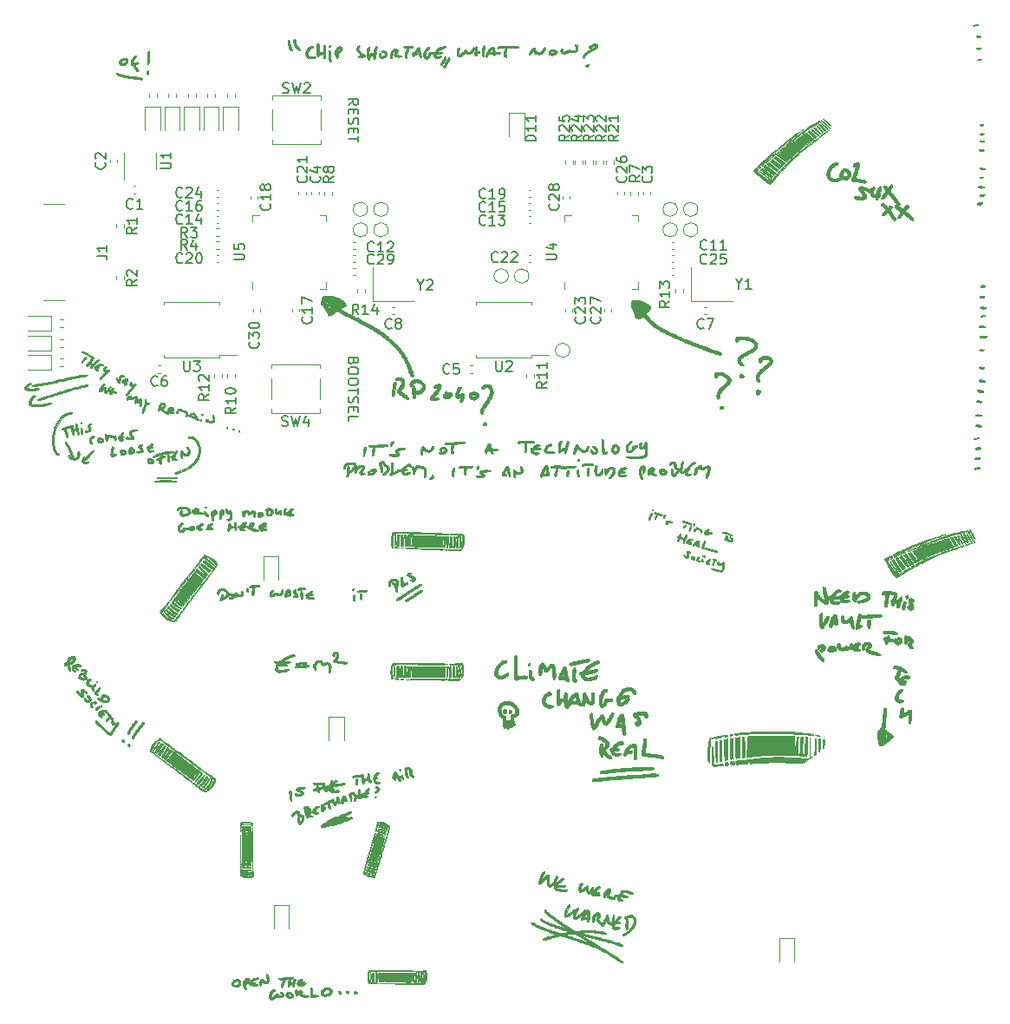
<source format=gbr>
%TF.GenerationSoftware,KiCad,Pcbnew,(6.0.4-0)*%
%TF.CreationDate,2022-08-06T01:16:14+02:00*%
%TF.ProjectId,enisadev,656e6973-6164-4657-962e-6b696361645f,rev?*%
%TF.SameCoordinates,PXb71b00PYb71b00*%
%TF.FileFunction,Legend,Top*%
%TF.FilePolarity,Positive*%
%FSLAX46Y46*%
G04 Gerber Fmt 4.6, Leading zero omitted, Abs format (unit mm)*
G04 Created by KiCad (PCBNEW (6.0.4-0)) date 2022-08-06 01:16:14*
%MOMM*%
%LPD*%
G01*
G04 APERTURE LIST*
%ADD10C,0.150000*%
%ADD11C,0.010000*%
%ADD12C,0.120000*%
G04 APERTURE END LIST*
D10*
X36571428Y-35709523D02*
X36523809Y-35852380D01*
X36476190Y-35900000D01*
X36380952Y-35947619D01*
X36238095Y-35947619D01*
X36142857Y-35900000D01*
X36095238Y-35852380D01*
X36047619Y-35757142D01*
X36047619Y-35376190D01*
X37047619Y-35376190D01*
X37047619Y-35709523D01*
X37000000Y-35804761D01*
X36952380Y-35852380D01*
X36857142Y-35900000D01*
X36761904Y-35900000D01*
X36666666Y-35852380D01*
X36619047Y-35804761D01*
X36571428Y-35709523D01*
X36571428Y-35376190D01*
X37047619Y-36566666D02*
X37047619Y-36757142D01*
X37000000Y-36852380D01*
X36904761Y-36947619D01*
X36714285Y-36995238D01*
X36380952Y-36995238D01*
X36190476Y-36947619D01*
X36095238Y-36852380D01*
X36047619Y-36757142D01*
X36047619Y-36566666D01*
X36095238Y-36471428D01*
X36190476Y-36376190D01*
X36380952Y-36328571D01*
X36714285Y-36328571D01*
X36904761Y-36376190D01*
X37000000Y-36471428D01*
X37047619Y-36566666D01*
X37047619Y-37614285D02*
X37047619Y-37804761D01*
X37000000Y-37900000D01*
X36904761Y-37995238D01*
X36714285Y-38042857D01*
X36380952Y-38042857D01*
X36190476Y-37995238D01*
X36095238Y-37900000D01*
X36047619Y-37804761D01*
X36047619Y-37614285D01*
X36095238Y-37519047D01*
X36190476Y-37423809D01*
X36380952Y-37376190D01*
X36714285Y-37376190D01*
X36904761Y-37423809D01*
X37000000Y-37519047D01*
X37047619Y-37614285D01*
X37047619Y-38328571D02*
X37047619Y-38900000D01*
X36047619Y-38614285D02*
X37047619Y-38614285D01*
X36095238Y-39185714D02*
X36047619Y-39328571D01*
X36047619Y-39566666D01*
X36095238Y-39661904D01*
X36142857Y-39709523D01*
X36238095Y-39757142D01*
X36333333Y-39757142D01*
X36428571Y-39709523D01*
X36476190Y-39661904D01*
X36523809Y-39566666D01*
X36571428Y-39376190D01*
X36619047Y-39280952D01*
X36666666Y-39233333D01*
X36761904Y-39185714D01*
X36857142Y-39185714D01*
X36952380Y-39233333D01*
X37000000Y-39280952D01*
X37047619Y-39376190D01*
X37047619Y-39614285D01*
X37000000Y-39757142D01*
X36571428Y-40185714D02*
X36571428Y-40519047D01*
X36047619Y-40661904D02*
X36047619Y-40185714D01*
X37047619Y-40185714D01*
X37047619Y-40661904D01*
X36047619Y-41566666D02*
X36047619Y-41090476D01*
X37047619Y-41090476D01*
X36047619Y-10697619D02*
X36523809Y-10364285D01*
X36047619Y-10126190D02*
X37047619Y-10126190D01*
X37047619Y-10507142D01*
X37000000Y-10602380D01*
X36952380Y-10650000D01*
X36857142Y-10697619D01*
X36714285Y-10697619D01*
X36619047Y-10650000D01*
X36571428Y-10602380D01*
X36523809Y-10507142D01*
X36523809Y-10126190D01*
X36571428Y-11126190D02*
X36571428Y-11459523D01*
X36047619Y-11602380D02*
X36047619Y-11126190D01*
X37047619Y-11126190D01*
X37047619Y-11602380D01*
X36095238Y-11983333D02*
X36047619Y-12126190D01*
X36047619Y-12364285D01*
X36095238Y-12459523D01*
X36142857Y-12507142D01*
X36238095Y-12554761D01*
X36333333Y-12554761D01*
X36428571Y-12507142D01*
X36476190Y-12459523D01*
X36523809Y-12364285D01*
X36571428Y-12173809D01*
X36619047Y-12078571D01*
X36666666Y-12030952D01*
X36761904Y-11983333D01*
X36857142Y-11983333D01*
X36952380Y-12030952D01*
X37000000Y-12078571D01*
X37047619Y-12173809D01*
X37047619Y-12411904D01*
X37000000Y-12554761D01*
X36571428Y-12983333D02*
X36571428Y-13316666D01*
X36047619Y-13459523D02*
X36047619Y-12983333D01*
X37047619Y-12983333D01*
X37047619Y-13459523D01*
X37047619Y-13745238D02*
X37047619Y-14316666D01*
X36047619Y-14030952D02*
X37047619Y-14030952D01*
%TO.C,J1*%
X11497380Y-25433333D02*
X12211666Y-25433333D01*
X12354523Y-25480952D01*
X12449761Y-25576190D01*
X12497380Y-25719047D01*
X12497380Y-25814285D01*
X12497380Y-24433333D02*
X12497380Y-25004761D01*
X12497380Y-24719047D02*
X11497380Y-24719047D01*
X11640238Y-24814285D01*
X11735476Y-24909523D01*
X11783095Y-25004761D01*
%TO.C,R2*%
X15407380Y-27756666D02*
X14931190Y-28090000D01*
X15407380Y-28328095D02*
X14407380Y-28328095D01*
X14407380Y-27947142D01*
X14455000Y-27851904D01*
X14502619Y-27804285D01*
X14597857Y-27756666D01*
X14740714Y-27756666D01*
X14835952Y-27804285D01*
X14883571Y-27851904D01*
X14931190Y-27947142D01*
X14931190Y-28328095D01*
X14502619Y-27375714D02*
X14455000Y-27328095D01*
X14407380Y-27232857D01*
X14407380Y-26994761D01*
X14455000Y-26899523D01*
X14502619Y-26851904D01*
X14597857Y-26804285D01*
X14693095Y-26804285D01*
X14835952Y-26851904D01*
X15407380Y-27423333D01*
X15407380Y-26804285D01*
%TO.C,R8*%
X34652380Y-17666666D02*
X34176190Y-18000000D01*
X34652380Y-18238095D02*
X33652380Y-18238095D01*
X33652380Y-17857142D01*
X33700000Y-17761904D01*
X33747619Y-17714285D01*
X33842857Y-17666666D01*
X33985714Y-17666666D01*
X34080952Y-17714285D01*
X34128571Y-17761904D01*
X34176190Y-17857142D01*
X34176190Y-18238095D01*
X34080952Y-17095238D02*
X34033333Y-17190476D01*
X33985714Y-17238095D01*
X33890476Y-17285714D01*
X33842857Y-17285714D01*
X33747619Y-17238095D01*
X33700000Y-17190476D01*
X33652380Y-17095238D01*
X33652380Y-16904761D01*
X33700000Y-16809523D01*
X33747619Y-16761904D01*
X33842857Y-16714285D01*
X33890476Y-16714285D01*
X33985714Y-16761904D01*
X34033333Y-16809523D01*
X34080952Y-16904761D01*
X34080952Y-17095238D01*
X34128571Y-17190476D01*
X34176190Y-17238095D01*
X34271428Y-17285714D01*
X34461904Y-17285714D01*
X34557142Y-17238095D01*
X34604761Y-17190476D01*
X34652380Y-17095238D01*
X34652380Y-16904761D01*
X34604761Y-16809523D01*
X34557142Y-16761904D01*
X34461904Y-16714285D01*
X34271428Y-16714285D01*
X34176190Y-16761904D01*
X34128571Y-16809523D01*
X34080952Y-16904761D01*
%TO.C,C14*%
X19857142Y-22257142D02*
X19809523Y-22304761D01*
X19666666Y-22352380D01*
X19571428Y-22352380D01*
X19428571Y-22304761D01*
X19333333Y-22209523D01*
X19285714Y-22114285D01*
X19238095Y-21923809D01*
X19238095Y-21780952D01*
X19285714Y-21590476D01*
X19333333Y-21495238D01*
X19428571Y-21400000D01*
X19571428Y-21352380D01*
X19666666Y-21352380D01*
X19809523Y-21400000D01*
X19857142Y-21447619D01*
X20809523Y-22352380D02*
X20238095Y-22352380D01*
X20523809Y-22352380D02*
X20523809Y-21352380D01*
X20428571Y-21495238D01*
X20333333Y-21590476D01*
X20238095Y-21638095D01*
X21666666Y-21685714D02*
X21666666Y-22352380D01*
X21428571Y-21304761D02*
X21190476Y-22019047D01*
X21809523Y-22019047D01*
%TO.C,C4*%
X33257142Y-17666666D02*
X33304761Y-17714285D01*
X33352380Y-17857142D01*
X33352380Y-17952380D01*
X33304761Y-18095238D01*
X33209523Y-18190476D01*
X33114285Y-18238095D01*
X32923809Y-18285714D01*
X32780952Y-18285714D01*
X32590476Y-18238095D01*
X32495238Y-18190476D01*
X32400000Y-18095238D01*
X32352380Y-17952380D01*
X32352380Y-17857142D01*
X32400000Y-17714285D01*
X32447619Y-17666666D01*
X32685714Y-16809523D02*
X33352380Y-16809523D01*
X32304761Y-17047619D02*
X33019047Y-17285714D01*
X33019047Y-16666666D01*
%TO.C,C8*%
X40288333Y-32457142D02*
X40240714Y-32504761D01*
X40097857Y-32552380D01*
X40002619Y-32552380D01*
X39859761Y-32504761D01*
X39764523Y-32409523D01*
X39716904Y-32314285D01*
X39669285Y-32123809D01*
X39669285Y-31980952D01*
X39716904Y-31790476D01*
X39764523Y-31695238D01*
X39859761Y-31600000D01*
X40002619Y-31552380D01*
X40097857Y-31552380D01*
X40240714Y-31600000D01*
X40288333Y-31647619D01*
X40859761Y-31980952D02*
X40764523Y-31933333D01*
X40716904Y-31885714D01*
X40669285Y-31790476D01*
X40669285Y-31742857D01*
X40716904Y-31647619D01*
X40764523Y-31600000D01*
X40859761Y-31552380D01*
X41050238Y-31552380D01*
X41145476Y-31600000D01*
X41193095Y-31647619D01*
X41240714Y-31742857D01*
X41240714Y-31790476D01*
X41193095Y-31885714D01*
X41145476Y-31933333D01*
X41050238Y-31980952D01*
X40859761Y-31980952D01*
X40764523Y-32028571D01*
X40716904Y-32076190D01*
X40669285Y-32171428D01*
X40669285Y-32361904D01*
X40716904Y-32457142D01*
X40764523Y-32504761D01*
X40859761Y-32552380D01*
X41050238Y-32552380D01*
X41145476Y-32504761D01*
X41193095Y-32457142D01*
X41240714Y-32361904D01*
X41240714Y-32171428D01*
X41193095Y-32076190D01*
X41145476Y-32028571D01*
X41050238Y-31980952D01*
%TO.C,C12*%
X38557142Y-24957142D02*
X38509523Y-25004761D01*
X38366666Y-25052380D01*
X38271428Y-25052380D01*
X38128571Y-25004761D01*
X38033333Y-24909523D01*
X37985714Y-24814285D01*
X37938095Y-24623809D01*
X37938095Y-24480952D01*
X37985714Y-24290476D01*
X38033333Y-24195238D01*
X38128571Y-24100000D01*
X38271428Y-24052380D01*
X38366666Y-24052380D01*
X38509523Y-24100000D01*
X38557142Y-24147619D01*
X39509523Y-25052380D02*
X38938095Y-25052380D01*
X39223809Y-25052380D02*
X39223809Y-24052380D01*
X39128571Y-24195238D01*
X39033333Y-24290476D01*
X38938095Y-24338095D01*
X39890476Y-24147619D02*
X39938095Y-24100000D01*
X40033333Y-24052380D01*
X40271428Y-24052380D01*
X40366666Y-24100000D01*
X40414285Y-24147619D01*
X40461904Y-24242857D01*
X40461904Y-24338095D01*
X40414285Y-24480952D01*
X39842857Y-25052380D01*
X40461904Y-25052380D01*
%TO.C,R11*%
X55452380Y-37742857D02*
X54976190Y-38076190D01*
X55452380Y-38314285D02*
X54452380Y-38314285D01*
X54452380Y-37933333D01*
X54500000Y-37838095D01*
X54547619Y-37790476D01*
X54642857Y-37742857D01*
X54785714Y-37742857D01*
X54880952Y-37790476D01*
X54928571Y-37838095D01*
X54976190Y-37933333D01*
X54976190Y-38314285D01*
X55452380Y-36790476D02*
X55452380Y-37361904D01*
X55452380Y-37076190D02*
X54452380Y-37076190D01*
X54595238Y-37171428D01*
X54690476Y-37266666D01*
X54738095Y-37361904D01*
X55452380Y-35838095D02*
X55452380Y-36409523D01*
X55452380Y-36123809D02*
X54452380Y-36123809D01*
X54595238Y-36219047D01*
X54690476Y-36314285D01*
X54738095Y-36409523D01*
%TO.C,R22*%
X61252380Y-13642857D02*
X60776190Y-13976190D01*
X61252380Y-14214285D02*
X60252380Y-14214285D01*
X60252380Y-13833333D01*
X60300000Y-13738095D01*
X60347619Y-13690476D01*
X60442857Y-13642857D01*
X60585714Y-13642857D01*
X60680952Y-13690476D01*
X60728571Y-13738095D01*
X60776190Y-13833333D01*
X60776190Y-14214285D01*
X60347619Y-13261904D02*
X60300000Y-13214285D01*
X60252380Y-13119047D01*
X60252380Y-12880952D01*
X60300000Y-12785714D01*
X60347619Y-12738095D01*
X60442857Y-12690476D01*
X60538095Y-12690476D01*
X60680952Y-12738095D01*
X61252380Y-13309523D01*
X61252380Y-12690476D01*
X60347619Y-12309523D02*
X60300000Y-12261904D01*
X60252380Y-12166666D01*
X60252380Y-11928571D01*
X60300000Y-11833333D01*
X60347619Y-11785714D01*
X60442857Y-11738095D01*
X60538095Y-11738095D01*
X60680952Y-11785714D01*
X61252380Y-12357142D01*
X61252380Y-11738095D01*
%TO.C,R23*%
X60052380Y-13642857D02*
X59576190Y-13976190D01*
X60052380Y-14214285D02*
X59052380Y-14214285D01*
X59052380Y-13833333D01*
X59100000Y-13738095D01*
X59147619Y-13690476D01*
X59242857Y-13642857D01*
X59385714Y-13642857D01*
X59480952Y-13690476D01*
X59528571Y-13738095D01*
X59576190Y-13833333D01*
X59576190Y-14214285D01*
X59147619Y-13261904D02*
X59100000Y-13214285D01*
X59052380Y-13119047D01*
X59052380Y-12880952D01*
X59100000Y-12785714D01*
X59147619Y-12738095D01*
X59242857Y-12690476D01*
X59338095Y-12690476D01*
X59480952Y-12738095D01*
X60052380Y-13309523D01*
X60052380Y-12690476D01*
X59052380Y-12357142D02*
X59052380Y-11738095D01*
X59433333Y-12071428D01*
X59433333Y-11928571D01*
X59480952Y-11833333D01*
X59528571Y-11785714D01*
X59623809Y-11738095D01*
X59861904Y-11738095D01*
X59957142Y-11785714D01*
X60004761Y-11833333D01*
X60052380Y-11928571D01*
X60052380Y-12214285D01*
X60004761Y-12309523D01*
X59957142Y-12357142D01*
%TO.C,C20*%
X19857142Y-26057142D02*
X19809523Y-26104761D01*
X19666666Y-26152380D01*
X19571428Y-26152380D01*
X19428571Y-26104761D01*
X19333333Y-26009523D01*
X19285714Y-25914285D01*
X19238095Y-25723809D01*
X19238095Y-25580952D01*
X19285714Y-25390476D01*
X19333333Y-25295238D01*
X19428571Y-25200000D01*
X19571428Y-25152380D01*
X19666666Y-25152380D01*
X19809523Y-25200000D01*
X19857142Y-25247619D01*
X20238095Y-25247619D02*
X20285714Y-25200000D01*
X20380952Y-25152380D01*
X20619047Y-25152380D01*
X20714285Y-25200000D01*
X20761904Y-25247619D01*
X20809523Y-25342857D01*
X20809523Y-25438095D01*
X20761904Y-25580952D01*
X20190476Y-26152380D01*
X20809523Y-26152380D01*
X21428571Y-25152380D02*
X21523809Y-25152380D01*
X21619047Y-25200000D01*
X21666666Y-25247619D01*
X21714285Y-25342857D01*
X21761904Y-25533333D01*
X21761904Y-25771428D01*
X21714285Y-25961904D01*
X21666666Y-26057142D01*
X21619047Y-26104761D01*
X21523809Y-26152380D01*
X21428571Y-26152380D01*
X21333333Y-26104761D01*
X21285714Y-26057142D01*
X21238095Y-25961904D01*
X21190476Y-25771428D01*
X21190476Y-25533333D01*
X21238095Y-25342857D01*
X21285714Y-25247619D01*
X21333333Y-25200000D01*
X21428571Y-25152380D01*
%TO.C,R4*%
X20333333Y-24852380D02*
X20000000Y-24376190D01*
X19761904Y-24852380D02*
X19761904Y-23852380D01*
X20142857Y-23852380D01*
X20238095Y-23900000D01*
X20285714Y-23947619D01*
X20333333Y-24042857D01*
X20333333Y-24185714D01*
X20285714Y-24280952D01*
X20238095Y-24328571D01*
X20142857Y-24376190D01*
X19761904Y-24376190D01*
X21190476Y-24185714D02*
X21190476Y-24852380D01*
X20952380Y-23804761D02*
X20714285Y-24519047D01*
X21333333Y-24519047D01*
%TO.C,R21*%
X62452380Y-13642857D02*
X61976190Y-13976190D01*
X62452380Y-14214285D02*
X61452380Y-14214285D01*
X61452380Y-13833333D01*
X61500000Y-13738095D01*
X61547619Y-13690476D01*
X61642857Y-13642857D01*
X61785714Y-13642857D01*
X61880952Y-13690476D01*
X61928571Y-13738095D01*
X61976190Y-13833333D01*
X61976190Y-14214285D01*
X61547619Y-13261904D02*
X61500000Y-13214285D01*
X61452380Y-13119047D01*
X61452380Y-12880952D01*
X61500000Y-12785714D01*
X61547619Y-12738095D01*
X61642857Y-12690476D01*
X61738095Y-12690476D01*
X61880952Y-12738095D01*
X62452380Y-13309523D01*
X62452380Y-12690476D01*
X62452380Y-11738095D02*
X62452380Y-12309523D01*
X62452380Y-12023809D02*
X61452380Y-12023809D01*
X61595238Y-12119047D01*
X61690476Y-12214285D01*
X61738095Y-12309523D01*
%TO.C,SW4*%
X29596666Y-41989761D02*
X29739523Y-42037380D01*
X29977619Y-42037380D01*
X30072857Y-41989761D01*
X30120476Y-41942142D01*
X30168095Y-41846904D01*
X30168095Y-41751666D01*
X30120476Y-41656428D01*
X30072857Y-41608809D01*
X29977619Y-41561190D01*
X29787142Y-41513571D01*
X29691904Y-41465952D01*
X29644285Y-41418333D01*
X29596666Y-41323095D01*
X29596666Y-41227857D01*
X29644285Y-41132619D01*
X29691904Y-41085000D01*
X29787142Y-41037380D01*
X30025238Y-41037380D01*
X30168095Y-41085000D01*
X30501428Y-41037380D02*
X30739523Y-42037380D01*
X30930000Y-41323095D01*
X31120476Y-42037380D01*
X31358571Y-41037380D01*
X32168095Y-41370714D02*
X32168095Y-42037380D01*
X31930000Y-40989761D02*
X31691904Y-41704047D01*
X32310952Y-41704047D01*
%TO.C,C7*%
X70768333Y-32457142D02*
X70720714Y-32504761D01*
X70577857Y-32552380D01*
X70482619Y-32552380D01*
X70339761Y-32504761D01*
X70244523Y-32409523D01*
X70196904Y-32314285D01*
X70149285Y-32123809D01*
X70149285Y-31980952D01*
X70196904Y-31790476D01*
X70244523Y-31695238D01*
X70339761Y-31600000D01*
X70482619Y-31552380D01*
X70577857Y-31552380D01*
X70720714Y-31600000D01*
X70768333Y-31647619D01*
X71101666Y-31552380D02*
X71768333Y-31552380D01*
X71339761Y-32552380D01*
%TO.C,U3*%
X20008095Y-35682380D02*
X20008095Y-36491904D01*
X20055714Y-36587142D01*
X20103333Y-36634761D01*
X20198571Y-36682380D01*
X20389047Y-36682380D01*
X20484285Y-36634761D01*
X20531904Y-36587142D01*
X20579523Y-36491904D01*
X20579523Y-35682380D01*
X20960476Y-35682380D02*
X21579523Y-35682380D01*
X21246190Y-36063333D01*
X21389047Y-36063333D01*
X21484285Y-36110952D01*
X21531904Y-36158571D01*
X21579523Y-36253809D01*
X21579523Y-36491904D01*
X21531904Y-36587142D01*
X21484285Y-36634761D01*
X21389047Y-36682380D01*
X21103333Y-36682380D01*
X21008095Y-36634761D01*
X20960476Y-36587142D01*
%TO.C,C3*%
X65657142Y-17666666D02*
X65704761Y-17714285D01*
X65752380Y-17857142D01*
X65752380Y-17952380D01*
X65704761Y-18095238D01*
X65609523Y-18190476D01*
X65514285Y-18238095D01*
X65323809Y-18285714D01*
X65180952Y-18285714D01*
X64990476Y-18238095D01*
X64895238Y-18190476D01*
X64800000Y-18095238D01*
X64752380Y-17952380D01*
X64752380Y-17857142D01*
X64800000Y-17714285D01*
X64847619Y-17666666D01*
X64752380Y-17333333D02*
X64752380Y-16714285D01*
X65133333Y-17047619D01*
X65133333Y-16904761D01*
X65180952Y-16809523D01*
X65228571Y-16761904D01*
X65323809Y-16714285D01*
X65561904Y-16714285D01*
X65657142Y-16761904D01*
X65704761Y-16809523D01*
X65752380Y-16904761D01*
X65752380Y-17190476D01*
X65704761Y-17285714D01*
X65657142Y-17333333D01*
%TO.C,C5*%
X45933333Y-36857142D02*
X45885714Y-36904761D01*
X45742857Y-36952380D01*
X45647619Y-36952380D01*
X45504761Y-36904761D01*
X45409523Y-36809523D01*
X45361904Y-36714285D01*
X45314285Y-36523809D01*
X45314285Y-36380952D01*
X45361904Y-36190476D01*
X45409523Y-36095238D01*
X45504761Y-36000000D01*
X45647619Y-35952380D01*
X45742857Y-35952380D01*
X45885714Y-36000000D01*
X45933333Y-36047619D01*
X46838095Y-35952380D02*
X46361904Y-35952380D01*
X46314285Y-36428571D01*
X46361904Y-36380952D01*
X46457142Y-36333333D01*
X46695238Y-36333333D01*
X46790476Y-36380952D01*
X46838095Y-36428571D01*
X46885714Y-36523809D01*
X46885714Y-36761904D01*
X46838095Y-36857142D01*
X46790476Y-36904761D01*
X46695238Y-36952380D01*
X46457142Y-36952380D01*
X46361904Y-36904761D01*
X46314285Y-36857142D01*
%TO.C,C11*%
X71057142Y-24757142D02*
X71009523Y-24804761D01*
X70866666Y-24852380D01*
X70771428Y-24852380D01*
X70628571Y-24804761D01*
X70533333Y-24709523D01*
X70485714Y-24614285D01*
X70438095Y-24423809D01*
X70438095Y-24280952D01*
X70485714Y-24090476D01*
X70533333Y-23995238D01*
X70628571Y-23900000D01*
X70771428Y-23852380D01*
X70866666Y-23852380D01*
X71009523Y-23900000D01*
X71057142Y-23947619D01*
X72009523Y-24852380D02*
X71438095Y-24852380D01*
X71723809Y-24852380D02*
X71723809Y-23852380D01*
X71628571Y-23995238D01*
X71533333Y-24090476D01*
X71438095Y-24138095D01*
X72961904Y-24852380D02*
X72390476Y-24852380D01*
X72676190Y-24852380D02*
X72676190Y-23852380D01*
X72580952Y-23995238D01*
X72485714Y-24090476D01*
X72390476Y-24138095D01*
%TO.C,C19*%
X49457142Y-19757142D02*
X49409523Y-19804761D01*
X49266666Y-19852380D01*
X49171428Y-19852380D01*
X49028571Y-19804761D01*
X48933333Y-19709523D01*
X48885714Y-19614285D01*
X48838095Y-19423809D01*
X48838095Y-19280952D01*
X48885714Y-19090476D01*
X48933333Y-18995238D01*
X49028571Y-18900000D01*
X49171428Y-18852380D01*
X49266666Y-18852380D01*
X49409523Y-18900000D01*
X49457142Y-18947619D01*
X50409523Y-19852380D02*
X49838095Y-19852380D01*
X50123809Y-19852380D02*
X50123809Y-18852380D01*
X50028571Y-18995238D01*
X49933333Y-19090476D01*
X49838095Y-19138095D01*
X50885714Y-19852380D02*
X51076190Y-19852380D01*
X51171428Y-19804761D01*
X51219047Y-19757142D01*
X51314285Y-19614285D01*
X51361904Y-19423809D01*
X51361904Y-19042857D01*
X51314285Y-18947619D01*
X51266666Y-18900000D01*
X51171428Y-18852380D01*
X50980952Y-18852380D01*
X50885714Y-18900000D01*
X50838095Y-18947619D01*
X50790476Y-19042857D01*
X50790476Y-19280952D01*
X50838095Y-19376190D01*
X50885714Y-19423809D01*
X50980952Y-19471428D01*
X51171428Y-19471428D01*
X51266666Y-19423809D01*
X51314285Y-19376190D01*
X51361904Y-19280952D01*
%TO.C,C28*%
X56543142Y-20358857D02*
X56590761Y-20406476D01*
X56638380Y-20549333D01*
X56638380Y-20644571D01*
X56590761Y-20787428D01*
X56495523Y-20882666D01*
X56400285Y-20930285D01*
X56209809Y-20977904D01*
X56066952Y-20977904D01*
X55876476Y-20930285D01*
X55781238Y-20882666D01*
X55686000Y-20787428D01*
X55638380Y-20644571D01*
X55638380Y-20549333D01*
X55686000Y-20406476D01*
X55733619Y-20358857D01*
X55733619Y-19977904D02*
X55686000Y-19930285D01*
X55638380Y-19835047D01*
X55638380Y-19596952D01*
X55686000Y-19501714D01*
X55733619Y-19454095D01*
X55828857Y-19406476D01*
X55924095Y-19406476D01*
X56066952Y-19454095D01*
X56638380Y-20025523D01*
X56638380Y-19406476D01*
X56066952Y-18835047D02*
X56019333Y-18930285D01*
X55971714Y-18977904D01*
X55876476Y-19025523D01*
X55828857Y-19025523D01*
X55733619Y-18977904D01*
X55686000Y-18930285D01*
X55638380Y-18835047D01*
X55638380Y-18644571D01*
X55686000Y-18549333D01*
X55733619Y-18501714D01*
X55828857Y-18454095D01*
X55876476Y-18454095D01*
X55971714Y-18501714D01*
X56019333Y-18549333D01*
X56066952Y-18644571D01*
X56066952Y-18835047D01*
X56114571Y-18930285D01*
X56162190Y-18977904D01*
X56257428Y-19025523D01*
X56447904Y-19025523D01*
X56543142Y-18977904D01*
X56590761Y-18930285D01*
X56638380Y-18835047D01*
X56638380Y-18644571D01*
X56590761Y-18549333D01*
X56543142Y-18501714D01*
X56447904Y-18454095D01*
X56257428Y-18454095D01*
X56162190Y-18501714D01*
X56114571Y-18549333D01*
X56066952Y-18644571D01*
%TO.C,R25*%
X57652380Y-13642857D02*
X57176190Y-13976190D01*
X57652380Y-14214285D02*
X56652380Y-14214285D01*
X56652380Y-13833333D01*
X56700000Y-13738095D01*
X56747619Y-13690476D01*
X56842857Y-13642857D01*
X56985714Y-13642857D01*
X57080952Y-13690476D01*
X57128571Y-13738095D01*
X57176190Y-13833333D01*
X57176190Y-14214285D01*
X56747619Y-13261904D02*
X56700000Y-13214285D01*
X56652380Y-13119047D01*
X56652380Y-12880952D01*
X56700000Y-12785714D01*
X56747619Y-12738095D01*
X56842857Y-12690476D01*
X56938095Y-12690476D01*
X57080952Y-12738095D01*
X57652380Y-13309523D01*
X57652380Y-12690476D01*
X56652380Y-11785714D02*
X56652380Y-12261904D01*
X57128571Y-12309523D01*
X57080952Y-12261904D01*
X57033333Y-12166666D01*
X57033333Y-11928571D01*
X57080952Y-11833333D01*
X57128571Y-11785714D01*
X57223809Y-11738095D01*
X57461904Y-11738095D01*
X57557142Y-11785714D01*
X57604761Y-11833333D01*
X57652380Y-11928571D01*
X57652380Y-12166666D01*
X57604761Y-12261904D01*
X57557142Y-12309523D01*
%TO.C,C16*%
X19857142Y-20957142D02*
X19809523Y-21004761D01*
X19666666Y-21052380D01*
X19571428Y-21052380D01*
X19428571Y-21004761D01*
X19333333Y-20909523D01*
X19285714Y-20814285D01*
X19238095Y-20623809D01*
X19238095Y-20480952D01*
X19285714Y-20290476D01*
X19333333Y-20195238D01*
X19428571Y-20100000D01*
X19571428Y-20052380D01*
X19666666Y-20052380D01*
X19809523Y-20100000D01*
X19857142Y-20147619D01*
X20809523Y-21052380D02*
X20238095Y-21052380D01*
X20523809Y-21052380D02*
X20523809Y-20052380D01*
X20428571Y-20195238D01*
X20333333Y-20290476D01*
X20238095Y-20338095D01*
X21666666Y-20052380D02*
X21476190Y-20052380D01*
X21380952Y-20100000D01*
X21333333Y-20147619D01*
X21238095Y-20290476D01*
X21190476Y-20480952D01*
X21190476Y-20861904D01*
X21238095Y-20957142D01*
X21285714Y-21004761D01*
X21380952Y-21052380D01*
X21571428Y-21052380D01*
X21666666Y-21004761D01*
X21714285Y-20957142D01*
X21761904Y-20861904D01*
X21761904Y-20623809D01*
X21714285Y-20528571D01*
X21666666Y-20480952D01*
X21571428Y-20433333D01*
X21380952Y-20433333D01*
X21285714Y-20480952D01*
X21238095Y-20528571D01*
X21190476Y-20623809D01*
%TO.C,C18*%
X28383142Y-20358857D02*
X28430761Y-20406476D01*
X28478380Y-20549333D01*
X28478380Y-20644571D01*
X28430761Y-20787428D01*
X28335523Y-20882666D01*
X28240285Y-20930285D01*
X28049809Y-20977904D01*
X27906952Y-20977904D01*
X27716476Y-20930285D01*
X27621238Y-20882666D01*
X27526000Y-20787428D01*
X27478380Y-20644571D01*
X27478380Y-20549333D01*
X27526000Y-20406476D01*
X27573619Y-20358857D01*
X28478380Y-19406476D02*
X28478380Y-19977904D01*
X28478380Y-19692190D02*
X27478380Y-19692190D01*
X27621238Y-19787428D01*
X27716476Y-19882666D01*
X27764095Y-19977904D01*
X27906952Y-18835047D02*
X27859333Y-18930285D01*
X27811714Y-18977904D01*
X27716476Y-19025523D01*
X27668857Y-19025523D01*
X27573619Y-18977904D01*
X27526000Y-18930285D01*
X27478380Y-18835047D01*
X27478380Y-18644571D01*
X27526000Y-18549333D01*
X27573619Y-18501714D01*
X27668857Y-18454095D01*
X27716476Y-18454095D01*
X27811714Y-18501714D01*
X27859333Y-18549333D01*
X27906952Y-18644571D01*
X27906952Y-18835047D01*
X27954571Y-18930285D01*
X28002190Y-18977904D01*
X28097428Y-19025523D01*
X28287904Y-19025523D01*
X28383142Y-18977904D01*
X28430761Y-18930285D01*
X28478380Y-18835047D01*
X28478380Y-18644571D01*
X28430761Y-18549333D01*
X28383142Y-18501714D01*
X28287904Y-18454095D01*
X28097428Y-18454095D01*
X28002190Y-18501714D01*
X27954571Y-18549333D01*
X27906952Y-18644571D01*
%TO.C,U5*%
X24927380Y-25811904D02*
X25736904Y-25811904D01*
X25832142Y-25764285D01*
X25879761Y-25716666D01*
X25927380Y-25621428D01*
X25927380Y-25430952D01*
X25879761Y-25335714D01*
X25832142Y-25288095D01*
X25736904Y-25240476D01*
X24927380Y-25240476D01*
X24927380Y-24288095D02*
X24927380Y-24764285D01*
X25403571Y-24811904D01*
X25355952Y-24764285D01*
X25308333Y-24669047D01*
X25308333Y-24430952D01*
X25355952Y-24335714D01*
X25403571Y-24288095D01*
X25498809Y-24240476D01*
X25736904Y-24240476D01*
X25832142Y-24288095D01*
X25879761Y-24335714D01*
X25927380Y-24430952D01*
X25927380Y-24669047D01*
X25879761Y-24764285D01*
X25832142Y-24811904D01*
%TO.C,R10*%
X25052380Y-40242857D02*
X24576190Y-40576190D01*
X25052380Y-40814285D02*
X24052380Y-40814285D01*
X24052380Y-40433333D01*
X24100000Y-40338095D01*
X24147619Y-40290476D01*
X24242857Y-40242857D01*
X24385714Y-40242857D01*
X24480952Y-40290476D01*
X24528571Y-40338095D01*
X24576190Y-40433333D01*
X24576190Y-40814285D01*
X25052380Y-39290476D02*
X25052380Y-39861904D01*
X25052380Y-39576190D02*
X24052380Y-39576190D01*
X24195238Y-39671428D01*
X24290476Y-39766666D01*
X24338095Y-39861904D01*
X24052380Y-38671428D02*
X24052380Y-38576190D01*
X24100000Y-38480952D01*
X24147619Y-38433333D01*
X24242857Y-38385714D01*
X24433333Y-38338095D01*
X24671428Y-38338095D01*
X24861904Y-38385714D01*
X24957142Y-38433333D01*
X25004761Y-38480952D01*
X25052380Y-38576190D01*
X25052380Y-38671428D01*
X25004761Y-38766666D01*
X24957142Y-38814285D01*
X24861904Y-38861904D01*
X24671428Y-38909523D01*
X24433333Y-38909523D01*
X24242857Y-38861904D01*
X24147619Y-38814285D01*
X24100000Y-38766666D01*
X24052380Y-38671428D01*
%TO.C,C22*%
X50657142Y-25957142D02*
X50609523Y-26004761D01*
X50466666Y-26052380D01*
X50371428Y-26052380D01*
X50228571Y-26004761D01*
X50133333Y-25909523D01*
X50085714Y-25814285D01*
X50038095Y-25623809D01*
X50038095Y-25480952D01*
X50085714Y-25290476D01*
X50133333Y-25195238D01*
X50228571Y-25100000D01*
X50371428Y-25052380D01*
X50466666Y-25052380D01*
X50609523Y-25100000D01*
X50657142Y-25147619D01*
X51038095Y-25147619D02*
X51085714Y-25100000D01*
X51180952Y-25052380D01*
X51419047Y-25052380D01*
X51514285Y-25100000D01*
X51561904Y-25147619D01*
X51609523Y-25242857D01*
X51609523Y-25338095D01*
X51561904Y-25480952D01*
X50990476Y-26052380D01*
X51609523Y-26052380D01*
X51990476Y-25147619D02*
X52038095Y-25100000D01*
X52133333Y-25052380D01*
X52371428Y-25052380D01*
X52466666Y-25100000D01*
X52514285Y-25147619D01*
X52561904Y-25242857D01*
X52561904Y-25338095D01*
X52514285Y-25480952D01*
X51942857Y-26052380D01*
X52561904Y-26052380D01*
%TO.C,C26*%
X63157142Y-17642857D02*
X63204761Y-17690476D01*
X63252380Y-17833333D01*
X63252380Y-17928571D01*
X63204761Y-18071428D01*
X63109523Y-18166666D01*
X63014285Y-18214285D01*
X62823809Y-18261904D01*
X62680952Y-18261904D01*
X62490476Y-18214285D01*
X62395238Y-18166666D01*
X62300000Y-18071428D01*
X62252380Y-17928571D01*
X62252380Y-17833333D01*
X62300000Y-17690476D01*
X62347619Y-17642857D01*
X62347619Y-17261904D02*
X62300000Y-17214285D01*
X62252380Y-17119047D01*
X62252380Y-16880952D01*
X62300000Y-16785714D01*
X62347619Y-16738095D01*
X62442857Y-16690476D01*
X62538095Y-16690476D01*
X62680952Y-16738095D01*
X63252380Y-17309523D01*
X63252380Y-16690476D01*
X62252380Y-15833333D02*
X62252380Y-16023809D01*
X62300000Y-16119047D01*
X62347619Y-16166666D01*
X62490476Y-16261904D01*
X62680952Y-16309523D01*
X63061904Y-16309523D01*
X63157142Y-16261904D01*
X63204761Y-16214285D01*
X63252380Y-16119047D01*
X63252380Y-15928571D01*
X63204761Y-15833333D01*
X63157142Y-15785714D01*
X63061904Y-15738095D01*
X62823809Y-15738095D01*
X62728571Y-15785714D01*
X62680952Y-15833333D01*
X62633333Y-15928571D01*
X62633333Y-16119047D01*
X62680952Y-16214285D01*
X62728571Y-16261904D01*
X62823809Y-16309523D01*
%TO.C,C21*%
X31957142Y-17642857D02*
X32004761Y-17690476D01*
X32052380Y-17833333D01*
X32052380Y-17928571D01*
X32004761Y-18071428D01*
X31909523Y-18166666D01*
X31814285Y-18214285D01*
X31623809Y-18261904D01*
X31480952Y-18261904D01*
X31290476Y-18214285D01*
X31195238Y-18166666D01*
X31100000Y-18071428D01*
X31052380Y-17928571D01*
X31052380Y-17833333D01*
X31100000Y-17690476D01*
X31147619Y-17642857D01*
X31147619Y-17261904D02*
X31100000Y-17214285D01*
X31052380Y-17119047D01*
X31052380Y-16880952D01*
X31100000Y-16785714D01*
X31147619Y-16738095D01*
X31242857Y-16690476D01*
X31338095Y-16690476D01*
X31480952Y-16738095D01*
X32052380Y-17309523D01*
X32052380Y-16690476D01*
X32052380Y-15738095D02*
X32052380Y-16309523D01*
X32052380Y-16023809D02*
X31052380Y-16023809D01*
X31195238Y-16119047D01*
X31290476Y-16214285D01*
X31338095Y-16309523D01*
%TO.C,Y1*%
X74223809Y-28176190D02*
X74223809Y-28652380D01*
X73890476Y-27652380D02*
X74223809Y-28176190D01*
X74557142Y-27652380D01*
X75414285Y-28652380D02*
X74842857Y-28652380D01*
X75128571Y-28652380D02*
X75128571Y-27652380D01*
X75033333Y-27795238D01*
X74938095Y-27890476D01*
X74842857Y-27938095D01*
%TO.C,R24*%
X58852380Y-13642857D02*
X58376190Y-13976190D01*
X58852380Y-14214285D02*
X57852380Y-14214285D01*
X57852380Y-13833333D01*
X57900000Y-13738095D01*
X57947619Y-13690476D01*
X58042857Y-13642857D01*
X58185714Y-13642857D01*
X58280952Y-13690476D01*
X58328571Y-13738095D01*
X58376190Y-13833333D01*
X58376190Y-14214285D01*
X57947619Y-13261904D02*
X57900000Y-13214285D01*
X57852380Y-13119047D01*
X57852380Y-12880952D01*
X57900000Y-12785714D01*
X57947619Y-12738095D01*
X58042857Y-12690476D01*
X58138095Y-12690476D01*
X58280952Y-12738095D01*
X58852380Y-13309523D01*
X58852380Y-12690476D01*
X58185714Y-11833333D02*
X58852380Y-11833333D01*
X57804761Y-12071428D02*
X58519047Y-12309523D01*
X58519047Y-11690476D01*
%TO.C,R13*%
X67452380Y-29842857D02*
X66976190Y-30176190D01*
X67452380Y-30414285D02*
X66452380Y-30414285D01*
X66452380Y-30033333D01*
X66500000Y-29938095D01*
X66547619Y-29890476D01*
X66642857Y-29842857D01*
X66785714Y-29842857D01*
X66880952Y-29890476D01*
X66928571Y-29938095D01*
X66976190Y-30033333D01*
X66976190Y-30414285D01*
X67452380Y-28890476D02*
X67452380Y-29461904D01*
X67452380Y-29176190D02*
X66452380Y-29176190D01*
X66595238Y-29271428D01*
X66690476Y-29366666D01*
X66738095Y-29461904D01*
X66452380Y-28557142D02*
X66452380Y-27938095D01*
X66833333Y-28271428D01*
X66833333Y-28128571D01*
X66880952Y-28033333D01*
X66928571Y-27985714D01*
X67023809Y-27938095D01*
X67261904Y-27938095D01*
X67357142Y-27985714D01*
X67404761Y-28033333D01*
X67452380Y-28128571D01*
X67452380Y-28414285D01*
X67404761Y-28509523D01*
X67357142Y-28557142D01*
%TO.C,C25*%
X71057142Y-26157142D02*
X71009523Y-26204761D01*
X70866666Y-26252380D01*
X70771428Y-26252380D01*
X70628571Y-26204761D01*
X70533333Y-26109523D01*
X70485714Y-26014285D01*
X70438095Y-25823809D01*
X70438095Y-25680952D01*
X70485714Y-25490476D01*
X70533333Y-25395238D01*
X70628571Y-25300000D01*
X70771428Y-25252380D01*
X70866666Y-25252380D01*
X71009523Y-25300000D01*
X71057142Y-25347619D01*
X71438095Y-25347619D02*
X71485714Y-25300000D01*
X71580952Y-25252380D01*
X71819047Y-25252380D01*
X71914285Y-25300000D01*
X71961904Y-25347619D01*
X72009523Y-25442857D01*
X72009523Y-25538095D01*
X71961904Y-25680952D01*
X71390476Y-26252380D01*
X72009523Y-26252380D01*
X72914285Y-25252380D02*
X72438095Y-25252380D01*
X72390476Y-25728571D01*
X72438095Y-25680952D01*
X72533333Y-25633333D01*
X72771428Y-25633333D01*
X72866666Y-25680952D01*
X72914285Y-25728571D01*
X72961904Y-25823809D01*
X72961904Y-26061904D01*
X72914285Y-26157142D01*
X72866666Y-26204761D01*
X72771428Y-26252380D01*
X72533333Y-26252380D01*
X72438095Y-26204761D01*
X72390476Y-26157142D01*
%TO.C,R14*%
X37057142Y-31152380D02*
X36723809Y-30676190D01*
X36485714Y-31152380D02*
X36485714Y-30152380D01*
X36866666Y-30152380D01*
X36961904Y-30200000D01*
X37009523Y-30247619D01*
X37057142Y-30342857D01*
X37057142Y-30485714D01*
X37009523Y-30580952D01*
X36961904Y-30628571D01*
X36866666Y-30676190D01*
X36485714Y-30676190D01*
X38009523Y-31152380D02*
X37438095Y-31152380D01*
X37723809Y-31152380D02*
X37723809Y-30152380D01*
X37628571Y-30295238D01*
X37533333Y-30390476D01*
X37438095Y-30438095D01*
X38866666Y-30485714D02*
X38866666Y-31152380D01*
X38628571Y-30104761D02*
X38390476Y-30819047D01*
X39009523Y-30819047D01*
%TO.C,C6*%
X17433333Y-38057142D02*
X17385714Y-38104761D01*
X17242857Y-38152380D01*
X17147619Y-38152380D01*
X17004761Y-38104761D01*
X16909523Y-38009523D01*
X16861904Y-37914285D01*
X16814285Y-37723809D01*
X16814285Y-37580952D01*
X16861904Y-37390476D01*
X16909523Y-37295238D01*
X17004761Y-37200000D01*
X17147619Y-37152380D01*
X17242857Y-37152380D01*
X17385714Y-37200000D01*
X17433333Y-37247619D01*
X18290476Y-37152380D02*
X18100000Y-37152380D01*
X18004761Y-37200000D01*
X17957142Y-37247619D01*
X17861904Y-37390476D01*
X17814285Y-37580952D01*
X17814285Y-37961904D01*
X17861904Y-38057142D01*
X17909523Y-38104761D01*
X18004761Y-38152380D01*
X18195238Y-38152380D01*
X18290476Y-38104761D01*
X18338095Y-38057142D01*
X18385714Y-37961904D01*
X18385714Y-37723809D01*
X18338095Y-37628571D01*
X18290476Y-37580952D01*
X18195238Y-37533333D01*
X18004761Y-37533333D01*
X17909523Y-37580952D01*
X17861904Y-37628571D01*
X17814285Y-37723809D01*
%TO.C,Y2*%
X43123809Y-28276190D02*
X43123809Y-28752380D01*
X42790476Y-27752380D02*
X43123809Y-28276190D01*
X43457142Y-27752380D01*
X43742857Y-27847619D02*
X43790476Y-27800000D01*
X43885714Y-27752380D01*
X44123809Y-27752380D01*
X44219047Y-27800000D01*
X44266666Y-27847619D01*
X44314285Y-27942857D01*
X44314285Y-28038095D01*
X44266666Y-28180952D01*
X43695238Y-28752380D01*
X44314285Y-28752380D01*
%TO.C,U4*%
X55407380Y-25811904D02*
X56216904Y-25811904D01*
X56312142Y-25764285D01*
X56359761Y-25716666D01*
X56407380Y-25621428D01*
X56407380Y-25430952D01*
X56359761Y-25335714D01*
X56312142Y-25288095D01*
X56216904Y-25240476D01*
X55407380Y-25240476D01*
X55740714Y-24335714D02*
X56407380Y-24335714D01*
X55359761Y-24573809D02*
X56074047Y-24811904D01*
X56074047Y-24192857D01*
%TO.C,C1*%
X15015333Y-20757142D02*
X14967714Y-20804761D01*
X14824857Y-20852380D01*
X14729619Y-20852380D01*
X14586761Y-20804761D01*
X14491523Y-20709523D01*
X14443904Y-20614285D01*
X14396285Y-20423809D01*
X14396285Y-20280952D01*
X14443904Y-20090476D01*
X14491523Y-19995238D01*
X14586761Y-19900000D01*
X14729619Y-19852380D01*
X14824857Y-19852380D01*
X14967714Y-19900000D01*
X15015333Y-19947619D01*
X15967714Y-20852380D02*
X15396285Y-20852380D01*
X15682000Y-20852380D02*
X15682000Y-19852380D01*
X15586761Y-19995238D01*
X15491523Y-20090476D01*
X15396285Y-20138095D01*
%TO.C,SW2*%
X29666666Y-9504761D02*
X29809523Y-9552380D01*
X30047619Y-9552380D01*
X30142857Y-9504761D01*
X30190476Y-9457142D01*
X30238095Y-9361904D01*
X30238095Y-9266666D01*
X30190476Y-9171428D01*
X30142857Y-9123809D01*
X30047619Y-9076190D01*
X29857142Y-9028571D01*
X29761904Y-8980952D01*
X29714285Y-8933333D01*
X29666666Y-8838095D01*
X29666666Y-8742857D01*
X29714285Y-8647619D01*
X29761904Y-8600000D01*
X29857142Y-8552380D01*
X30095238Y-8552380D01*
X30238095Y-8600000D01*
X30571428Y-8552380D02*
X30809523Y-9552380D01*
X31000000Y-8838095D01*
X31190476Y-9552380D01*
X31428571Y-8552380D01*
X31761904Y-8647619D02*
X31809523Y-8600000D01*
X31904761Y-8552380D01*
X32142857Y-8552380D01*
X32238095Y-8600000D01*
X32285714Y-8647619D01*
X32333333Y-8742857D01*
X32333333Y-8838095D01*
X32285714Y-8980952D01*
X31714285Y-9552380D01*
X32333333Y-9552380D01*
%TO.C,R1*%
X15407380Y-22676666D02*
X14931190Y-23010000D01*
X15407380Y-23248095D02*
X14407380Y-23248095D01*
X14407380Y-22867142D01*
X14455000Y-22771904D01*
X14502619Y-22724285D01*
X14597857Y-22676666D01*
X14740714Y-22676666D01*
X14835952Y-22724285D01*
X14883571Y-22771904D01*
X14931190Y-22867142D01*
X14931190Y-23248095D01*
X15407380Y-21724285D02*
X15407380Y-22295714D01*
X15407380Y-22010000D02*
X14407380Y-22010000D01*
X14550238Y-22105238D01*
X14645476Y-22200476D01*
X14693095Y-22295714D01*
%TO.C,C24*%
X19857142Y-19657142D02*
X19809523Y-19704761D01*
X19666666Y-19752380D01*
X19571428Y-19752380D01*
X19428571Y-19704761D01*
X19333333Y-19609523D01*
X19285714Y-19514285D01*
X19238095Y-19323809D01*
X19238095Y-19180952D01*
X19285714Y-18990476D01*
X19333333Y-18895238D01*
X19428571Y-18800000D01*
X19571428Y-18752380D01*
X19666666Y-18752380D01*
X19809523Y-18800000D01*
X19857142Y-18847619D01*
X20238095Y-18847619D02*
X20285714Y-18800000D01*
X20380952Y-18752380D01*
X20619047Y-18752380D01*
X20714285Y-18800000D01*
X20761904Y-18847619D01*
X20809523Y-18942857D01*
X20809523Y-19038095D01*
X20761904Y-19180952D01*
X20190476Y-19752380D01*
X20809523Y-19752380D01*
X21666666Y-19085714D02*
X21666666Y-19752380D01*
X21428571Y-18704761D02*
X21190476Y-19419047D01*
X21809523Y-19419047D01*
%TO.C,R12*%
X22452380Y-38942857D02*
X21976190Y-39276190D01*
X22452380Y-39514285D02*
X21452380Y-39514285D01*
X21452380Y-39133333D01*
X21500000Y-39038095D01*
X21547619Y-38990476D01*
X21642857Y-38942857D01*
X21785714Y-38942857D01*
X21880952Y-38990476D01*
X21928571Y-39038095D01*
X21976190Y-39133333D01*
X21976190Y-39514285D01*
X22452380Y-37990476D02*
X22452380Y-38561904D01*
X22452380Y-38276190D02*
X21452380Y-38276190D01*
X21595238Y-38371428D01*
X21690476Y-38466666D01*
X21738095Y-38561904D01*
X21547619Y-37609523D02*
X21500000Y-37561904D01*
X21452380Y-37466666D01*
X21452380Y-37228571D01*
X21500000Y-37133333D01*
X21547619Y-37085714D01*
X21642857Y-37038095D01*
X21738095Y-37038095D01*
X21880952Y-37085714D01*
X22452380Y-37657142D01*
X22452380Y-37038095D01*
%TO.C,C13*%
X49457142Y-22357142D02*
X49409523Y-22404761D01*
X49266666Y-22452380D01*
X49171428Y-22452380D01*
X49028571Y-22404761D01*
X48933333Y-22309523D01*
X48885714Y-22214285D01*
X48838095Y-22023809D01*
X48838095Y-21880952D01*
X48885714Y-21690476D01*
X48933333Y-21595238D01*
X49028571Y-21500000D01*
X49171428Y-21452380D01*
X49266666Y-21452380D01*
X49409523Y-21500000D01*
X49457142Y-21547619D01*
X50409523Y-22452380D02*
X49838095Y-22452380D01*
X50123809Y-22452380D02*
X50123809Y-21452380D01*
X50028571Y-21595238D01*
X49933333Y-21690476D01*
X49838095Y-21738095D01*
X50742857Y-21452380D02*
X51361904Y-21452380D01*
X51028571Y-21833333D01*
X51171428Y-21833333D01*
X51266666Y-21880952D01*
X51314285Y-21928571D01*
X51361904Y-22023809D01*
X51361904Y-22261904D01*
X51314285Y-22357142D01*
X51266666Y-22404761D01*
X51171428Y-22452380D01*
X50885714Y-22452380D01*
X50790476Y-22404761D01*
X50742857Y-22357142D01*
%TO.C,U1*%
X17752380Y-16921904D02*
X18561904Y-16921904D01*
X18657142Y-16874285D01*
X18704761Y-16826666D01*
X18752380Y-16731428D01*
X18752380Y-16540952D01*
X18704761Y-16445714D01*
X18657142Y-16398095D01*
X18561904Y-16350476D01*
X17752380Y-16350476D01*
X18752380Y-15350476D02*
X18752380Y-15921904D01*
X18752380Y-15636190D02*
X17752380Y-15636190D01*
X17895238Y-15731428D01*
X17990476Y-15826666D01*
X18038095Y-15921904D01*
%TO.C,R7*%
X64552380Y-17566666D02*
X64076190Y-17900000D01*
X64552380Y-18138095D02*
X63552380Y-18138095D01*
X63552380Y-17757142D01*
X63600000Y-17661904D01*
X63647619Y-17614285D01*
X63742857Y-17566666D01*
X63885714Y-17566666D01*
X63980952Y-17614285D01*
X64028571Y-17661904D01*
X64076190Y-17757142D01*
X64076190Y-18138095D01*
X63552380Y-17233333D02*
X63552380Y-16566666D01*
X64552380Y-16995238D01*
%TO.C,C17*%
X32447142Y-31407857D02*
X32494761Y-31455476D01*
X32542380Y-31598333D01*
X32542380Y-31693571D01*
X32494761Y-31836428D01*
X32399523Y-31931666D01*
X32304285Y-31979285D01*
X32113809Y-32026904D01*
X31970952Y-32026904D01*
X31780476Y-31979285D01*
X31685238Y-31931666D01*
X31590000Y-31836428D01*
X31542380Y-31693571D01*
X31542380Y-31598333D01*
X31590000Y-31455476D01*
X31637619Y-31407857D01*
X32542380Y-30455476D02*
X32542380Y-31026904D01*
X32542380Y-30741190D02*
X31542380Y-30741190D01*
X31685238Y-30836428D01*
X31780476Y-30931666D01*
X31828095Y-31026904D01*
X31542380Y-30122142D02*
X31542380Y-29455476D01*
X32542380Y-29884047D01*
%TO.C,C15*%
X49457142Y-21057142D02*
X49409523Y-21104761D01*
X49266666Y-21152380D01*
X49171428Y-21152380D01*
X49028571Y-21104761D01*
X48933333Y-21009523D01*
X48885714Y-20914285D01*
X48838095Y-20723809D01*
X48838095Y-20580952D01*
X48885714Y-20390476D01*
X48933333Y-20295238D01*
X49028571Y-20200000D01*
X49171428Y-20152380D01*
X49266666Y-20152380D01*
X49409523Y-20200000D01*
X49457142Y-20247619D01*
X50409523Y-21152380D02*
X49838095Y-21152380D01*
X50123809Y-21152380D02*
X50123809Y-20152380D01*
X50028571Y-20295238D01*
X49933333Y-20390476D01*
X49838095Y-20438095D01*
X51314285Y-20152380D02*
X50838095Y-20152380D01*
X50790476Y-20628571D01*
X50838095Y-20580952D01*
X50933333Y-20533333D01*
X51171428Y-20533333D01*
X51266666Y-20580952D01*
X51314285Y-20628571D01*
X51361904Y-20723809D01*
X51361904Y-20961904D01*
X51314285Y-21057142D01*
X51266666Y-21104761D01*
X51171428Y-21152380D01*
X50933333Y-21152380D01*
X50838095Y-21104761D01*
X50790476Y-21057142D01*
%TO.C,C2*%
X12257142Y-16326666D02*
X12304761Y-16374285D01*
X12352380Y-16517142D01*
X12352380Y-16612380D01*
X12304761Y-16755238D01*
X12209523Y-16850476D01*
X12114285Y-16898095D01*
X11923809Y-16945714D01*
X11780952Y-16945714D01*
X11590476Y-16898095D01*
X11495238Y-16850476D01*
X11400000Y-16755238D01*
X11352380Y-16612380D01*
X11352380Y-16517142D01*
X11400000Y-16374285D01*
X11447619Y-16326666D01*
X11447619Y-15945714D02*
X11400000Y-15898095D01*
X11352380Y-15802857D01*
X11352380Y-15564761D01*
X11400000Y-15469523D01*
X11447619Y-15421904D01*
X11542857Y-15374285D01*
X11638095Y-15374285D01*
X11780952Y-15421904D01*
X12352380Y-15993333D01*
X12352380Y-15374285D01*
%TO.C,C27*%
X60607142Y-31407857D02*
X60654761Y-31455476D01*
X60702380Y-31598333D01*
X60702380Y-31693571D01*
X60654761Y-31836428D01*
X60559523Y-31931666D01*
X60464285Y-31979285D01*
X60273809Y-32026904D01*
X60130952Y-32026904D01*
X59940476Y-31979285D01*
X59845238Y-31931666D01*
X59750000Y-31836428D01*
X59702380Y-31693571D01*
X59702380Y-31598333D01*
X59750000Y-31455476D01*
X59797619Y-31407857D01*
X59797619Y-31026904D02*
X59750000Y-30979285D01*
X59702380Y-30884047D01*
X59702380Y-30645952D01*
X59750000Y-30550714D01*
X59797619Y-30503095D01*
X59892857Y-30455476D01*
X59988095Y-30455476D01*
X60130952Y-30503095D01*
X60702380Y-31074523D01*
X60702380Y-30455476D01*
X59702380Y-30122142D02*
X59702380Y-29455476D01*
X60702380Y-29884047D01*
%TO.C,C23*%
X59117142Y-31407857D02*
X59164761Y-31455476D01*
X59212380Y-31598333D01*
X59212380Y-31693571D01*
X59164761Y-31836428D01*
X59069523Y-31931666D01*
X58974285Y-31979285D01*
X58783809Y-32026904D01*
X58640952Y-32026904D01*
X58450476Y-31979285D01*
X58355238Y-31931666D01*
X58260000Y-31836428D01*
X58212380Y-31693571D01*
X58212380Y-31598333D01*
X58260000Y-31455476D01*
X58307619Y-31407857D01*
X58307619Y-31026904D02*
X58260000Y-30979285D01*
X58212380Y-30884047D01*
X58212380Y-30645952D01*
X58260000Y-30550714D01*
X58307619Y-30503095D01*
X58402857Y-30455476D01*
X58498095Y-30455476D01*
X58640952Y-30503095D01*
X59212380Y-31074523D01*
X59212380Y-30455476D01*
X58212380Y-30122142D02*
X58212380Y-29503095D01*
X58593333Y-29836428D01*
X58593333Y-29693571D01*
X58640952Y-29598333D01*
X58688571Y-29550714D01*
X58783809Y-29503095D01*
X59021904Y-29503095D01*
X59117142Y-29550714D01*
X59164761Y-29598333D01*
X59212380Y-29693571D01*
X59212380Y-29979285D01*
X59164761Y-30074523D01*
X59117142Y-30122142D01*
%TO.C,D11*%
X54382380Y-14214285D02*
X53382380Y-14214285D01*
X53382380Y-13976190D01*
X53430000Y-13833333D01*
X53525238Y-13738095D01*
X53620476Y-13690476D01*
X53810952Y-13642857D01*
X53953809Y-13642857D01*
X54144285Y-13690476D01*
X54239523Y-13738095D01*
X54334761Y-13833333D01*
X54382380Y-13976190D01*
X54382380Y-14214285D01*
X54382380Y-12690476D02*
X54382380Y-13261904D01*
X54382380Y-12976190D02*
X53382380Y-12976190D01*
X53525238Y-13071428D01*
X53620476Y-13166666D01*
X53668095Y-13261904D01*
X54382380Y-11738095D02*
X54382380Y-12309523D01*
X54382380Y-12023809D02*
X53382380Y-12023809D01*
X53525238Y-12119047D01*
X53620476Y-12214285D01*
X53668095Y-12309523D01*
%TO.C,R3*%
X20333333Y-23652380D02*
X20000000Y-23176190D01*
X19761904Y-23652380D02*
X19761904Y-22652380D01*
X20142857Y-22652380D01*
X20238095Y-22700000D01*
X20285714Y-22747619D01*
X20333333Y-22842857D01*
X20333333Y-22985714D01*
X20285714Y-23080952D01*
X20238095Y-23128571D01*
X20142857Y-23176190D01*
X19761904Y-23176190D01*
X20666666Y-22652380D02*
X21285714Y-22652380D01*
X20952380Y-23033333D01*
X21095238Y-23033333D01*
X21190476Y-23080952D01*
X21238095Y-23128571D01*
X21285714Y-23223809D01*
X21285714Y-23461904D01*
X21238095Y-23557142D01*
X21190476Y-23604761D01*
X21095238Y-23652380D01*
X20809523Y-23652380D01*
X20714285Y-23604761D01*
X20666666Y-23557142D01*
%TO.C,C29*%
X38557142Y-26157142D02*
X38509523Y-26204761D01*
X38366666Y-26252380D01*
X38271428Y-26252380D01*
X38128571Y-26204761D01*
X38033333Y-26109523D01*
X37985714Y-26014285D01*
X37938095Y-25823809D01*
X37938095Y-25680952D01*
X37985714Y-25490476D01*
X38033333Y-25395238D01*
X38128571Y-25300000D01*
X38271428Y-25252380D01*
X38366666Y-25252380D01*
X38509523Y-25300000D01*
X38557142Y-25347619D01*
X38938095Y-25347619D02*
X38985714Y-25300000D01*
X39080952Y-25252380D01*
X39319047Y-25252380D01*
X39414285Y-25300000D01*
X39461904Y-25347619D01*
X39509523Y-25442857D01*
X39509523Y-25538095D01*
X39461904Y-25680952D01*
X38890476Y-26252380D01*
X39509523Y-26252380D01*
X39985714Y-26252380D02*
X40176190Y-26252380D01*
X40271428Y-26204761D01*
X40319047Y-26157142D01*
X40414285Y-26014285D01*
X40461904Y-25823809D01*
X40461904Y-25442857D01*
X40414285Y-25347619D01*
X40366666Y-25300000D01*
X40271428Y-25252380D01*
X40080952Y-25252380D01*
X39985714Y-25300000D01*
X39938095Y-25347619D01*
X39890476Y-25442857D01*
X39890476Y-25680952D01*
X39938095Y-25776190D01*
X39985714Y-25823809D01*
X40080952Y-25871428D01*
X40271428Y-25871428D01*
X40366666Y-25823809D01*
X40414285Y-25776190D01*
X40461904Y-25680952D01*
%TO.C,C30*%
X27257142Y-33842857D02*
X27304761Y-33890476D01*
X27352380Y-34033333D01*
X27352380Y-34128571D01*
X27304761Y-34271428D01*
X27209523Y-34366666D01*
X27114285Y-34414285D01*
X26923809Y-34461904D01*
X26780952Y-34461904D01*
X26590476Y-34414285D01*
X26495238Y-34366666D01*
X26400000Y-34271428D01*
X26352380Y-34128571D01*
X26352380Y-34033333D01*
X26400000Y-33890476D01*
X26447619Y-33842857D01*
X26352380Y-33509523D02*
X26352380Y-32890476D01*
X26733333Y-33223809D01*
X26733333Y-33080952D01*
X26780952Y-32985714D01*
X26828571Y-32938095D01*
X26923809Y-32890476D01*
X27161904Y-32890476D01*
X27257142Y-32938095D01*
X27304761Y-32985714D01*
X27352380Y-33080952D01*
X27352380Y-33366666D01*
X27304761Y-33461904D01*
X27257142Y-33509523D01*
X26352380Y-32271428D02*
X26352380Y-32176190D01*
X26400000Y-32080952D01*
X26447619Y-32033333D01*
X26542857Y-31985714D01*
X26733333Y-31938095D01*
X26971428Y-31938095D01*
X27161904Y-31985714D01*
X27257142Y-32033333D01*
X27304761Y-32080952D01*
X27352380Y-32176190D01*
X27352380Y-32271428D01*
X27304761Y-32366666D01*
X27257142Y-32414285D01*
X27161904Y-32461904D01*
X26971428Y-32509523D01*
X26733333Y-32509523D01*
X26542857Y-32461904D01*
X26447619Y-32414285D01*
X26400000Y-32366666D01*
X26352380Y-32271428D01*
%TO.C,U2*%
X50488095Y-35682380D02*
X50488095Y-36491904D01*
X50535714Y-36587142D01*
X50583333Y-36634761D01*
X50678571Y-36682380D01*
X50869047Y-36682380D01*
X50964285Y-36634761D01*
X51011904Y-36587142D01*
X51059523Y-36491904D01*
X51059523Y-35682380D01*
X51488095Y-35777619D02*
X51535714Y-35730000D01*
X51630952Y-35682380D01*
X51869047Y-35682380D01*
X51964285Y-35730000D01*
X52011904Y-35777619D01*
X52059523Y-35872857D01*
X52059523Y-35968095D01*
X52011904Y-36110952D01*
X51440476Y-36682380D01*
X52059523Y-36682380D01*
%TO.C,G\u002A\u002A\u002A*%
G36*
X11557099Y-68573885D02*
G01*
X11576405Y-68543661D01*
X11628074Y-68538082D01*
X11709964Y-68559712D01*
X11732318Y-68568583D01*
X11799283Y-68593442D01*
X11836448Y-68597645D01*
X11850948Y-68581226D01*
X11852000Y-68569161D01*
X11862893Y-68524420D01*
X11891245Y-68457387D01*
X11930561Y-68380676D01*
X11974347Y-68306900D01*
X12016107Y-68248673D01*
X12018417Y-68245937D01*
X12077088Y-68177292D01*
X12265154Y-68231814D01*
X12397573Y-68272969D01*
X12495810Y-68311136D01*
X12567392Y-68350587D01*
X12619843Y-68395592D01*
X12660689Y-68450420D01*
X12666003Y-68459282D01*
X12711986Y-68571571D01*
X12723218Y-68684699D01*
X12701630Y-68790687D01*
X12649149Y-68881552D01*
X12567704Y-68949314D01*
X12544771Y-68960932D01*
X12481964Y-68981185D01*
X12403702Y-68995152D01*
X12322098Y-69002156D01*
X12249267Y-69001518D01*
X12197321Y-68992563D01*
X12180083Y-68981333D01*
X12150344Y-68963794D01*
X12124229Y-68960166D01*
X12071561Y-68949075D01*
X11994638Y-68919506D01*
X11904054Y-68877011D01*
X11810405Y-68827146D01*
X11724286Y-68775464D01*
X11656292Y-68727518D01*
X11624143Y-68698018D01*
X11606143Y-68673080D01*
X11948334Y-68673080D01*
X11971781Y-68690783D01*
X12026830Y-68718439D01*
X12053083Y-68730858D01*
X12139380Y-68766443D01*
X12218780Y-68784773D01*
X12313735Y-68790658D01*
X12332796Y-68790767D01*
X12414122Y-68789313D01*
X12463693Y-68783091D01*
X12492033Y-68769437D01*
X12509462Y-68746079D01*
X12525479Y-68681393D01*
X12519543Y-68604371D01*
X12495320Y-68532401D01*
X12456476Y-68482873D01*
X12453548Y-68480855D01*
X12375552Y-68453247D01*
X12283205Y-68456465D01*
X12188668Y-68488336D01*
X12108670Y-68542485D01*
X12050575Y-68591530D01*
X11996667Y-68631482D01*
X11975581Y-68644510D01*
X11951322Y-68659575D01*
X11948334Y-68673080D01*
X11606143Y-68673080D01*
X11572297Y-68626191D01*
X11557099Y-68573885D01*
G37*
D11*
X11557099Y-68573885D02*
X11576405Y-68543661D01*
X11628074Y-68538082D01*
X11709964Y-68559712D01*
X11732318Y-68568583D01*
X11799283Y-68593442D01*
X11836448Y-68597645D01*
X11850948Y-68581226D01*
X11852000Y-68569161D01*
X11862893Y-68524420D01*
X11891245Y-68457387D01*
X11930561Y-68380676D01*
X11974347Y-68306900D01*
X12016107Y-68248673D01*
X12018417Y-68245937D01*
X12077088Y-68177292D01*
X12265154Y-68231814D01*
X12397573Y-68272969D01*
X12495810Y-68311136D01*
X12567392Y-68350587D01*
X12619843Y-68395592D01*
X12660689Y-68450420D01*
X12666003Y-68459282D01*
X12711986Y-68571571D01*
X12723218Y-68684699D01*
X12701630Y-68790687D01*
X12649149Y-68881552D01*
X12567704Y-68949314D01*
X12544771Y-68960932D01*
X12481964Y-68981185D01*
X12403702Y-68995152D01*
X12322098Y-69002156D01*
X12249267Y-69001518D01*
X12197321Y-68992563D01*
X12180083Y-68981333D01*
X12150344Y-68963794D01*
X12124229Y-68960166D01*
X12071561Y-68949075D01*
X11994638Y-68919506D01*
X11904054Y-68877011D01*
X11810405Y-68827146D01*
X11724286Y-68775464D01*
X11656292Y-68727518D01*
X11624143Y-68698018D01*
X11606143Y-68673080D01*
X11948334Y-68673080D01*
X11971781Y-68690783D01*
X12026830Y-68718439D01*
X12053083Y-68730858D01*
X12139380Y-68766443D01*
X12218780Y-68784773D01*
X12313735Y-68790658D01*
X12332796Y-68790767D01*
X12414122Y-68789313D01*
X12463693Y-68783091D01*
X12492033Y-68769437D01*
X12509462Y-68746079D01*
X12525479Y-68681393D01*
X12519543Y-68604371D01*
X12495320Y-68532401D01*
X12456476Y-68482873D01*
X12453548Y-68480855D01*
X12375552Y-68453247D01*
X12283205Y-68456465D01*
X12188668Y-68488336D01*
X12108670Y-68542485D01*
X12050575Y-68591530D01*
X11996667Y-68631482D01*
X11975581Y-68644510D01*
X11951322Y-68659575D01*
X11948334Y-68673080D01*
X11606143Y-68673080D01*
X11572297Y-68626191D01*
X11557099Y-68573885D01*
G36*
X89638342Y-65419452D02*
G01*
X89768096Y-65459343D01*
X89922950Y-65522531D01*
X90105664Y-65609525D01*
X90318998Y-65720834D01*
X90387096Y-65757795D01*
X90476711Y-65823941D01*
X90557273Y-65913634D01*
X90614304Y-66010241D01*
X90620551Y-66025974D01*
X90620400Y-66076094D01*
X90587621Y-66112364D01*
X90541783Y-66123386D01*
X90487073Y-66114257D01*
X90408470Y-66091066D01*
X90319799Y-66058969D01*
X90234883Y-66023125D01*
X90167548Y-65988693D01*
X90149308Y-65976954D01*
X90102478Y-65949856D01*
X90068880Y-65941389D01*
X90064707Y-65942758D01*
X90041095Y-65970813D01*
X90004885Y-66029828D01*
X89959966Y-66111772D01*
X89910229Y-66208615D01*
X89859562Y-66312326D01*
X89811857Y-66414875D01*
X89771003Y-66508232D01*
X89740891Y-66584366D01*
X89725409Y-66635246D01*
X89724166Y-66645776D01*
X89741756Y-66655409D01*
X89786533Y-66652005D01*
X89846510Y-66638576D01*
X89909699Y-66618129D01*
X89964112Y-66593674D01*
X89985074Y-66580284D01*
X90074365Y-66523232D01*
X90187656Y-66466237D01*
X90307336Y-66417123D01*
X90415790Y-66383715D01*
X90438633Y-66378819D01*
X90569055Y-66370016D01*
X90707329Y-66387085D01*
X90793083Y-66412099D01*
X90855974Y-66454210D01*
X90884132Y-66514714D01*
X90875682Y-66585316D01*
X90844463Y-66639562D01*
X90783951Y-66685076D01*
X90706022Y-66694504D01*
X90627606Y-66672072D01*
X90572581Y-66662541D01*
X90495066Y-66667044D01*
X90411442Y-66682846D01*
X90338089Y-66707213D01*
X90304022Y-66726094D01*
X90277639Y-66749022D01*
X90280083Y-66770047D01*
X90304519Y-66799254D01*
X90350126Y-66832453D01*
X90390237Y-66843500D01*
X90433233Y-66858157D01*
X90483953Y-66894648D01*
X90497487Y-66907769D01*
X90535826Y-66953872D01*
X90545046Y-66986544D01*
X90536411Y-67008311D01*
X90492544Y-67051102D01*
X90420506Y-67092502D01*
X90390916Y-67105089D01*
X90389555Y-67123121D01*
X90414405Y-67156157D01*
X90418631Y-67160331D01*
X90450538Y-67196342D01*
X90452992Y-67224732D01*
X90437284Y-67252953D01*
X90417943Y-67275226D01*
X90389432Y-67289349D01*
X90342182Y-67297537D01*
X90266626Y-67302002D01*
X90219068Y-67303433D01*
X90110108Y-67303407D01*
X90033323Y-67295965D01*
X89979023Y-67279989D01*
X89967583Y-67274401D01*
X89899318Y-67231274D01*
X89844415Y-67184442D01*
X89812812Y-67143059D01*
X89808833Y-67128152D01*
X89794057Y-67094392D01*
X89777083Y-67076333D01*
X89749984Y-67036115D01*
X89745333Y-67013088D01*
X89729818Y-66984392D01*
X89688121Y-66937456D01*
X89627510Y-66879984D01*
X89586627Y-66844918D01*
X89510130Y-66777175D01*
X89451871Y-66716723D01*
X89418778Y-66670993D01*
X89414518Y-66660236D01*
X89409674Y-66623629D01*
X89413873Y-66579754D01*
X89429045Y-66523274D01*
X89457120Y-66448850D01*
X89500029Y-66351142D01*
X89559701Y-66224814D01*
X89607230Y-66127191D01*
X89659587Y-66019560D01*
X89704706Y-65925120D01*
X89739528Y-65850411D01*
X89760995Y-65801975D01*
X89766500Y-65786630D01*
X89746565Y-65762197D01*
X89691647Y-65738585D01*
X89609067Y-65718036D01*
X89506152Y-65702791D01*
X89485868Y-65700768D01*
X89372361Y-65685133D01*
X89298096Y-65661786D01*
X89260389Y-65628877D01*
X89256557Y-65584557D01*
X89269445Y-65551632D01*
X89315110Y-65482675D01*
X89372071Y-65434470D01*
X89443090Y-65407525D01*
X89530927Y-65402349D01*
X89638342Y-65419452D01*
G37*
X89638342Y-65419452D02*
X89768096Y-65459343D01*
X89922950Y-65522531D01*
X90105664Y-65609525D01*
X90318998Y-65720834D01*
X90387096Y-65757795D01*
X90476711Y-65823941D01*
X90557273Y-65913634D01*
X90614304Y-66010241D01*
X90620551Y-66025974D01*
X90620400Y-66076094D01*
X90587621Y-66112364D01*
X90541783Y-66123386D01*
X90487073Y-66114257D01*
X90408470Y-66091066D01*
X90319799Y-66058969D01*
X90234883Y-66023125D01*
X90167548Y-65988693D01*
X90149308Y-65976954D01*
X90102478Y-65949856D01*
X90068880Y-65941389D01*
X90064707Y-65942758D01*
X90041095Y-65970813D01*
X90004885Y-66029828D01*
X89959966Y-66111772D01*
X89910229Y-66208615D01*
X89859562Y-66312326D01*
X89811857Y-66414875D01*
X89771003Y-66508232D01*
X89740891Y-66584366D01*
X89725409Y-66635246D01*
X89724166Y-66645776D01*
X89741756Y-66655409D01*
X89786533Y-66652005D01*
X89846510Y-66638576D01*
X89909699Y-66618129D01*
X89964112Y-66593674D01*
X89985074Y-66580284D01*
X90074365Y-66523232D01*
X90187656Y-66466237D01*
X90307336Y-66417123D01*
X90415790Y-66383715D01*
X90438633Y-66378819D01*
X90569055Y-66370016D01*
X90707329Y-66387085D01*
X90793083Y-66412099D01*
X90855974Y-66454210D01*
X90884132Y-66514714D01*
X90875682Y-66585316D01*
X90844463Y-66639562D01*
X90783951Y-66685076D01*
X90706022Y-66694504D01*
X90627606Y-66672072D01*
X90572581Y-66662541D01*
X90495066Y-66667044D01*
X90411442Y-66682846D01*
X90338089Y-66707213D01*
X90304022Y-66726094D01*
X90277639Y-66749022D01*
X90280083Y-66770047D01*
X90304519Y-66799254D01*
X90350126Y-66832453D01*
X90390237Y-66843500D01*
X90433233Y-66858157D01*
X90483953Y-66894648D01*
X90497487Y-66907769D01*
X90535826Y-66953872D01*
X90545046Y-66986544D01*
X90536411Y-67008311D01*
X90492544Y-67051102D01*
X90420506Y-67092502D01*
X90390916Y-67105089D01*
X90389555Y-67123121D01*
X90414405Y-67156157D01*
X90418631Y-67160331D01*
X90450538Y-67196342D01*
X90452992Y-67224732D01*
X90437284Y-67252953D01*
X90417943Y-67275226D01*
X90389432Y-67289349D01*
X90342182Y-67297537D01*
X90266626Y-67302002D01*
X90219068Y-67303433D01*
X90110108Y-67303407D01*
X90033323Y-67295965D01*
X89979023Y-67279989D01*
X89967583Y-67274401D01*
X89899318Y-67231274D01*
X89844415Y-67184442D01*
X89812812Y-67143059D01*
X89808833Y-67128152D01*
X89794057Y-67094392D01*
X89777083Y-67076333D01*
X89749984Y-67036115D01*
X89745333Y-67013088D01*
X89729818Y-66984392D01*
X89688121Y-66937456D01*
X89627510Y-66879984D01*
X89586627Y-66844918D01*
X89510130Y-66777175D01*
X89451871Y-66716723D01*
X89418778Y-66670993D01*
X89414518Y-66660236D01*
X89409674Y-66623629D01*
X89413873Y-66579754D01*
X89429045Y-66523274D01*
X89457120Y-66448850D01*
X89500029Y-66351142D01*
X89559701Y-66224814D01*
X89607230Y-66127191D01*
X89659587Y-66019560D01*
X89704706Y-65925120D01*
X89739528Y-65850411D01*
X89760995Y-65801975D01*
X89766500Y-65786630D01*
X89746565Y-65762197D01*
X89691647Y-65738585D01*
X89609067Y-65718036D01*
X89506152Y-65702791D01*
X89485868Y-65700768D01*
X89372361Y-65685133D01*
X89298096Y-65661786D01*
X89260389Y-65628877D01*
X89256557Y-65584557D01*
X89269445Y-65551632D01*
X89315110Y-65482675D01*
X89372071Y-65434470D01*
X89443090Y-65407525D01*
X89530927Y-65402349D01*
X89638342Y-65419452D01*
G36*
X31644254Y-77249722D02*
G01*
X31732472Y-77258573D01*
X31753958Y-77263440D01*
X31799409Y-77291189D01*
X31811922Y-77331722D01*
X31789433Y-77371563D01*
X31772306Y-77383176D01*
X31736498Y-77393957D01*
X31668347Y-77407599D01*
X31577594Y-77422362D01*
X31473976Y-77436507D01*
X31472605Y-77436677D01*
X31372509Y-77449728D01*
X31288648Y-77461906D01*
X31229437Y-77471901D01*
X31203292Y-77478402D01*
X31202928Y-77478682D01*
X31214076Y-77491953D01*
X31253736Y-77513719D01*
X31275087Y-77523269D01*
X31393711Y-77576016D01*
X31481195Y-77621620D01*
X31546778Y-77665658D01*
X31599695Y-77713708D01*
X31611456Y-77726366D01*
X31653977Y-77781216D01*
X31680609Y-77830546D01*
X31685166Y-77850166D01*
X31666378Y-77908124D01*
X31615694Y-77971088D01*
X31541633Y-78031468D01*
X31452713Y-78081672D01*
X31403385Y-78101252D01*
X31289059Y-78132112D01*
X31179799Y-78142315D01*
X31056731Y-78133091D01*
X31013886Y-78126653D01*
X30919700Y-78098359D01*
X30862582Y-78050005D01*
X30842092Y-77981162D01*
X30842764Y-77959225D01*
X30860201Y-77890352D01*
X30895475Y-77858598D01*
X30945595Y-77865507D01*
X30980612Y-77888097D01*
X31046048Y-77937273D01*
X31098521Y-77963161D01*
X31152143Y-77967817D01*
X31221026Y-77953297D01*
X31286425Y-77932643D01*
X31360742Y-77905120D01*
X31417505Y-77878709D01*
X31446109Y-77858461D01*
X31447412Y-77855984D01*
X31433160Y-77836760D01*
X31389197Y-77806605D01*
X31325061Y-77770452D01*
X31250292Y-77733228D01*
X31174428Y-77699864D01*
X31107009Y-77675290D01*
X31086672Y-77669552D01*
X31032809Y-77644659D01*
X30978642Y-77603484D01*
X30975847Y-77600741D01*
X30938110Y-77551672D01*
X30926268Y-77496001D01*
X30927432Y-77461007D01*
X30938926Y-77398199D01*
X30968596Y-77358362D01*
X30997551Y-77338886D01*
X31064068Y-77312598D01*
X31161824Y-77289412D01*
X31279768Y-77270429D01*
X31406854Y-77256752D01*
X31532032Y-77249482D01*
X31644254Y-77249722D01*
G37*
X31644254Y-77249722D02*
X31732472Y-77258573D01*
X31753958Y-77263440D01*
X31799409Y-77291189D01*
X31811922Y-77331722D01*
X31789433Y-77371563D01*
X31772306Y-77383176D01*
X31736498Y-77393957D01*
X31668347Y-77407599D01*
X31577594Y-77422362D01*
X31473976Y-77436507D01*
X31472605Y-77436677D01*
X31372509Y-77449728D01*
X31288648Y-77461906D01*
X31229437Y-77471901D01*
X31203292Y-77478402D01*
X31202928Y-77478682D01*
X31214076Y-77491953D01*
X31253736Y-77513719D01*
X31275087Y-77523269D01*
X31393711Y-77576016D01*
X31481195Y-77621620D01*
X31546778Y-77665658D01*
X31599695Y-77713708D01*
X31611456Y-77726366D01*
X31653977Y-77781216D01*
X31680609Y-77830546D01*
X31685166Y-77850166D01*
X31666378Y-77908124D01*
X31615694Y-77971088D01*
X31541633Y-78031468D01*
X31452713Y-78081672D01*
X31403385Y-78101252D01*
X31289059Y-78132112D01*
X31179799Y-78142315D01*
X31056731Y-78133091D01*
X31013886Y-78126653D01*
X30919700Y-78098359D01*
X30862582Y-78050005D01*
X30842092Y-77981162D01*
X30842764Y-77959225D01*
X30860201Y-77890352D01*
X30895475Y-77858598D01*
X30945595Y-77865507D01*
X30980612Y-77888097D01*
X31046048Y-77937273D01*
X31098521Y-77963161D01*
X31152143Y-77967817D01*
X31221026Y-77953297D01*
X31286425Y-77932643D01*
X31360742Y-77905120D01*
X31417505Y-77878709D01*
X31446109Y-77858461D01*
X31447412Y-77855984D01*
X31433160Y-77836760D01*
X31389197Y-77806605D01*
X31325061Y-77770452D01*
X31250292Y-77733228D01*
X31174428Y-77699864D01*
X31107009Y-77675290D01*
X31086672Y-77669552D01*
X31032809Y-77644659D01*
X30978642Y-77603484D01*
X30975847Y-77600741D01*
X30938110Y-77551672D01*
X30926268Y-77496001D01*
X30927432Y-77461007D01*
X30938926Y-77398199D01*
X30968596Y-77358362D01*
X30997551Y-77338886D01*
X31064068Y-77312598D01*
X31161824Y-77289412D01*
X31279768Y-77270429D01*
X31406854Y-77256752D01*
X31532032Y-77249482D01*
X31644254Y-77249722D01*
G36*
X12206403Y-37858244D02*
G01*
X12225099Y-37868559D01*
X12247966Y-37907406D01*
X12252974Y-37957596D01*
X12239169Y-37997977D01*
X12231243Y-38005002D01*
X12207972Y-38029224D01*
X12170836Y-38077721D01*
X12136000Y-38127959D01*
X12088320Y-38197732D01*
X12042125Y-38262195D01*
X12017466Y-38294611D01*
X11985458Y-38341175D01*
X11984310Y-38360735D01*
X12012347Y-38353372D01*
X12067892Y-38319166D01*
X12107795Y-38290268D01*
X12207296Y-38227969D01*
X12289181Y-38203977D01*
X12353777Y-38218254D01*
X12393914Y-38258249D01*
X12409565Y-38286333D01*
X12417816Y-38317504D01*
X12418503Y-38360492D01*
X12411464Y-38424025D01*
X12396535Y-38516835D01*
X12388192Y-38564833D01*
X12375185Y-38638916D01*
X12423083Y-38596583D01*
X12460579Y-38556144D01*
X12512808Y-38490554D01*
X12571911Y-38410461D01*
X12630028Y-38326516D01*
X12679065Y-38249756D01*
X12729874Y-38201302D01*
X12779607Y-38187783D01*
X12826357Y-38187489D01*
X12844463Y-38204812D01*
X12846833Y-38230495D01*
X12835162Y-38278494D01*
X12805987Y-38338645D01*
X12793916Y-38357713D01*
X12751485Y-38427250D01*
X12738987Y-38467075D01*
X12756535Y-38477248D01*
X12804241Y-38457826D01*
X12882217Y-38408870D01*
X12886281Y-38406083D01*
X12980460Y-38352025D01*
X13054236Y-38333966D01*
X13109082Y-38351660D01*
X13124160Y-38366352D01*
X13136929Y-38390169D01*
X13127856Y-38415266D01*
X13091747Y-38451496D01*
X13069039Y-38470918D01*
X13023829Y-38511605D01*
X12997984Y-38540310D01*
X12995495Y-38548381D01*
X13019469Y-38558303D01*
X13071666Y-38576811D01*
X13129558Y-38596191D01*
X13211679Y-38630340D01*
X13286150Y-38674006D01*
X13343326Y-38720214D01*
X13373564Y-38761992D01*
X13376000Y-38774408D01*
X13357393Y-38792114D01*
X13307709Y-38797656D01*
X13236150Y-38791896D01*
X13151920Y-38775690D01*
X13064223Y-38749900D01*
X13047218Y-38743720D01*
X12972826Y-38718557D01*
X12911811Y-38703058D01*
X12876599Y-38700333D01*
X12875364Y-38700722D01*
X12848170Y-38725432D01*
X12857101Y-38759654D01*
X12899137Y-38796788D01*
X12926208Y-38811798D01*
X12986374Y-38852361D01*
X13005583Y-38892916D01*
X12998557Y-38919934D01*
X12970436Y-38934010D01*
X12910657Y-38940415D01*
X12910333Y-38940432D01*
X12841949Y-38938493D01*
X12785509Y-38927394D01*
X12772750Y-38921926D01*
X12720739Y-38882906D01*
X12691067Y-38830857D01*
X12678731Y-38754437D01*
X12677500Y-38705884D01*
X12677500Y-38579859D01*
X12565815Y-38685485D01*
X12485157Y-38759448D01*
X12426446Y-38805260D01*
X12382554Y-38825534D01*
X12346349Y-38822886D01*
X12310701Y-38799929D01*
X12294346Y-38785020D01*
X12260036Y-38747500D01*
X12241552Y-38708949D01*
X12234145Y-38654467D01*
X12233000Y-38592623D01*
X12229906Y-38513178D01*
X12216967Y-38470453D01*
X12188689Y-38462380D01*
X12139584Y-38486892D01*
X12075437Y-38533274D01*
X11955123Y-38617749D01*
X11857622Y-38669295D01*
X11780253Y-38688779D01*
X11720333Y-38677069D01*
X11693017Y-38656826D01*
X11669057Y-38610560D01*
X11674171Y-38546133D01*
X11709256Y-38460507D01*
X11775210Y-38350646D01*
X11789973Y-38328730D01*
X11842645Y-38251480D01*
X11890180Y-38181592D01*
X11924535Y-38130894D01*
X11931650Y-38120333D01*
X11979934Y-38053745D01*
X12035763Y-37984615D01*
X12090833Y-37922374D01*
X12136837Y-37876453D01*
X12163674Y-37856853D01*
X12206403Y-37858244D01*
G37*
X12206403Y-37858244D02*
X12225099Y-37868559D01*
X12247966Y-37907406D01*
X12252974Y-37957596D01*
X12239169Y-37997977D01*
X12231243Y-38005002D01*
X12207972Y-38029224D01*
X12170836Y-38077721D01*
X12136000Y-38127959D01*
X12088320Y-38197732D01*
X12042125Y-38262195D01*
X12017466Y-38294611D01*
X11985458Y-38341175D01*
X11984310Y-38360735D01*
X12012347Y-38353372D01*
X12067892Y-38319166D01*
X12107795Y-38290268D01*
X12207296Y-38227969D01*
X12289181Y-38203977D01*
X12353777Y-38218254D01*
X12393914Y-38258249D01*
X12409565Y-38286333D01*
X12417816Y-38317504D01*
X12418503Y-38360492D01*
X12411464Y-38424025D01*
X12396535Y-38516835D01*
X12388192Y-38564833D01*
X12375185Y-38638916D01*
X12423083Y-38596583D01*
X12460579Y-38556144D01*
X12512808Y-38490554D01*
X12571911Y-38410461D01*
X12630028Y-38326516D01*
X12679065Y-38249756D01*
X12729874Y-38201302D01*
X12779607Y-38187783D01*
X12826357Y-38187489D01*
X12844463Y-38204812D01*
X12846833Y-38230495D01*
X12835162Y-38278494D01*
X12805987Y-38338645D01*
X12793916Y-38357713D01*
X12751485Y-38427250D01*
X12738987Y-38467075D01*
X12756535Y-38477248D01*
X12804241Y-38457826D01*
X12882217Y-38408870D01*
X12886281Y-38406083D01*
X12980460Y-38352025D01*
X13054236Y-38333966D01*
X13109082Y-38351660D01*
X13124160Y-38366352D01*
X13136929Y-38390169D01*
X13127856Y-38415266D01*
X13091747Y-38451496D01*
X13069039Y-38470918D01*
X13023829Y-38511605D01*
X12997984Y-38540310D01*
X12995495Y-38548381D01*
X13019469Y-38558303D01*
X13071666Y-38576811D01*
X13129558Y-38596191D01*
X13211679Y-38630340D01*
X13286150Y-38674006D01*
X13343326Y-38720214D01*
X13373564Y-38761992D01*
X13376000Y-38774408D01*
X13357393Y-38792114D01*
X13307709Y-38797656D01*
X13236150Y-38791896D01*
X13151920Y-38775690D01*
X13064223Y-38749900D01*
X13047218Y-38743720D01*
X12972826Y-38718557D01*
X12911811Y-38703058D01*
X12876599Y-38700333D01*
X12875364Y-38700722D01*
X12848170Y-38725432D01*
X12857101Y-38759654D01*
X12899137Y-38796788D01*
X12926208Y-38811798D01*
X12986374Y-38852361D01*
X13005583Y-38892916D01*
X12998557Y-38919934D01*
X12970436Y-38934010D01*
X12910657Y-38940415D01*
X12910333Y-38940432D01*
X12841949Y-38938493D01*
X12785509Y-38927394D01*
X12772750Y-38921926D01*
X12720739Y-38882906D01*
X12691067Y-38830857D01*
X12678731Y-38754437D01*
X12677500Y-38705884D01*
X12677500Y-38579859D01*
X12565815Y-38685485D01*
X12485157Y-38759448D01*
X12426446Y-38805260D01*
X12382554Y-38825534D01*
X12346349Y-38822886D01*
X12310701Y-38799929D01*
X12294346Y-38785020D01*
X12260036Y-38747500D01*
X12241552Y-38708949D01*
X12234145Y-38654467D01*
X12233000Y-38592623D01*
X12229906Y-38513178D01*
X12216967Y-38470453D01*
X12188689Y-38462380D01*
X12139584Y-38486892D01*
X12075437Y-38533274D01*
X11955123Y-38617749D01*
X11857622Y-38669295D01*
X11780253Y-38688779D01*
X11720333Y-38677069D01*
X11693017Y-38656826D01*
X11669057Y-38610560D01*
X11674171Y-38546133D01*
X11709256Y-38460507D01*
X11775210Y-38350646D01*
X11789973Y-38328730D01*
X11842645Y-38251480D01*
X11890180Y-38181592D01*
X11924535Y-38130894D01*
X11931650Y-38120333D01*
X11979934Y-38053745D01*
X12035763Y-37984615D01*
X12090833Y-37922374D01*
X12136837Y-37876453D01*
X12163674Y-37856853D01*
X12206403Y-37858244D01*
G36*
X74374114Y-33296119D02*
G01*
X74515310Y-33299795D01*
X74536355Y-33300436D01*
X74680345Y-33305279D01*
X74790932Y-33310487D01*
X74877038Y-33317215D01*
X74947584Y-33326618D01*
X75011494Y-33339852D01*
X75077688Y-33358072D01*
X75145375Y-33379296D01*
X75232830Y-33408933D01*
X75304402Y-33435908D01*
X75350922Y-33456608D01*
X75363583Y-33465284D01*
X75392605Y-33481904D01*
X75415125Y-33484833D01*
X75457169Y-33497846D01*
X75508034Y-33529692D01*
X75514417Y-33534853D01*
X75568255Y-33573125D01*
X75618317Y-33598600D01*
X75621483Y-33599655D01*
X75662473Y-33623777D01*
X75721131Y-33671943D01*
X75788538Y-33735257D01*
X75855774Y-33804821D01*
X75913920Y-33871738D01*
X75954057Y-33927110D01*
X75959662Y-33937006D01*
X75981714Y-34004201D01*
X75993520Y-34104485D01*
X75996016Y-34184788D01*
X75995456Y-34276990D01*
X75989990Y-34340198D01*
X75976818Y-34387699D01*
X75953140Y-34432779D01*
X75939176Y-34454509D01*
X75859355Y-34549473D01*
X75746797Y-34646699D01*
X75610154Y-34739548D01*
X75465904Y-34817660D01*
X75370436Y-34865576D01*
X75273306Y-34917897D01*
X75192788Y-34964711D01*
X75180154Y-34972624D01*
X75111035Y-35014012D01*
X75048327Y-35047010D01*
X75013333Y-35061703D01*
X74960284Y-35086882D01*
X74903694Y-35125581D01*
X74900584Y-35128146D01*
X74854089Y-35161336D01*
X74817734Y-35177780D01*
X74813945Y-35178166D01*
X74778714Y-35191184D01*
X74720782Y-35225843D01*
X74648996Y-35275557D01*
X74572200Y-35333736D01*
X74499241Y-35393792D01*
X74438963Y-35449136D01*
X74413035Y-35476788D01*
X74363657Y-35541283D01*
X74338184Y-35597641D01*
X74338136Y-35653351D01*
X74365032Y-35715903D01*
X74420390Y-35792785D01*
X74494636Y-35879114D01*
X74558243Y-35952304D01*
X74609714Y-36015392D01*
X74643267Y-36061037D01*
X74653386Y-36080777D01*
X74634891Y-36109797D01*
X74585527Y-36126009D01*
X74514974Y-36128769D01*
X74432910Y-36117435D01*
X74370390Y-36099570D01*
X74260006Y-36038922D01*
X74167569Y-35946608D01*
X74099029Y-35831561D01*
X74060338Y-35702714D01*
X74053919Y-35624571D01*
X74073535Y-35491919D01*
X74127831Y-35360993D01*
X74210447Y-35243901D01*
X74294079Y-35167279D01*
X74349742Y-35124838D01*
X74389621Y-35091461D01*
X74403251Y-35076952D01*
X74426633Y-35056409D01*
X74474544Y-35027516D01*
X74532288Y-34997853D01*
X74585174Y-34975000D01*
X74617371Y-34966500D01*
X74652453Y-34951946D01*
X74686807Y-34922445D01*
X74720305Y-34896744D01*
X74783492Y-34857861D01*
X74867803Y-34810750D01*
X74964676Y-34760367D01*
X74981129Y-34752154D01*
X75083030Y-34700966D01*
X75177796Y-34652221D01*
X75255489Y-34611105D01*
X75306170Y-34582804D01*
X75309666Y-34580698D01*
X75378305Y-34535084D01*
X75457479Y-34476865D01*
X75537439Y-34413887D01*
X75608436Y-34353995D01*
X75660720Y-34305032D01*
X75680255Y-34282497D01*
X75706970Y-34211805D01*
X75707334Y-34125633D01*
X75681909Y-34041177D01*
X75671758Y-34022624D01*
X75594233Y-33930418D01*
X75480730Y-33843799D01*
X75337479Y-33765072D01*
X75170709Y-33696545D01*
X74986649Y-33640524D01*
X74791528Y-33599315D01*
X74591575Y-33575226D01*
X74448856Y-33569778D01*
X74334160Y-33570715D01*
X74255247Y-33575074D01*
X74205597Y-33584648D01*
X74178689Y-33601234D01*
X74168003Y-33626625D01*
X74166666Y-33647476D01*
X74149570Y-33701687D01*
X74107062Y-33757861D01*
X74052313Y-33802647D01*
X73998496Y-33822696D01*
X73993669Y-33822826D01*
X73922854Y-33802492D01*
X73867516Y-33749258D01*
X73834407Y-33671648D01*
X73828000Y-33613653D01*
X73837916Y-33537342D01*
X73863591Y-33462203D01*
X73898914Y-33401536D01*
X73937773Y-33368638D01*
X73941103Y-33367531D01*
X73991400Y-33349896D01*
X74053436Y-33324232D01*
X74060105Y-33321241D01*
X74092503Y-33309462D01*
X74133545Y-33301347D01*
X74189789Y-33296609D01*
X74267793Y-33294962D01*
X74374114Y-33296119D01*
G37*
X74374114Y-33296119D02*
X74515310Y-33299795D01*
X74536355Y-33300436D01*
X74680345Y-33305279D01*
X74790932Y-33310487D01*
X74877038Y-33317215D01*
X74947584Y-33326618D01*
X75011494Y-33339852D01*
X75077688Y-33358072D01*
X75145375Y-33379296D01*
X75232830Y-33408933D01*
X75304402Y-33435908D01*
X75350922Y-33456608D01*
X75363583Y-33465284D01*
X75392605Y-33481904D01*
X75415125Y-33484833D01*
X75457169Y-33497846D01*
X75508034Y-33529692D01*
X75514417Y-33534853D01*
X75568255Y-33573125D01*
X75618317Y-33598600D01*
X75621483Y-33599655D01*
X75662473Y-33623777D01*
X75721131Y-33671943D01*
X75788538Y-33735257D01*
X75855774Y-33804821D01*
X75913920Y-33871738D01*
X75954057Y-33927110D01*
X75959662Y-33937006D01*
X75981714Y-34004201D01*
X75993520Y-34104485D01*
X75996016Y-34184788D01*
X75995456Y-34276990D01*
X75989990Y-34340198D01*
X75976818Y-34387699D01*
X75953140Y-34432779D01*
X75939176Y-34454509D01*
X75859355Y-34549473D01*
X75746797Y-34646699D01*
X75610154Y-34739548D01*
X75465904Y-34817660D01*
X75370436Y-34865576D01*
X75273306Y-34917897D01*
X75192788Y-34964711D01*
X75180154Y-34972624D01*
X75111035Y-35014012D01*
X75048327Y-35047010D01*
X75013333Y-35061703D01*
X74960284Y-35086882D01*
X74903694Y-35125581D01*
X74900584Y-35128146D01*
X74854089Y-35161336D01*
X74817734Y-35177780D01*
X74813945Y-35178166D01*
X74778714Y-35191184D01*
X74720782Y-35225843D01*
X74648996Y-35275557D01*
X74572200Y-35333736D01*
X74499241Y-35393792D01*
X74438963Y-35449136D01*
X74413035Y-35476788D01*
X74363657Y-35541283D01*
X74338184Y-35597641D01*
X74338136Y-35653351D01*
X74365032Y-35715903D01*
X74420390Y-35792785D01*
X74494636Y-35879114D01*
X74558243Y-35952304D01*
X74609714Y-36015392D01*
X74643267Y-36061037D01*
X74653386Y-36080777D01*
X74634891Y-36109797D01*
X74585527Y-36126009D01*
X74514974Y-36128769D01*
X74432910Y-36117435D01*
X74370390Y-36099570D01*
X74260006Y-36038922D01*
X74167569Y-35946608D01*
X74099029Y-35831561D01*
X74060338Y-35702714D01*
X74053919Y-35624571D01*
X74073535Y-35491919D01*
X74127831Y-35360993D01*
X74210447Y-35243901D01*
X74294079Y-35167279D01*
X74349742Y-35124838D01*
X74389621Y-35091461D01*
X74403251Y-35076952D01*
X74426633Y-35056409D01*
X74474544Y-35027516D01*
X74532288Y-34997853D01*
X74585174Y-34975000D01*
X74617371Y-34966500D01*
X74652453Y-34951946D01*
X74686807Y-34922445D01*
X74720305Y-34896744D01*
X74783492Y-34857861D01*
X74867803Y-34810750D01*
X74964676Y-34760367D01*
X74981129Y-34752154D01*
X75083030Y-34700966D01*
X75177796Y-34652221D01*
X75255489Y-34611105D01*
X75306170Y-34582804D01*
X75309666Y-34580698D01*
X75378305Y-34535084D01*
X75457479Y-34476865D01*
X75537439Y-34413887D01*
X75608436Y-34353995D01*
X75660720Y-34305032D01*
X75680255Y-34282497D01*
X75706970Y-34211805D01*
X75707334Y-34125633D01*
X75681909Y-34041177D01*
X75671758Y-34022624D01*
X75594233Y-33930418D01*
X75480730Y-33843799D01*
X75337479Y-33765072D01*
X75170709Y-33696545D01*
X74986649Y-33640524D01*
X74791528Y-33599315D01*
X74591575Y-33575226D01*
X74448856Y-33569778D01*
X74334160Y-33570715D01*
X74255247Y-33575074D01*
X74205597Y-33584648D01*
X74178689Y-33601234D01*
X74168003Y-33626625D01*
X74166666Y-33647476D01*
X74149570Y-33701687D01*
X74107062Y-33757861D01*
X74052313Y-33802647D01*
X73998496Y-33822696D01*
X73993669Y-33822826D01*
X73922854Y-33802492D01*
X73867516Y-33749258D01*
X73834407Y-33671648D01*
X73828000Y-33613653D01*
X73837916Y-33537342D01*
X73863591Y-33462203D01*
X73898914Y-33401536D01*
X73937773Y-33368638D01*
X73941103Y-33367531D01*
X73991400Y-33349896D01*
X74053436Y-33324232D01*
X74060105Y-33321241D01*
X74092503Y-33309462D01*
X74133545Y-33301347D01*
X74189789Y-33296609D01*
X74267793Y-33294962D01*
X74374114Y-33296119D01*
G36*
X41801225Y-75316045D02*
G01*
X41828433Y-75319340D01*
X41975805Y-75358081D01*
X42099377Y-75431248D01*
X42197018Y-75537356D01*
X42235732Y-75602862D01*
X42256589Y-75655508D01*
X42260232Y-75708221D01*
X42248732Y-75778529D01*
X42233082Y-75861214D01*
X42231054Y-75921204D01*
X42246640Y-75971972D01*
X42283832Y-76026989D01*
X42342583Y-76095203D01*
X42413555Y-76183809D01*
X42450994Y-76251683D01*
X42455268Y-76297315D01*
X42426746Y-76319193D01*
X42365795Y-76315805D01*
X42294160Y-76293974D01*
X42208268Y-76248155D01*
X42122577Y-76179544D01*
X42102834Y-76159720D01*
X42011251Y-76062800D01*
X42025967Y-75866513D01*
X42031361Y-75752540D01*
X42025374Y-75671399D01*
X42004736Y-75614375D01*
X41966174Y-75572750D01*
X41906417Y-75537809D01*
X41901761Y-75535580D01*
X41838287Y-75508812D01*
X41796507Y-75504178D01*
X41761622Y-75522355D01*
X41739306Y-75543026D01*
X41696946Y-75585386D01*
X41739306Y-75664421D01*
X41766467Y-75726830D01*
X41780936Y-75782937D01*
X41781666Y-75793564D01*
X41788235Y-75835297D01*
X41805822Y-75904923D01*
X41831250Y-75990450D01*
X41845166Y-76033207D01*
X41881952Y-76148457D01*
X41902633Y-76229869D01*
X41907305Y-76282717D01*
X41896065Y-76312272D01*
X41869007Y-76323809D01*
X41850458Y-76324495D01*
X41797022Y-76319452D01*
X41765225Y-76311959D01*
X41731692Y-76280793D01*
X41696385Y-76218685D01*
X41661541Y-76134248D01*
X41629396Y-76036093D01*
X41602186Y-75932830D01*
X41582149Y-75833073D01*
X41571520Y-75745431D01*
X41572535Y-75678516D01*
X41587432Y-75640940D01*
X41590388Y-75638731D01*
X41594173Y-75613966D01*
X41574962Y-75567779D01*
X41569300Y-75558106D01*
X41537413Y-75495378D01*
X41535080Y-75449185D01*
X41565566Y-75408267D01*
X41625051Y-75365828D01*
X41688291Y-75329698D01*
X41739815Y-75314749D01*
X41801225Y-75316045D01*
G37*
X41801225Y-75316045D02*
X41828433Y-75319340D01*
X41975805Y-75358081D01*
X42099377Y-75431248D01*
X42197018Y-75537356D01*
X42235732Y-75602862D01*
X42256589Y-75655508D01*
X42260232Y-75708221D01*
X42248732Y-75778529D01*
X42233082Y-75861214D01*
X42231054Y-75921204D01*
X42246640Y-75971972D01*
X42283832Y-76026989D01*
X42342583Y-76095203D01*
X42413555Y-76183809D01*
X42450994Y-76251683D01*
X42455268Y-76297315D01*
X42426746Y-76319193D01*
X42365795Y-76315805D01*
X42294160Y-76293974D01*
X42208268Y-76248155D01*
X42122577Y-76179544D01*
X42102834Y-76159720D01*
X42011251Y-76062800D01*
X42025967Y-75866513D01*
X42031361Y-75752540D01*
X42025374Y-75671399D01*
X42004736Y-75614375D01*
X41966174Y-75572750D01*
X41906417Y-75537809D01*
X41901761Y-75535580D01*
X41838287Y-75508812D01*
X41796507Y-75504178D01*
X41761622Y-75522355D01*
X41739306Y-75543026D01*
X41696946Y-75585386D01*
X41739306Y-75664421D01*
X41766467Y-75726830D01*
X41780936Y-75782937D01*
X41781666Y-75793564D01*
X41788235Y-75835297D01*
X41805822Y-75904923D01*
X41831250Y-75990450D01*
X41845166Y-76033207D01*
X41881952Y-76148457D01*
X41902633Y-76229869D01*
X41907305Y-76282717D01*
X41896065Y-76312272D01*
X41869007Y-76323809D01*
X41850458Y-76324495D01*
X41797022Y-76319452D01*
X41765225Y-76311959D01*
X41731692Y-76280793D01*
X41696385Y-76218685D01*
X41661541Y-76134248D01*
X41629396Y-76036093D01*
X41602186Y-75932830D01*
X41582149Y-75833073D01*
X41571520Y-75745431D01*
X41572535Y-75678516D01*
X41587432Y-75640940D01*
X41590388Y-75638731D01*
X41594173Y-75613966D01*
X41574962Y-75567779D01*
X41569300Y-75558106D01*
X41537413Y-75495378D01*
X41535080Y-75449185D01*
X41565566Y-75408267D01*
X41625051Y-75365828D01*
X41688291Y-75329698D01*
X41739815Y-75314749D01*
X41801225Y-75316045D01*
G36*
X90671179Y-20431995D02*
G01*
X90733647Y-20473341D01*
X90759358Y-20500067D01*
X90788584Y-20534480D01*
X90805486Y-20563290D01*
X90807421Y-20592755D01*
X90791745Y-20629133D01*
X90755814Y-20678682D01*
X90696984Y-20747660D01*
X90616689Y-20837767D01*
X90540325Y-20925640D01*
X90491407Y-20988552D01*
X90466916Y-21030937D01*
X90463834Y-21057227D01*
X90465153Y-21060286D01*
X90494930Y-21097665D01*
X90555597Y-21158030D01*
X90644325Y-21238777D01*
X90758282Y-21337298D01*
X90844080Y-21409250D01*
X90913064Y-21467057D01*
X90970354Y-21516088D01*
X91007563Y-21549114D01*
X91016060Y-21557416D01*
X91117964Y-21680665D01*
X91183678Y-21782699D01*
X91213410Y-21863924D01*
X91207368Y-21924744D01*
X91205574Y-21928316D01*
X91181952Y-21961287D01*
X91168046Y-21969813D01*
X91143113Y-21960968D01*
X91090471Y-21937814D01*
X91020317Y-21904885D01*
X91001141Y-21895610D01*
X90875268Y-21822240D01*
X90787850Y-21743895D01*
X90782404Y-21737213D01*
X90739069Y-21688657D01*
X90702400Y-21658082D01*
X90688727Y-21652666D01*
X90661469Y-21638849D01*
X90613963Y-21602341D01*
X90555722Y-21550562D01*
X90546235Y-21541541D01*
X90448329Y-21449706D01*
X90368534Y-21379245D01*
X90310378Y-21333119D01*
X90277392Y-21314289D01*
X90275019Y-21314000D01*
X90248860Y-21329791D01*
X90206295Y-21371038D01*
X90155245Y-21428552D01*
X90103631Y-21493145D01*
X90059374Y-21555626D01*
X90041559Y-21584831D01*
X89984738Y-21657309D01*
X89909735Y-21714930D01*
X89829490Y-21749729D01*
X89764824Y-21755154D01*
X89731712Y-21745007D01*
X89717700Y-21718664D01*
X89715925Y-21663250D01*
X89740529Y-21527196D01*
X89806812Y-21397014D01*
X89843752Y-21348016D01*
X89893274Y-21282639D01*
X89937393Y-21215796D01*
X89948697Y-21196096D01*
X89972189Y-21148288D01*
X89973412Y-21118169D01*
X89950476Y-21086324D01*
X89936547Y-21071343D01*
X89895462Y-21034987D01*
X89862466Y-21017861D01*
X89860063Y-21017666D01*
X89830387Y-21004929D01*
X89781690Y-20972150D01*
X89743515Y-20942064D01*
X89676091Y-20890280D01*
X89606888Y-20844018D01*
X89577470Y-20827169D01*
X89508187Y-20778960D01*
X89446609Y-20715090D01*
X89402469Y-20647659D01*
X89385500Y-20588761D01*
X89385500Y-20588570D01*
X89402907Y-20534211D01*
X89445423Y-20483426D01*
X89498486Y-20451102D01*
X89524447Y-20446514D01*
X89560575Y-20453908D01*
X89611760Y-20477372D01*
X89682545Y-20519600D01*
X89777470Y-20583284D01*
X89891051Y-20663876D01*
X90005934Y-20743519D01*
X90095600Y-20795080D01*
X90166783Y-20818247D01*
X90226221Y-20812707D01*
X90280648Y-20778148D01*
X90336801Y-20714258D01*
X90388164Y-20640806D01*
X90469565Y-20530322D01*
X90541976Y-20459409D01*
X90608235Y-20426992D01*
X90671179Y-20431995D01*
G37*
X90671179Y-20431995D02*
X90733647Y-20473341D01*
X90759358Y-20500067D01*
X90788584Y-20534480D01*
X90805486Y-20563290D01*
X90807421Y-20592755D01*
X90791745Y-20629133D01*
X90755814Y-20678682D01*
X90696984Y-20747660D01*
X90616689Y-20837767D01*
X90540325Y-20925640D01*
X90491407Y-20988552D01*
X90466916Y-21030937D01*
X90463834Y-21057227D01*
X90465153Y-21060286D01*
X90494930Y-21097665D01*
X90555597Y-21158030D01*
X90644325Y-21238777D01*
X90758282Y-21337298D01*
X90844080Y-21409250D01*
X90913064Y-21467057D01*
X90970354Y-21516088D01*
X91007563Y-21549114D01*
X91016060Y-21557416D01*
X91117964Y-21680665D01*
X91183678Y-21782699D01*
X91213410Y-21863924D01*
X91207368Y-21924744D01*
X91205574Y-21928316D01*
X91181952Y-21961287D01*
X91168046Y-21969813D01*
X91143113Y-21960968D01*
X91090471Y-21937814D01*
X91020317Y-21904885D01*
X91001141Y-21895610D01*
X90875268Y-21822240D01*
X90787850Y-21743895D01*
X90782404Y-21737213D01*
X90739069Y-21688657D01*
X90702400Y-21658082D01*
X90688727Y-21652666D01*
X90661469Y-21638849D01*
X90613963Y-21602341D01*
X90555722Y-21550562D01*
X90546235Y-21541541D01*
X90448329Y-21449706D01*
X90368534Y-21379245D01*
X90310378Y-21333119D01*
X90277392Y-21314289D01*
X90275019Y-21314000D01*
X90248860Y-21329791D01*
X90206295Y-21371038D01*
X90155245Y-21428552D01*
X90103631Y-21493145D01*
X90059374Y-21555626D01*
X90041559Y-21584831D01*
X89984738Y-21657309D01*
X89909735Y-21714930D01*
X89829490Y-21749729D01*
X89764824Y-21755154D01*
X89731712Y-21745007D01*
X89717700Y-21718664D01*
X89715925Y-21663250D01*
X89740529Y-21527196D01*
X89806812Y-21397014D01*
X89843752Y-21348016D01*
X89893274Y-21282639D01*
X89937393Y-21215796D01*
X89948697Y-21196096D01*
X89972189Y-21148288D01*
X89973412Y-21118169D01*
X89950476Y-21086324D01*
X89936547Y-21071343D01*
X89895462Y-21034987D01*
X89862466Y-21017861D01*
X89860063Y-21017666D01*
X89830387Y-21004929D01*
X89781690Y-20972150D01*
X89743515Y-20942064D01*
X89676091Y-20890280D01*
X89606888Y-20844018D01*
X89577470Y-20827169D01*
X89508187Y-20778960D01*
X89446609Y-20715090D01*
X89402469Y-20647659D01*
X89385500Y-20588761D01*
X89385500Y-20588570D01*
X89402907Y-20534211D01*
X89445423Y-20483426D01*
X89498486Y-20451102D01*
X89524447Y-20446514D01*
X89560575Y-20453908D01*
X89611760Y-20477372D01*
X89682545Y-20519600D01*
X89777470Y-20583284D01*
X89891051Y-20663876D01*
X90005934Y-20743519D01*
X90095600Y-20795080D01*
X90166783Y-20818247D01*
X90226221Y-20812707D01*
X90280648Y-20778148D01*
X90336801Y-20714258D01*
X90388164Y-20640806D01*
X90469565Y-20530322D01*
X90541976Y-20459409D01*
X90608235Y-20426992D01*
X90671179Y-20431995D01*
G36*
X70841005Y-54643288D02*
G01*
X70898209Y-54678452D01*
X70923982Y-54730869D01*
X70924083Y-54754088D01*
X70905219Y-54800406D01*
X70861875Y-54815221D01*
X70792349Y-54798733D01*
X70741090Y-54775775D01*
X70668882Y-54730741D01*
X70636747Y-54690269D01*
X70644247Y-54657822D01*
X70690945Y-54636858D01*
X70759415Y-54630657D01*
X70841005Y-54643288D01*
G37*
X70841005Y-54643288D02*
X70898209Y-54678452D01*
X70923982Y-54730869D01*
X70924083Y-54754088D01*
X70905219Y-54800406D01*
X70861875Y-54815221D01*
X70792349Y-54798733D01*
X70741090Y-54775775D01*
X70668882Y-54730741D01*
X70636747Y-54690269D01*
X70644247Y-54657822D01*
X70690945Y-54636858D01*
X70759415Y-54630657D01*
X70841005Y-54643288D01*
G36*
X90460551Y-59165585D02*
G01*
X90492420Y-59197549D01*
X90509830Y-59219733D01*
X90517443Y-59244026D01*
X90514642Y-59280313D01*
X90500813Y-59338476D01*
X90478783Y-59416468D01*
X90452449Y-59515500D01*
X90429372Y-59615915D01*
X90413886Y-59698589D01*
X90412209Y-59710333D01*
X90393804Y-59810471D01*
X90368979Y-59891308D01*
X90340752Y-59945147D01*
X90312621Y-59964300D01*
X90276822Y-59955337D01*
X90223305Y-59933226D01*
X90211000Y-59927258D01*
X90168506Y-59903036D01*
X90145550Y-59875751D01*
X90135048Y-59831610D01*
X90130636Y-59770810D01*
X90136679Y-59633752D01*
X90164788Y-59483795D01*
X90210385Y-59340934D01*
X90247374Y-59261089D01*
X90301297Y-59177299D01*
X90352073Y-59134159D01*
X90403794Y-59130608D01*
X90460551Y-59165585D01*
G37*
X90460551Y-59165585D02*
X90492420Y-59197549D01*
X90509830Y-59219733D01*
X90517443Y-59244026D01*
X90514642Y-59280313D01*
X90500813Y-59338476D01*
X90478783Y-59416468D01*
X90452449Y-59515500D01*
X90429372Y-59615915D01*
X90413886Y-59698589D01*
X90412209Y-59710333D01*
X90393804Y-59810471D01*
X90368979Y-59891308D01*
X90340752Y-59945147D01*
X90312621Y-59964300D01*
X90276822Y-59955337D01*
X90223305Y-59933226D01*
X90211000Y-59927258D01*
X90168506Y-59903036D01*
X90145550Y-59875751D01*
X90135048Y-59831610D01*
X90130636Y-59770810D01*
X90136679Y-59633752D01*
X90164788Y-59483795D01*
X90210385Y-59340934D01*
X90247374Y-59261089D01*
X90301297Y-59177299D01*
X90352073Y-59134159D01*
X90403794Y-59130608D01*
X90460551Y-59165585D01*
G36*
X26183471Y-50251361D02*
G01*
X26230962Y-50264222D01*
X26273386Y-50295331D01*
X26311262Y-50333500D01*
X26368489Y-50388841D01*
X26410303Y-50412999D01*
X26446804Y-50408573D01*
X26487385Y-50378798D01*
X26525575Y-50352940D01*
X26584665Y-50328021D01*
X26672136Y-50301318D01*
X26766903Y-50277004D01*
X26810146Y-50281532D01*
X26866307Y-50316499D01*
X26899195Y-50344519D01*
X26947359Y-50390523D01*
X26973310Y-50428251D01*
X26983828Y-50474040D01*
X26985689Y-50544226D01*
X26985661Y-50552921D01*
X26982029Y-50639909D01*
X26973241Y-50724145D01*
X26965658Y-50766849D01*
X26937294Y-50840507D01*
X26896500Y-50887667D01*
X26850330Y-50903789D01*
X26805838Y-50884331D01*
X26797305Y-50875225D01*
X26784002Y-50835297D01*
X26778018Y-50760450D01*
X26778797Y-50683927D01*
X26778458Y-50584390D01*
X26767068Y-50522218D01*
X26742836Y-50493468D01*
X26703970Y-50494196D01*
X26694163Y-50497578D01*
X26653488Y-50519001D01*
X26591851Y-50557613D01*
X26521882Y-50604843D01*
X26456211Y-50652116D01*
X26407469Y-50690861D01*
X26401576Y-50696167D01*
X26372259Y-50720707D01*
X26350447Y-50722162D01*
X26322673Y-50696925D01*
X26298457Y-50668552D01*
X26251765Y-50605620D01*
X26212354Y-50540481D01*
X26207528Y-50530826D01*
X26165558Y-50470194D01*
X26119303Y-50448127D01*
X26072495Y-50461622D01*
X26028861Y-50507677D01*
X25992132Y-50583288D01*
X25966037Y-50685452D01*
X25959711Y-50730375D01*
X25944843Y-50862666D01*
X25854562Y-50862666D01*
X25805731Y-50861155D01*
X25774098Y-50850840D01*
X25749655Y-50823049D01*
X25722391Y-50769108D01*
X25706842Y-50734675D01*
X25664546Y-50621978D01*
X25640459Y-50517141D01*
X25635526Y-50428547D01*
X25650691Y-50364581D01*
X25663164Y-50347193D01*
X25706796Y-50319670D01*
X25744256Y-50333123D01*
X25771653Y-50373454D01*
X25785962Y-50398096D01*
X25802003Y-50404468D01*
X25828963Y-50389676D01*
X25876029Y-50350830D01*
X25894649Y-50334740D01*
X25954535Y-50286205D01*
X26002230Y-50260421D01*
X26055602Y-50250337D01*
X26112314Y-50248833D01*
X26183471Y-50251361D01*
G37*
X26183471Y-50251361D02*
X26230962Y-50264222D01*
X26273386Y-50295331D01*
X26311262Y-50333500D01*
X26368489Y-50388841D01*
X26410303Y-50412999D01*
X26446804Y-50408573D01*
X26487385Y-50378798D01*
X26525575Y-50352940D01*
X26584665Y-50328021D01*
X26672136Y-50301318D01*
X26766903Y-50277004D01*
X26810146Y-50281532D01*
X26866307Y-50316499D01*
X26899195Y-50344519D01*
X26947359Y-50390523D01*
X26973310Y-50428251D01*
X26983828Y-50474040D01*
X26985689Y-50544226D01*
X26985661Y-50552921D01*
X26982029Y-50639909D01*
X26973241Y-50724145D01*
X26965658Y-50766849D01*
X26937294Y-50840507D01*
X26896500Y-50887667D01*
X26850330Y-50903789D01*
X26805838Y-50884331D01*
X26797305Y-50875225D01*
X26784002Y-50835297D01*
X26778018Y-50760450D01*
X26778797Y-50683927D01*
X26778458Y-50584390D01*
X26767068Y-50522218D01*
X26742836Y-50493468D01*
X26703970Y-50494196D01*
X26694163Y-50497578D01*
X26653488Y-50519001D01*
X26591851Y-50557613D01*
X26521882Y-50604843D01*
X26456211Y-50652116D01*
X26407469Y-50690861D01*
X26401576Y-50696167D01*
X26372259Y-50720707D01*
X26350447Y-50722162D01*
X26322673Y-50696925D01*
X26298457Y-50668552D01*
X26251765Y-50605620D01*
X26212354Y-50540481D01*
X26207528Y-50530826D01*
X26165558Y-50470194D01*
X26119303Y-50448127D01*
X26072495Y-50461622D01*
X26028861Y-50507677D01*
X25992132Y-50583288D01*
X25966037Y-50685452D01*
X25959711Y-50730375D01*
X25944843Y-50862666D01*
X25854562Y-50862666D01*
X25805731Y-50861155D01*
X25774098Y-50850840D01*
X25749655Y-50823049D01*
X25722391Y-50769108D01*
X25706842Y-50734675D01*
X25664546Y-50621978D01*
X25640459Y-50517141D01*
X25635526Y-50428547D01*
X25650691Y-50364581D01*
X25663164Y-50347193D01*
X25706796Y-50319670D01*
X25744256Y-50333123D01*
X25771653Y-50373454D01*
X25785962Y-50398096D01*
X25802003Y-50404468D01*
X25828963Y-50389676D01*
X25876029Y-50350830D01*
X25894649Y-50334740D01*
X25954535Y-50286205D01*
X26002230Y-50260421D01*
X26055602Y-50250337D01*
X26112314Y-50248833D01*
X26183471Y-50251361D01*
G36*
X41920825Y-4955478D02*
G01*
X42061137Y-4958566D01*
X42165238Y-4962249D01*
X42239250Y-4967166D01*
X42289296Y-4973956D01*
X42321496Y-4983258D01*
X42341974Y-4995709D01*
X42346470Y-4999875D01*
X42369759Y-5027947D01*
X42366035Y-5051394D01*
X42336046Y-5084542D01*
X42316335Y-5102077D01*
X42293122Y-5114784D01*
X42259582Y-5123536D01*
X42208890Y-5129207D01*
X42134219Y-5132672D01*
X42028745Y-5134803D01*
X41934551Y-5135952D01*
X41813552Y-5136584D01*
X41705091Y-5135860D01*
X41617245Y-5133933D01*
X41558090Y-5130959D01*
X41538250Y-5128383D01*
X41472552Y-5096712D01*
X41444058Y-5048303D01*
X41443000Y-5034986D01*
X41448340Y-5006117D01*
X41467571Y-4984439D01*
X41505512Y-4969150D01*
X41566979Y-4959450D01*
X41656790Y-4954536D01*
X41779762Y-4953606D01*
X41920825Y-4955478D01*
G37*
X41920825Y-4955478D02*
X42061137Y-4958566D01*
X42165238Y-4962249D01*
X42239250Y-4967166D01*
X42289296Y-4973956D01*
X42321496Y-4983258D01*
X42341974Y-4995709D01*
X42346470Y-4999875D01*
X42369759Y-5027947D01*
X42366035Y-5051394D01*
X42336046Y-5084542D01*
X42316335Y-5102077D01*
X42293122Y-5114784D01*
X42259582Y-5123536D01*
X42208890Y-5129207D01*
X42134219Y-5132672D01*
X42028745Y-5134803D01*
X41934551Y-5135952D01*
X41813552Y-5136584D01*
X41705091Y-5135860D01*
X41617245Y-5133933D01*
X41558090Y-5130959D01*
X41538250Y-5128383D01*
X41472552Y-5096712D01*
X41444058Y-5048303D01*
X41443000Y-5034986D01*
X41448340Y-5006117D01*
X41467571Y-4984439D01*
X41505512Y-4969150D01*
X41566979Y-4959450D01*
X41656790Y-4954536D01*
X41779762Y-4953606D01*
X41920825Y-4955478D01*
G36*
X26236149Y-57860508D02*
G01*
X26271319Y-57907480D01*
X26286856Y-57991598D01*
X26287666Y-58022437D01*
X26279830Y-58116172D01*
X26258032Y-58178108D01*
X26224836Y-58205384D01*
X26182805Y-58195139D01*
X26155013Y-58170458D01*
X26112909Y-58092553D01*
X26105615Y-57991792D01*
X26113037Y-57942916D01*
X26130694Y-57884924D01*
X26157370Y-57857560D01*
X26181509Y-57850948D01*
X26236149Y-57860508D01*
G37*
X26236149Y-57860508D02*
X26271319Y-57907480D01*
X26286856Y-57991598D01*
X26287666Y-58022437D01*
X26279830Y-58116172D01*
X26258032Y-58178108D01*
X26224836Y-58205384D01*
X26182805Y-58195139D01*
X26155013Y-58170458D01*
X26112909Y-58092553D01*
X26105615Y-57991792D01*
X26113037Y-57942916D01*
X26130694Y-57884924D01*
X26157370Y-57857560D01*
X26181509Y-57850948D01*
X26236149Y-57860508D01*
G36*
X63341750Y-90175281D02*
G01*
X63368979Y-90197759D01*
X63379803Y-90242804D01*
X63375832Y-90316619D01*
X63360474Y-90415402D01*
X63340972Y-90569451D01*
X63332515Y-90740577D01*
X63333009Y-90827935D01*
X63334190Y-90941777D01*
X63330264Y-91019713D01*
X63320691Y-91067923D01*
X63310398Y-91087227D01*
X63262651Y-91118353D01*
X63211318Y-91111107D01*
X63172555Y-91074041D01*
X63148657Y-91012420D01*
X63132329Y-90919661D01*
X63124267Y-90806398D01*
X63125172Y-90683266D01*
X63135742Y-90560899D01*
X63137848Y-90545703D01*
X63151093Y-90454403D01*
X63163177Y-90370893D01*
X63171873Y-90310573D01*
X63173082Y-90302138D01*
X63198961Y-90225494D01*
X63247673Y-90179971D01*
X63296503Y-90169166D01*
X63341750Y-90175281D01*
G37*
X63341750Y-90175281D02*
X63368979Y-90197759D01*
X63379803Y-90242804D01*
X63375832Y-90316619D01*
X63360474Y-90415402D01*
X63340972Y-90569451D01*
X63332515Y-90740577D01*
X63333009Y-90827935D01*
X63334190Y-90941777D01*
X63330264Y-91019713D01*
X63320691Y-91067923D01*
X63310398Y-91087227D01*
X63262651Y-91118353D01*
X63211318Y-91111107D01*
X63172555Y-91074041D01*
X63148657Y-91012420D01*
X63132329Y-90919661D01*
X63124267Y-90806398D01*
X63125172Y-90683266D01*
X63135742Y-90560899D01*
X63137848Y-90545703D01*
X63151093Y-90454403D01*
X63163177Y-90370893D01*
X63171873Y-90310573D01*
X63173082Y-90302138D01*
X63198961Y-90225494D01*
X63247673Y-90179971D01*
X63296503Y-90169166D01*
X63341750Y-90175281D01*
G36*
X66405558Y-46444516D02*
G01*
X66400496Y-46364144D01*
X66431005Y-46302324D01*
X66498027Y-46258395D01*
X66602500Y-46231693D01*
X66721512Y-46222047D01*
X66809335Y-46221945D01*
X66873448Y-46230349D01*
X66932239Y-46251278D01*
X66989397Y-46280621D01*
X67093094Y-46352510D01*
X67156500Y-46431435D01*
X67179048Y-46515937D01*
X67160169Y-46604557D01*
X67133969Y-46651517D01*
X67053677Y-46734201D01*
X66947229Y-46787443D01*
X66820641Y-46809315D01*
X66679932Y-46797887D01*
X66678334Y-46797571D01*
X66605473Y-46775774D01*
X66539833Y-46744724D01*
X66528742Y-46737475D01*
X66502253Y-46716004D01*
X66481498Y-46689603D01*
X66463063Y-46650157D01*
X66443534Y-46589546D01*
X66425040Y-46520378D01*
X66656642Y-46520378D01*
X66681253Y-46575001D01*
X66732506Y-46609044D01*
X66799100Y-46620701D01*
X66869735Y-46608167D01*
X66933110Y-46569638D01*
X66937641Y-46565265D01*
X66963898Y-46535851D01*
X66964635Y-46513457D01*
X66937865Y-46481793D01*
X66925994Y-46469873D01*
X66860172Y-46422756D01*
X66791262Y-46402773D01*
X66728342Y-46408222D01*
X66680492Y-46437400D01*
X66656790Y-46488605D01*
X66656642Y-46520378D01*
X66425040Y-46520378D01*
X66419498Y-46499652D01*
X66405558Y-46444516D01*
G37*
X66405558Y-46444516D02*
X66400496Y-46364144D01*
X66431005Y-46302324D01*
X66498027Y-46258395D01*
X66602500Y-46231693D01*
X66721512Y-46222047D01*
X66809335Y-46221945D01*
X66873448Y-46230349D01*
X66932239Y-46251278D01*
X66989397Y-46280621D01*
X67093094Y-46352510D01*
X67156500Y-46431435D01*
X67179048Y-46515937D01*
X67160169Y-46604557D01*
X67133969Y-46651517D01*
X67053677Y-46734201D01*
X66947229Y-46787443D01*
X66820641Y-46809315D01*
X66679932Y-46797887D01*
X66678334Y-46797571D01*
X66605473Y-46775774D01*
X66539833Y-46744724D01*
X66528742Y-46737475D01*
X66502253Y-46716004D01*
X66481498Y-46689603D01*
X66463063Y-46650157D01*
X66443534Y-46589546D01*
X66425040Y-46520378D01*
X66656642Y-46520378D01*
X66681253Y-46575001D01*
X66732506Y-46609044D01*
X66799100Y-46620701D01*
X66869735Y-46608167D01*
X66933110Y-46569638D01*
X66937641Y-46565265D01*
X66963898Y-46535851D01*
X66964635Y-46513457D01*
X66937865Y-46481793D01*
X66925994Y-46469873D01*
X66860172Y-46422756D01*
X66791262Y-46402773D01*
X66728342Y-46408222D01*
X66680492Y-46437400D01*
X66656790Y-46488605D01*
X66656642Y-46520378D01*
X66425040Y-46520378D01*
X66419498Y-46499652D01*
X66405558Y-46444516D01*
G36*
X70120080Y-51912665D02*
G01*
X70155774Y-51942377D01*
X70199453Y-51974328D01*
X70263990Y-52004588D01*
X70291346Y-52013884D01*
X70385484Y-52048865D01*
X70471184Y-52092932D01*
X70536998Y-52139399D01*
X70568880Y-52176021D01*
X70584436Y-52229098D01*
X70588774Y-52296631D01*
X70582278Y-52360427D01*
X70565328Y-52402294D01*
X70564100Y-52403600D01*
X70523712Y-52427834D01*
X70493042Y-52411302D01*
X70473277Y-52354702D01*
X70472393Y-52349625D01*
X70462016Y-52291780D01*
X70453433Y-52251451D01*
X70452335Y-52247449D01*
X70431129Y-52229451D01*
X70379852Y-52199919D01*
X70307443Y-52163762D01*
X70261779Y-52142799D01*
X70165733Y-52101910D01*
X70098505Y-52081372D01*
X70051013Y-52082681D01*
X70014172Y-52107334D01*
X69978899Y-52156827D01*
X69958205Y-52192798D01*
X69921382Y-52249155D01*
X69886393Y-52275232D01*
X69848329Y-52280833D01*
X69800097Y-52274221D01*
X69774728Y-52259901D01*
X69774241Y-52222824D01*
X69798443Y-52164212D01*
X69842473Y-52092842D01*
X69901468Y-52017492D01*
X69921011Y-51995794D01*
X69996680Y-51928375D01*
X70062234Y-51900848D01*
X70120080Y-51912665D01*
G37*
X70120080Y-51912665D02*
X70155774Y-51942377D01*
X70199453Y-51974328D01*
X70263990Y-52004588D01*
X70291346Y-52013884D01*
X70385484Y-52048865D01*
X70471184Y-52092932D01*
X70536998Y-52139399D01*
X70568880Y-52176021D01*
X70584436Y-52229098D01*
X70588774Y-52296631D01*
X70582278Y-52360427D01*
X70565328Y-52402294D01*
X70564100Y-52403600D01*
X70523712Y-52427834D01*
X70493042Y-52411302D01*
X70473277Y-52354702D01*
X70472393Y-52349625D01*
X70462016Y-52291780D01*
X70453433Y-52251451D01*
X70452335Y-52247449D01*
X70431129Y-52229451D01*
X70379852Y-52199919D01*
X70307443Y-52163762D01*
X70261779Y-52142799D01*
X70165733Y-52101910D01*
X70098505Y-52081372D01*
X70051013Y-52082681D01*
X70014172Y-52107334D01*
X69978899Y-52156827D01*
X69958205Y-52192798D01*
X69921382Y-52249155D01*
X69886393Y-52275232D01*
X69848329Y-52280833D01*
X69800097Y-52274221D01*
X69774728Y-52259901D01*
X69774241Y-52222824D01*
X69798443Y-52164212D01*
X69842473Y-52092842D01*
X69901468Y-52017492D01*
X69921011Y-51995794D01*
X69996680Y-51928375D01*
X70062234Y-51900848D01*
X70120080Y-51912665D01*
G36*
X90555015Y-62470642D02*
G01*
X90590630Y-62504553D01*
X90602930Y-62526170D01*
X90627259Y-62568348D01*
X90649556Y-62577982D01*
X90687108Y-62560197D01*
X90697360Y-62554162D01*
X90745949Y-62531871D01*
X90793351Y-62530819D01*
X90841271Y-62542749D01*
X90970090Y-62601074D01*
X91069256Y-62689224D01*
X91137621Y-62805726D01*
X91174039Y-62949108D01*
X91176727Y-62973400D01*
X91180754Y-63025957D01*
X91178704Y-63067065D01*
X91166604Y-63106262D01*
X91140485Y-63153087D01*
X91096376Y-63217079D01*
X91047077Y-63284842D01*
X90994835Y-63356267D01*
X91048429Y-63419960D01*
X91100368Y-63491277D01*
X91145024Y-63569528D01*
X91175370Y-63640974D01*
X91184666Y-63686354D01*
X91167033Y-63726402D01*
X91120439Y-63747458D01*
X91054340Y-63748312D01*
X90978194Y-63727751D01*
X90952535Y-63716092D01*
X90900711Y-63679991D01*
X90838598Y-63622696D01*
X90786253Y-63564417D01*
X90737484Y-63502237D01*
X90710408Y-63456839D01*
X90699600Y-63412495D01*
X90699636Y-63353479D01*
X90701668Y-63319154D01*
X90711299Y-63234383D01*
X90731646Y-63172329D01*
X90769489Y-63113559D01*
X90776576Y-63104478D01*
X90835175Y-63017125D01*
X90859155Y-62947607D01*
X90847949Y-62897922D01*
X90838032Y-62887504D01*
X90814837Y-62876865D01*
X90789921Y-62890714D01*
X90754383Y-62934703D01*
X90746713Y-62945489D01*
X90700711Y-63015571D01*
X90651121Y-63098094D01*
X90629310Y-63137068D01*
X90576382Y-63217611D01*
X90524499Y-63257225D01*
X90469581Y-63257004D01*
X90407546Y-63218042D01*
X90389394Y-63201357D01*
X90316833Y-63131028D01*
X90317338Y-62907639D01*
X90320704Y-62755268D01*
X90331281Y-62640296D01*
X90350957Y-62558124D01*
X90381619Y-62504151D01*
X90425154Y-62473780D01*
X90483451Y-62462412D01*
X90500252Y-62462000D01*
X90555015Y-62470642D01*
G37*
X90555015Y-62470642D02*
X90590630Y-62504553D01*
X90602930Y-62526170D01*
X90627259Y-62568348D01*
X90649556Y-62577982D01*
X90687108Y-62560197D01*
X90697360Y-62554162D01*
X90745949Y-62531871D01*
X90793351Y-62530819D01*
X90841271Y-62542749D01*
X90970090Y-62601074D01*
X91069256Y-62689224D01*
X91137621Y-62805726D01*
X91174039Y-62949108D01*
X91176727Y-62973400D01*
X91180754Y-63025957D01*
X91178704Y-63067065D01*
X91166604Y-63106262D01*
X91140485Y-63153087D01*
X91096376Y-63217079D01*
X91047077Y-63284842D01*
X90994835Y-63356267D01*
X91048429Y-63419960D01*
X91100368Y-63491277D01*
X91145024Y-63569528D01*
X91175370Y-63640974D01*
X91184666Y-63686354D01*
X91167033Y-63726402D01*
X91120439Y-63747458D01*
X91054340Y-63748312D01*
X90978194Y-63727751D01*
X90952535Y-63716092D01*
X90900711Y-63679991D01*
X90838598Y-63622696D01*
X90786253Y-63564417D01*
X90737484Y-63502237D01*
X90710408Y-63456839D01*
X90699600Y-63412495D01*
X90699636Y-63353479D01*
X90701668Y-63319154D01*
X90711299Y-63234383D01*
X90731646Y-63172329D01*
X90769489Y-63113559D01*
X90776576Y-63104478D01*
X90835175Y-63017125D01*
X90859155Y-62947607D01*
X90847949Y-62897922D01*
X90838032Y-62887504D01*
X90814837Y-62876865D01*
X90789921Y-62890714D01*
X90754383Y-62934703D01*
X90746713Y-62945489D01*
X90700711Y-63015571D01*
X90651121Y-63098094D01*
X90629310Y-63137068D01*
X90576382Y-63217611D01*
X90524499Y-63257225D01*
X90469581Y-63257004D01*
X90407546Y-63218042D01*
X90389394Y-63201357D01*
X90316833Y-63131028D01*
X90317338Y-62907639D01*
X90320704Y-62755268D01*
X90331281Y-62640296D01*
X90350957Y-62558124D01*
X90381619Y-62504151D01*
X90425154Y-62473780D01*
X90483451Y-62462412D01*
X90500252Y-62462000D01*
X90555015Y-62470642D01*
G36*
X13988146Y-37059537D02*
G01*
X14048041Y-37082596D01*
X14105599Y-37113604D01*
X14132227Y-37144505D01*
X14138000Y-37179847D01*
X14138000Y-37236265D01*
X14004797Y-37222000D01*
X13924308Y-37216753D01*
X13866760Y-37224812D01*
X13827799Y-37251863D01*
X13803074Y-37303596D01*
X13788230Y-37385697D01*
X13778917Y-37503854D01*
X13778103Y-37518226D01*
X13771101Y-37611900D01*
X13761890Y-37690162D01*
X13751831Y-37743100D01*
X13744891Y-37759908D01*
X13704686Y-37780201D01*
X13645085Y-37792708D01*
X13588832Y-37793644D01*
X13570012Y-37789007D01*
X13544298Y-37766902D01*
X13502752Y-37719830D01*
X13453858Y-37657480D01*
X13448304Y-37649981D01*
X13386408Y-37553734D01*
X13358544Y-37477102D01*
X13363935Y-37415604D01*
X13399185Y-37367089D01*
X13431975Y-37340988D01*
X13454416Y-37343991D01*
X13483852Y-37376737D01*
X13513516Y-37428722D01*
X13524166Y-37473814D01*
X13537215Y-37517194D01*
X13567625Y-37561228D01*
X13602288Y-37588670D01*
X13613354Y-37591166D01*
X13618061Y-37571965D01*
X13618709Y-37521872D01*
X13615606Y-37458875D01*
X13618859Y-37315628D01*
X13649282Y-37199895D01*
X13704149Y-37114047D01*
X13780733Y-37060456D01*
X13876307Y-37041496D01*
X13988146Y-37059537D01*
G37*
X13988146Y-37059537D02*
X14048041Y-37082596D01*
X14105599Y-37113604D01*
X14132227Y-37144505D01*
X14138000Y-37179847D01*
X14138000Y-37236265D01*
X14004797Y-37222000D01*
X13924308Y-37216753D01*
X13866760Y-37224812D01*
X13827799Y-37251863D01*
X13803074Y-37303596D01*
X13788230Y-37385697D01*
X13778917Y-37503854D01*
X13778103Y-37518226D01*
X13771101Y-37611900D01*
X13761890Y-37690162D01*
X13751831Y-37743100D01*
X13744891Y-37759908D01*
X13704686Y-37780201D01*
X13645085Y-37792708D01*
X13588832Y-37793644D01*
X13570012Y-37789007D01*
X13544298Y-37766902D01*
X13502752Y-37719830D01*
X13453858Y-37657480D01*
X13448304Y-37649981D01*
X13386408Y-37553734D01*
X13358544Y-37477102D01*
X13363935Y-37415604D01*
X13399185Y-37367089D01*
X13431975Y-37340988D01*
X13454416Y-37343991D01*
X13483852Y-37376737D01*
X13513516Y-37428722D01*
X13524166Y-37473814D01*
X13537215Y-37517194D01*
X13567625Y-37561228D01*
X13602288Y-37588670D01*
X13613354Y-37591166D01*
X13618061Y-37571965D01*
X13618709Y-37521872D01*
X13615606Y-37458875D01*
X13618859Y-37315628D01*
X13649282Y-37199895D01*
X13704149Y-37114047D01*
X13780733Y-37060456D01*
X13876307Y-37041496D01*
X13988146Y-37059537D01*
G36*
X86981365Y-60943886D02*
G01*
X87009641Y-60961921D01*
X87026352Y-60998775D01*
X87033304Y-61059699D01*
X87032304Y-61149948D01*
X87025156Y-61274775D01*
X87020433Y-61343367D01*
X87006980Y-61504186D01*
X86991170Y-61625628D01*
X86971617Y-61710638D01*
X86946939Y-61762160D01*
X86915752Y-61783141D01*
X86876671Y-61776525D01*
X86830711Y-61747154D01*
X86790587Y-61704905D01*
X86762198Y-61646086D01*
X86742280Y-61561606D01*
X86729913Y-61466125D01*
X86726435Y-61395237D01*
X86727477Y-61306534D01*
X86732224Y-61210532D01*
X86739860Y-61117748D01*
X86749570Y-61038696D01*
X86760537Y-60983894D01*
X86768750Y-60965360D01*
X86795433Y-60956269D01*
X86849313Y-60947085D01*
X86882897Y-60943257D01*
X86939719Y-60939415D01*
X86981365Y-60943886D01*
G37*
X86981365Y-60943886D02*
X87009641Y-60961921D01*
X87026352Y-60998775D01*
X87033304Y-61059699D01*
X87032304Y-61149948D01*
X87025156Y-61274775D01*
X87020433Y-61343367D01*
X87006980Y-61504186D01*
X86991170Y-61625628D01*
X86971617Y-61710638D01*
X86946939Y-61762160D01*
X86915752Y-61783141D01*
X86876671Y-61776525D01*
X86830711Y-61747154D01*
X86790587Y-61704905D01*
X86762198Y-61646086D01*
X86742280Y-61561606D01*
X86729913Y-61466125D01*
X86726435Y-61395237D01*
X86727477Y-61306534D01*
X86732224Y-61210532D01*
X86739860Y-61117748D01*
X86749570Y-61038696D01*
X86760537Y-60983894D01*
X86768750Y-60965360D01*
X86795433Y-60956269D01*
X86849313Y-60947085D01*
X86882897Y-60943257D01*
X86939719Y-60939415D01*
X86981365Y-60943886D01*
G36*
X56995521Y-86133438D02*
G01*
X57035669Y-86174389D01*
X57042187Y-86188272D01*
X57058178Y-86262216D01*
X57036293Y-86317961D01*
X56984873Y-86353741D01*
X56944499Y-86378054D01*
X56884812Y-86421550D01*
X56812445Y-86478535D01*
X56734032Y-86543316D01*
X56656206Y-86610197D01*
X56585601Y-86673485D01*
X56528850Y-86727485D01*
X56492587Y-86766502D01*
X56483121Y-86784449D01*
X56507622Y-86791678D01*
X56566068Y-86797665D01*
X56650076Y-86801841D01*
X56751264Y-86803637D01*
X56766270Y-86803666D01*
X56903707Y-86804614D01*
X57006376Y-86808260D01*
X57081812Y-86815809D01*
X57137554Y-86828469D01*
X57181138Y-86847442D01*
X57220103Y-86873936D01*
X57223765Y-86876830D01*
X57283893Y-86924774D01*
X57232154Y-86954178D01*
X57198394Y-86966002D01*
X57141362Y-86974690D01*
X57056093Y-86980612D01*
X56937624Y-86984135D01*
X56810000Y-86985504D01*
X56685791Y-86986322D01*
X56573648Y-86987385D01*
X56481557Y-86988593D01*
X56417500Y-86989843D01*
X56391958Y-86990796D01*
X56352680Y-87004332D01*
X56348884Y-87033067D01*
X56379181Y-87071396D01*
X56419095Y-87100419D01*
X56521848Y-87152301D01*
X56645285Y-87192109D01*
X56795610Y-87221257D01*
X56979025Y-87241160D01*
X57060556Y-87246703D01*
X57170585Y-87254514D01*
X57265894Y-87263791D01*
X57338293Y-87273547D01*
X57379595Y-87282794D01*
X57385333Y-87285866D01*
X57401377Y-87326926D01*
X57383671Y-87372811D01*
X57337243Y-87411363D01*
X57332433Y-87413768D01*
X57259746Y-87435072D01*
X57156953Y-87447147D01*
X57035324Y-87449703D01*
X56906132Y-87442452D01*
X56794331Y-87427585D01*
X56692628Y-87406797D01*
X56588553Y-87380788D01*
X56503393Y-87354918D01*
X56497998Y-87353001D01*
X56423565Y-87327098D01*
X56358378Y-87306029D01*
X56326147Y-87296851D01*
X56287126Y-87271823D01*
X56239791Y-87220432D01*
X56193173Y-87154931D01*
X56156307Y-87087572D01*
X56141156Y-87045937D01*
X56142628Y-86993629D01*
X56161965Y-86920767D01*
X56193326Y-86841873D01*
X56230869Y-86771465D01*
X56268752Y-86724064D01*
X56271590Y-86721727D01*
X56307870Y-86688285D01*
X56323164Y-86664445D01*
X56323166Y-86664299D01*
X56337778Y-86641932D01*
X56377196Y-86597617D01*
X56434789Y-86537759D01*
X56503928Y-86468764D01*
X56577984Y-86397039D01*
X56650328Y-86328989D01*
X56714329Y-86271020D01*
X56763360Y-86229539D01*
X56790791Y-86210951D01*
X56792755Y-86210529D01*
X56828078Y-86197972D01*
X56873500Y-86168666D01*
X56940743Y-86131446D01*
X56995521Y-86133438D01*
G37*
X56995521Y-86133438D02*
X57035669Y-86174389D01*
X57042187Y-86188272D01*
X57058178Y-86262216D01*
X57036293Y-86317961D01*
X56984873Y-86353741D01*
X56944499Y-86378054D01*
X56884812Y-86421550D01*
X56812445Y-86478535D01*
X56734032Y-86543316D01*
X56656206Y-86610197D01*
X56585601Y-86673485D01*
X56528850Y-86727485D01*
X56492587Y-86766502D01*
X56483121Y-86784449D01*
X56507622Y-86791678D01*
X56566068Y-86797665D01*
X56650076Y-86801841D01*
X56751264Y-86803637D01*
X56766270Y-86803666D01*
X56903707Y-86804614D01*
X57006376Y-86808260D01*
X57081812Y-86815809D01*
X57137554Y-86828469D01*
X57181138Y-86847442D01*
X57220103Y-86873936D01*
X57223765Y-86876830D01*
X57283893Y-86924774D01*
X57232154Y-86954178D01*
X57198394Y-86966002D01*
X57141362Y-86974690D01*
X57056093Y-86980612D01*
X56937624Y-86984135D01*
X56810000Y-86985504D01*
X56685791Y-86986322D01*
X56573648Y-86987385D01*
X56481557Y-86988593D01*
X56417500Y-86989843D01*
X56391958Y-86990796D01*
X56352680Y-87004332D01*
X56348884Y-87033067D01*
X56379181Y-87071396D01*
X56419095Y-87100419D01*
X56521848Y-87152301D01*
X56645285Y-87192109D01*
X56795610Y-87221257D01*
X56979025Y-87241160D01*
X57060556Y-87246703D01*
X57170585Y-87254514D01*
X57265894Y-87263791D01*
X57338293Y-87273547D01*
X57379595Y-87282794D01*
X57385333Y-87285866D01*
X57401377Y-87326926D01*
X57383671Y-87372811D01*
X57337243Y-87411363D01*
X57332433Y-87413768D01*
X57259746Y-87435072D01*
X57156953Y-87447147D01*
X57035324Y-87449703D01*
X56906132Y-87442452D01*
X56794331Y-87427585D01*
X56692628Y-87406797D01*
X56588553Y-87380788D01*
X56503393Y-87354918D01*
X56497998Y-87353001D01*
X56423565Y-87327098D01*
X56358378Y-87306029D01*
X56326147Y-87296851D01*
X56287126Y-87271823D01*
X56239791Y-87220432D01*
X56193173Y-87154931D01*
X56156307Y-87087572D01*
X56141156Y-87045937D01*
X56142628Y-86993629D01*
X56161965Y-86920767D01*
X56193326Y-86841873D01*
X56230869Y-86771465D01*
X56268752Y-86724064D01*
X56271590Y-86721727D01*
X56307870Y-86688285D01*
X56323164Y-86664445D01*
X56323166Y-86664299D01*
X56337778Y-86641932D01*
X56377196Y-86597617D01*
X56434789Y-86537759D01*
X56503928Y-86468764D01*
X56577984Y-86397039D01*
X56650328Y-86328989D01*
X56714329Y-86271020D01*
X56763360Y-86229539D01*
X56790791Y-86210951D01*
X56792755Y-86210529D01*
X56828078Y-86197972D01*
X56873500Y-86168666D01*
X56940743Y-86131446D01*
X56995521Y-86133438D01*
G36*
X10828150Y-66698972D02*
G01*
X10878732Y-66719648D01*
X10897303Y-66759898D01*
X10882109Y-66809686D01*
X10853262Y-66842434D01*
X10763158Y-66922472D01*
X10701977Y-66981749D01*
X10665152Y-67025404D01*
X10648121Y-67058575D01*
X10645500Y-67076333D01*
X10662492Y-67125112D01*
X10705660Y-67181196D01*
X10763288Y-67233012D01*
X10823661Y-67268986D01*
X10848510Y-67276903D01*
X10914219Y-67292767D01*
X10980657Y-67311915D01*
X11034494Y-67323604D01*
X11072422Y-67312355D01*
X11097074Y-67292659D01*
X11168830Y-67240000D01*
X11239333Y-67209603D01*
X11299945Y-67203150D01*
X11342032Y-67222323D01*
X11353636Y-67242684D01*
X11357604Y-67292989D01*
X11335051Y-67348359D01*
X11282232Y-67416515D01*
X11255149Y-67445602D01*
X11193969Y-67516009D01*
X11164124Y-67570446D01*
X11162242Y-67617179D01*
X11173494Y-67645642D01*
X11191903Y-67702658D01*
X11195460Y-67765649D01*
X11185034Y-67818967D01*
X11162352Y-67846652D01*
X11133892Y-67856867D01*
X11114687Y-67853721D01*
X11084559Y-67836554D01*
X11041206Y-67792934D01*
X11001883Y-67722526D01*
X10973511Y-67640776D01*
X10963000Y-67565259D01*
X10957954Y-67508484D01*
X10945408Y-67471771D01*
X10941104Y-67467466D01*
X10910116Y-67457862D01*
X10850251Y-67445853D01*
X10777062Y-67434418D01*
X10695723Y-67420690D01*
X10640620Y-67401968D01*
X10595729Y-67370843D01*
X10556998Y-67332666D01*
X10504933Y-67264852D01*
X10465058Y-67190081D01*
X10455191Y-67161710D01*
X10442558Y-67098177D01*
X10448700Y-67047908D01*
X10474900Y-66989343D01*
X10501702Y-66931776D01*
X10517072Y-66886854D01*
X10518500Y-66876790D01*
X10534805Y-66843360D01*
X10575778Y-66798940D01*
X10629504Y-66753846D01*
X10684071Y-66718392D01*
X10717413Y-66704569D01*
X10777396Y-66697459D01*
X10828150Y-66698972D01*
G37*
X10828150Y-66698972D02*
X10878732Y-66719648D01*
X10897303Y-66759898D01*
X10882109Y-66809686D01*
X10853262Y-66842434D01*
X10763158Y-66922472D01*
X10701977Y-66981749D01*
X10665152Y-67025404D01*
X10648121Y-67058575D01*
X10645500Y-67076333D01*
X10662492Y-67125112D01*
X10705660Y-67181196D01*
X10763288Y-67233012D01*
X10823661Y-67268986D01*
X10848510Y-67276903D01*
X10914219Y-67292767D01*
X10980657Y-67311915D01*
X11034494Y-67323604D01*
X11072422Y-67312355D01*
X11097074Y-67292659D01*
X11168830Y-67240000D01*
X11239333Y-67209603D01*
X11299945Y-67203150D01*
X11342032Y-67222323D01*
X11353636Y-67242684D01*
X11357604Y-67292989D01*
X11335051Y-67348359D01*
X11282232Y-67416515D01*
X11255149Y-67445602D01*
X11193969Y-67516009D01*
X11164124Y-67570446D01*
X11162242Y-67617179D01*
X11173494Y-67645642D01*
X11191903Y-67702658D01*
X11195460Y-67765649D01*
X11185034Y-67818967D01*
X11162352Y-67846652D01*
X11133892Y-67856867D01*
X11114687Y-67853721D01*
X11084559Y-67836554D01*
X11041206Y-67792934D01*
X11001883Y-67722526D01*
X10973511Y-67640776D01*
X10963000Y-67565259D01*
X10957954Y-67508484D01*
X10945408Y-67471771D01*
X10941104Y-67467466D01*
X10910116Y-67457862D01*
X10850251Y-67445853D01*
X10777062Y-67434418D01*
X10695723Y-67420690D01*
X10640620Y-67401968D01*
X10595729Y-67370843D01*
X10556998Y-67332666D01*
X10504933Y-67264852D01*
X10465058Y-67190081D01*
X10455191Y-67161710D01*
X10442558Y-67098177D01*
X10448700Y-67047908D01*
X10474900Y-66989343D01*
X10501702Y-66931776D01*
X10517072Y-66886854D01*
X10518500Y-66876790D01*
X10534805Y-66843360D01*
X10575778Y-66798940D01*
X10629504Y-66753846D01*
X10684071Y-66718392D01*
X10717413Y-66704569D01*
X10777396Y-66697459D01*
X10828150Y-66698972D01*
G36*
X25033916Y-51422139D02*
G01*
X25077969Y-51448993D01*
X25089953Y-51468867D01*
X25097237Y-51507449D01*
X25104196Y-51578411D01*
X25110448Y-51671802D01*
X25115613Y-51777668D01*
X25119309Y-51886057D01*
X25121155Y-51987017D01*
X25120771Y-52070595D01*
X25117774Y-52126838D01*
X25115652Y-52139884D01*
X25091706Y-52186177D01*
X25052746Y-52192915D01*
X25023779Y-52179225D01*
X24983588Y-52130311D01*
X24952413Y-52040894D01*
X24930475Y-51911881D01*
X24917993Y-51744176D01*
X24917870Y-51741164D01*
X24914387Y-51625573D01*
X24915161Y-51544718D01*
X24920705Y-51491167D01*
X24931534Y-51457489D01*
X24938205Y-51446920D01*
X24980999Y-51420533D01*
X25033916Y-51422139D01*
G37*
X25033916Y-51422139D02*
X25077969Y-51448993D01*
X25089953Y-51468867D01*
X25097237Y-51507449D01*
X25104196Y-51578411D01*
X25110448Y-51671802D01*
X25115613Y-51777668D01*
X25119309Y-51886057D01*
X25121155Y-51987017D01*
X25120771Y-52070595D01*
X25117774Y-52126838D01*
X25115652Y-52139884D01*
X25091706Y-52186177D01*
X25052746Y-52192915D01*
X25023779Y-52179225D01*
X24983588Y-52130311D01*
X24952413Y-52040894D01*
X24930475Y-51911881D01*
X24917993Y-51744176D01*
X24917870Y-51741164D01*
X24914387Y-51625573D01*
X24915161Y-51544718D01*
X24920705Y-51491167D01*
X24931534Y-51457489D01*
X24938205Y-51446920D01*
X24980999Y-51420533D01*
X25033916Y-51422139D01*
G36*
X30819725Y-4260229D02*
G01*
X30849300Y-4282736D01*
X30871606Y-4331256D01*
X30889816Y-4411834D01*
X30901765Y-4490092D01*
X30917379Y-4599512D01*
X30933090Y-4687336D01*
X30952654Y-4761144D01*
X30979829Y-4828519D01*
X31018375Y-4897041D01*
X31072048Y-4974290D01*
X31144608Y-5067849D01*
X31239812Y-5185299D01*
X31256541Y-5205767D01*
X31317097Y-5288142D01*
X31343884Y-5346510D01*
X31337095Y-5382139D01*
X31296920Y-5396299D01*
X31285431Y-5396666D01*
X31223935Y-5379737D01*
X31142695Y-5328261D01*
X31107778Y-5300687D01*
X31011610Y-5213257D01*
X30928894Y-5122299D01*
X30866430Y-5036289D01*
X30831016Y-4963698D01*
X30827835Y-4951798D01*
X30807941Y-4898744D01*
X30784222Y-4866370D01*
X30757784Y-4827360D01*
X30753514Y-4806699D01*
X30746395Y-4765715D01*
X30729052Y-4705969D01*
X30722693Y-4687583D01*
X30703166Y-4602162D01*
X30694329Y-4496526D01*
X30696949Y-4391609D01*
X30709155Y-4317166D01*
X30738540Y-4271675D01*
X30779705Y-4257689D01*
X30819725Y-4260229D01*
G37*
X30819725Y-4260229D02*
X30849300Y-4282736D01*
X30871606Y-4331256D01*
X30889816Y-4411834D01*
X30901765Y-4490092D01*
X30917379Y-4599512D01*
X30933090Y-4687336D01*
X30952654Y-4761144D01*
X30979829Y-4828519D01*
X31018375Y-4897041D01*
X31072048Y-4974290D01*
X31144608Y-5067849D01*
X31239812Y-5185299D01*
X31256541Y-5205767D01*
X31317097Y-5288142D01*
X31343884Y-5346510D01*
X31337095Y-5382139D01*
X31296920Y-5396299D01*
X31285431Y-5396666D01*
X31223935Y-5379737D01*
X31142695Y-5328261D01*
X31107778Y-5300687D01*
X31011610Y-5213257D01*
X30928894Y-5122299D01*
X30866430Y-5036289D01*
X30831016Y-4963698D01*
X30827835Y-4951798D01*
X30807941Y-4898744D01*
X30784222Y-4866370D01*
X30757784Y-4827360D01*
X30753514Y-4806699D01*
X30746395Y-4765715D01*
X30729052Y-4705969D01*
X30722693Y-4687583D01*
X30703166Y-4602162D01*
X30694329Y-4496526D01*
X30696949Y-4391609D01*
X30709155Y-4317166D01*
X30738540Y-4271675D01*
X30779705Y-4257689D01*
X30819725Y-4260229D01*
G36*
X57696074Y-88727139D02*
G01*
X57705357Y-88763463D01*
X57704537Y-88802781D01*
X57691282Y-88871922D01*
X57665615Y-88931955D01*
X57662204Y-88937056D01*
X57531398Y-89143119D01*
X57430714Y-89354789D01*
X57402830Y-89427879D01*
X57366473Y-89539394D01*
X57345174Y-89628938D01*
X57339670Y-89691568D01*
X57350697Y-89722338D01*
X57358604Y-89724666D01*
X57383418Y-89711820D01*
X57429871Y-89678125D01*
X57487955Y-89630846D01*
X57488539Y-89630349D01*
X57570343Y-89567679D01*
X57664433Y-89505806D01*
X57724817Y-89471654D01*
X57811670Y-89422244D01*
X57906645Y-89360805D01*
X57970592Y-89314641D01*
X58064076Y-89246938D01*
X58163741Y-89182211D01*
X58261102Y-89125226D01*
X58347673Y-89080750D01*
X58414966Y-89053547D01*
X58446553Y-89047333D01*
X58498328Y-89062379D01*
X58522421Y-89103002D01*
X58518455Y-89162426D01*
X58486051Y-89233876D01*
X58459089Y-89271964D01*
X58409714Y-89344946D01*
X58353660Y-89444584D01*
X58297535Y-89557341D01*
X58247948Y-89669678D01*
X58211506Y-89768058D01*
X58203225Y-89796144D01*
X58189024Y-89863012D01*
X58191485Y-89902374D01*
X58201815Y-89918448D01*
X58235445Y-89923335D01*
X58294831Y-89901254D01*
X58375744Y-89855122D01*
X58473959Y-89787858D01*
X58585248Y-89702380D01*
X58705384Y-89601604D01*
X58830141Y-89488450D01*
X58844772Y-89474605D01*
X58951884Y-89374334D01*
X59033532Y-89301738D01*
X59093461Y-89253855D01*
X59135417Y-89227718D01*
X59163145Y-89220365D01*
X59165704Y-89220605D01*
X59195416Y-89230906D01*
X59208496Y-89258590D01*
X59210616Y-89315866D01*
X59210589Y-89317208D01*
X59211647Y-89372157D01*
X59216467Y-89403983D01*
X59219132Y-89407166D01*
X59237994Y-89392911D01*
X59275682Y-89356167D01*
X59308882Y-89321183D01*
X59358530Y-89271179D01*
X59397790Y-89246658D01*
X59442827Y-89240134D01*
X59480255Y-89241808D01*
X59572250Y-89248416D01*
X59586419Y-89481250D01*
X59589988Y-89576782D01*
X59590853Y-89692727D01*
X59589335Y-89820931D01*
X59585753Y-89953242D01*
X59580428Y-90081507D01*
X59573680Y-90197573D01*
X59565829Y-90293286D01*
X59557194Y-90360495D01*
X59550892Y-90386125D01*
X59532374Y-90413343D01*
X59499398Y-90418695D01*
X59451536Y-90408767D01*
X59427211Y-90396638D01*
X59409300Y-90371349D01*
X59397071Y-90327610D01*
X59389795Y-90260135D01*
X59386742Y-90163635D01*
X59387181Y-90032823D01*
X59388495Y-89952208D01*
X59390479Y-89818978D01*
X59390362Y-89722641D01*
X59387796Y-89657790D01*
X59382434Y-89619020D01*
X59373927Y-89600926D01*
X59365700Y-89597666D01*
X59340539Y-89613221D01*
X59296606Y-89655107D01*
X59241015Y-89716161D01*
X59202830Y-89761708D01*
X59069499Y-89925750D01*
X59182617Y-89936333D01*
X59253136Y-89946329D01*
X59295183Y-89963859D01*
X59322602Y-89995320D01*
X59327135Y-90003105D01*
X59346690Y-90047635D01*
X59340904Y-90078622D01*
X59329416Y-90094381D01*
X59305201Y-90112771D01*
X59264570Y-90122558D01*
X59197803Y-90125231D01*
X59136861Y-90123896D01*
X59053863Y-90121854D01*
X59001211Y-90124941D01*
X58966951Y-90136527D01*
X58939133Y-90159984D01*
X58916414Y-90186079D01*
X58858685Y-90237985D01*
X58807482Y-90251013D01*
X58766065Y-90224705D01*
X58755779Y-90208596D01*
X58739992Y-90148934D01*
X58750976Y-90075544D01*
X58790088Y-89985826D01*
X58858687Y-89877178D01*
X58958130Y-89747000D01*
X59058958Y-89627722D01*
X59120104Y-89554744D01*
X59151595Y-89510510D01*
X59154557Y-89494703D01*
X59130115Y-89507003D01*
X59079396Y-89547093D01*
X59003525Y-89614654D01*
X58959403Y-89655895D01*
X58805965Y-89792569D01*
X58651749Y-89914112D01*
X58505910Y-90013683D01*
X58401653Y-90072805D01*
X58302130Y-90108333D01*
X58197659Y-90121857D01*
X58103682Y-90112272D01*
X58062617Y-90097039D01*
X58026846Y-90076386D01*
X58006762Y-90053182D01*
X57997909Y-90015598D01*
X57995828Y-89951805D01*
X57995879Y-89919914D01*
X58015817Y-89741799D01*
X58046945Y-89629416D01*
X58070740Y-89557453D01*
X58087201Y-89503430D01*
X58093239Y-89477571D01*
X58093047Y-89476745D01*
X58074189Y-89485419D01*
X58027472Y-89513844D01*
X57959746Y-89557542D01*
X57877863Y-89612032D01*
X57788676Y-89672834D01*
X57720166Y-89720549D01*
X57577788Y-89814847D01*
X57456085Y-89883242D01*
X57358100Y-89924200D01*
X57292654Y-89936333D01*
X57212893Y-89918864D01*
X57158087Y-89868480D01*
X57130836Y-89788214D01*
X57128243Y-89744469D01*
X57137683Y-89627824D01*
X57161615Y-89505082D01*
X57196028Y-89392544D01*
X57235461Y-89308817D01*
X57270335Y-89246133D01*
X57307577Y-89169158D01*
X57341928Y-89090140D01*
X57368126Y-89021330D01*
X57380911Y-88974977D01*
X57381401Y-88969010D01*
X57397665Y-88937113D01*
X57411061Y-88926676D01*
X57440140Y-88898433D01*
X57475794Y-88849191D01*
X57485116Y-88833967D01*
X57541799Y-88762072D01*
X57606440Y-88719725D01*
X57669759Y-88712686D01*
X57696074Y-88727139D01*
G37*
X57696074Y-88727139D02*
X57705357Y-88763463D01*
X57704537Y-88802781D01*
X57691282Y-88871922D01*
X57665615Y-88931955D01*
X57662204Y-88937056D01*
X57531398Y-89143119D01*
X57430714Y-89354789D01*
X57402830Y-89427879D01*
X57366473Y-89539394D01*
X57345174Y-89628938D01*
X57339670Y-89691568D01*
X57350697Y-89722338D01*
X57358604Y-89724666D01*
X57383418Y-89711820D01*
X57429871Y-89678125D01*
X57487955Y-89630846D01*
X57488539Y-89630349D01*
X57570343Y-89567679D01*
X57664433Y-89505806D01*
X57724817Y-89471654D01*
X57811670Y-89422244D01*
X57906645Y-89360805D01*
X57970592Y-89314641D01*
X58064076Y-89246938D01*
X58163741Y-89182211D01*
X58261102Y-89125226D01*
X58347673Y-89080750D01*
X58414966Y-89053547D01*
X58446553Y-89047333D01*
X58498328Y-89062379D01*
X58522421Y-89103002D01*
X58518455Y-89162426D01*
X58486051Y-89233876D01*
X58459089Y-89271964D01*
X58409714Y-89344946D01*
X58353660Y-89444584D01*
X58297535Y-89557341D01*
X58247948Y-89669678D01*
X58211506Y-89768058D01*
X58203225Y-89796144D01*
X58189024Y-89863012D01*
X58191485Y-89902374D01*
X58201815Y-89918448D01*
X58235445Y-89923335D01*
X58294831Y-89901254D01*
X58375744Y-89855122D01*
X58473959Y-89787858D01*
X58585248Y-89702380D01*
X58705384Y-89601604D01*
X58830141Y-89488450D01*
X58844772Y-89474605D01*
X58951884Y-89374334D01*
X59033532Y-89301738D01*
X59093461Y-89253855D01*
X59135417Y-89227718D01*
X59163145Y-89220365D01*
X59165704Y-89220605D01*
X59195416Y-89230906D01*
X59208496Y-89258590D01*
X59210616Y-89315866D01*
X59210589Y-89317208D01*
X59211647Y-89372157D01*
X59216467Y-89403983D01*
X59219132Y-89407166D01*
X59237994Y-89392911D01*
X59275682Y-89356167D01*
X59308882Y-89321183D01*
X59358530Y-89271179D01*
X59397790Y-89246658D01*
X59442827Y-89240134D01*
X59480255Y-89241808D01*
X59572250Y-89248416D01*
X59586419Y-89481250D01*
X59589988Y-89576782D01*
X59590853Y-89692727D01*
X59589335Y-89820931D01*
X59585753Y-89953242D01*
X59580428Y-90081507D01*
X59573680Y-90197573D01*
X59565829Y-90293286D01*
X59557194Y-90360495D01*
X59550892Y-90386125D01*
X59532374Y-90413343D01*
X59499398Y-90418695D01*
X59451536Y-90408767D01*
X59427211Y-90396638D01*
X59409300Y-90371349D01*
X59397071Y-90327610D01*
X59389795Y-90260135D01*
X59386742Y-90163635D01*
X59387181Y-90032823D01*
X59388495Y-89952208D01*
X59390479Y-89818978D01*
X59390362Y-89722641D01*
X59387796Y-89657790D01*
X59382434Y-89619020D01*
X59373927Y-89600926D01*
X59365700Y-89597666D01*
X59340539Y-89613221D01*
X59296606Y-89655107D01*
X59241015Y-89716161D01*
X59202830Y-89761708D01*
X59069499Y-89925750D01*
X59182617Y-89936333D01*
X59253136Y-89946329D01*
X59295183Y-89963859D01*
X59322602Y-89995320D01*
X59327135Y-90003105D01*
X59346690Y-90047635D01*
X59340904Y-90078622D01*
X59329416Y-90094381D01*
X59305201Y-90112771D01*
X59264570Y-90122558D01*
X59197803Y-90125231D01*
X59136861Y-90123896D01*
X59053863Y-90121854D01*
X59001211Y-90124941D01*
X58966951Y-90136527D01*
X58939133Y-90159984D01*
X58916414Y-90186079D01*
X58858685Y-90237985D01*
X58807482Y-90251013D01*
X58766065Y-90224705D01*
X58755779Y-90208596D01*
X58739992Y-90148934D01*
X58750976Y-90075544D01*
X58790088Y-89985826D01*
X58858687Y-89877178D01*
X58958130Y-89747000D01*
X59058958Y-89627722D01*
X59120104Y-89554744D01*
X59151595Y-89510510D01*
X59154557Y-89494703D01*
X59130115Y-89507003D01*
X59079396Y-89547093D01*
X59003525Y-89614654D01*
X58959403Y-89655895D01*
X58805965Y-89792569D01*
X58651749Y-89914112D01*
X58505910Y-90013683D01*
X58401653Y-90072805D01*
X58302130Y-90108333D01*
X58197659Y-90121857D01*
X58103682Y-90112272D01*
X58062617Y-90097039D01*
X58026846Y-90076386D01*
X58006762Y-90053182D01*
X57997909Y-90015598D01*
X57995828Y-89951805D01*
X57995879Y-89919914D01*
X58015817Y-89741799D01*
X58046945Y-89629416D01*
X58070740Y-89557453D01*
X58087201Y-89503430D01*
X58093239Y-89477571D01*
X58093047Y-89476745D01*
X58074189Y-89485419D01*
X58027472Y-89513844D01*
X57959746Y-89557542D01*
X57877863Y-89612032D01*
X57788676Y-89672834D01*
X57720166Y-89720549D01*
X57577788Y-89814847D01*
X57456085Y-89883242D01*
X57358100Y-89924200D01*
X57292654Y-89936333D01*
X57212893Y-89918864D01*
X57158087Y-89868480D01*
X57130836Y-89788214D01*
X57128243Y-89744469D01*
X57137683Y-89627824D01*
X57161615Y-89505082D01*
X57196028Y-89392544D01*
X57235461Y-89308817D01*
X57270335Y-89246133D01*
X57307577Y-89169158D01*
X57341928Y-89090140D01*
X57368126Y-89021330D01*
X57380911Y-88974977D01*
X57381401Y-88969010D01*
X57397665Y-88937113D01*
X57411061Y-88926676D01*
X57440140Y-88898433D01*
X57475794Y-88849191D01*
X57485116Y-88833967D01*
X57541799Y-88762072D01*
X57606440Y-88719725D01*
X57669759Y-88712686D01*
X57696074Y-88727139D01*
G36*
X40693504Y-5216914D02*
G01*
X40725920Y-5225607D01*
X40824170Y-5269946D01*
X40886312Y-5330956D01*
X40910671Y-5404661D01*
X40895574Y-5487087D01*
X40861257Y-5546994D01*
X40791964Y-5644356D01*
X40747719Y-5712978D01*
X40726287Y-5756489D01*
X40723412Y-5770733D01*
X40744366Y-5796062D01*
X40806860Y-5821131D01*
X40910102Y-5845683D01*
X41006857Y-5862528D01*
X41119366Y-5884130D01*
X41191286Y-5907805D01*
X41224335Y-5934271D01*
X41225656Y-5953724D01*
X41192120Y-5990727D01*
X41122895Y-6016736D01*
X41023603Y-6030004D01*
X40975883Y-6031354D01*
X40820663Y-6020296D01*
X40695974Y-5987989D01*
X40603605Y-5936874D01*
X40545347Y-5869394D01*
X40522988Y-5787991D01*
X40538319Y-5695107D01*
X40593129Y-5593184D01*
X40624875Y-5552361D01*
X40669791Y-5487792D01*
X40678701Y-5443787D01*
X40651619Y-5421036D01*
X40622209Y-5417833D01*
X40540224Y-5438108D01*
X40470078Y-5496307D01*
X40434079Y-5551409D01*
X40408834Y-5616950D01*
X40383897Y-5709561D01*
X40362413Y-5814075D01*
X40347526Y-5915322D01*
X40342358Y-5993800D01*
X40330728Y-6055569D01*
X40301307Y-6108709D01*
X40262234Y-6145907D01*
X40221651Y-6159850D01*
X40187698Y-6143226D01*
X40183157Y-6136810D01*
X40153413Y-6054927D01*
X40144293Y-5946427D01*
X40154894Y-5821146D01*
X40184317Y-5688921D01*
X40231660Y-5559588D01*
X40237086Y-5547748D01*
X40268558Y-5476803D01*
X40291121Y-5419117D01*
X40299994Y-5386935D01*
X40300000Y-5386585D01*
X40317990Y-5355872D01*
X40364848Y-5316938D01*
X40429899Y-5276684D01*
X40502472Y-5242015D01*
X40548708Y-5225719D01*
X40624621Y-5210503D01*
X40693504Y-5216914D01*
G37*
X40693504Y-5216914D02*
X40725920Y-5225607D01*
X40824170Y-5269946D01*
X40886312Y-5330956D01*
X40910671Y-5404661D01*
X40895574Y-5487087D01*
X40861257Y-5546994D01*
X40791964Y-5644356D01*
X40747719Y-5712978D01*
X40726287Y-5756489D01*
X40723412Y-5770733D01*
X40744366Y-5796062D01*
X40806860Y-5821131D01*
X40910102Y-5845683D01*
X41006857Y-5862528D01*
X41119366Y-5884130D01*
X41191286Y-5907805D01*
X41224335Y-5934271D01*
X41225656Y-5953724D01*
X41192120Y-5990727D01*
X41122895Y-6016736D01*
X41023603Y-6030004D01*
X40975883Y-6031354D01*
X40820663Y-6020296D01*
X40695974Y-5987989D01*
X40603605Y-5936874D01*
X40545347Y-5869394D01*
X40522988Y-5787991D01*
X40538319Y-5695107D01*
X40593129Y-5593184D01*
X40624875Y-5552361D01*
X40669791Y-5487792D01*
X40678701Y-5443787D01*
X40651619Y-5421036D01*
X40622209Y-5417833D01*
X40540224Y-5438108D01*
X40470078Y-5496307D01*
X40434079Y-5551409D01*
X40408834Y-5616950D01*
X40383897Y-5709561D01*
X40362413Y-5814075D01*
X40347526Y-5915322D01*
X40342358Y-5993800D01*
X40330728Y-6055569D01*
X40301307Y-6108709D01*
X40262234Y-6145907D01*
X40221651Y-6159850D01*
X40187698Y-6143226D01*
X40183157Y-6136810D01*
X40153413Y-6054927D01*
X40144293Y-5946427D01*
X40154894Y-5821146D01*
X40184317Y-5688921D01*
X40231660Y-5559588D01*
X40237086Y-5547748D01*
X40268558Y-5476803D01*
X40291121Y-5419117D01*
X40299994Y-5386935D01*
X40300000Y-5386585D01*
X40317990Y-5355872D01*
X40364848Y-5316938D01*
X40429899Y-5276684D01*
X40502472Y-5242015D01*
X40548708Y-5225719D01*
X40624621Y-5210503D01*
X40693504Y-5216914D01*
G36*
X59498061Y-64775152D02*
G01*
X59567255Y-64788499D01*
X59570872Y-64789809D01*
X59616539Y-64822950D01*
X59629054Y-64868896D01*
X59612268Y-64919898D01*
X59570036Y-64968203D01*
X59506210Y-65006060D01*
X59455833Y-65021221D01*
X59380682Y-65036751D01*
X59279593Y-65058288D01*
X59161214Y-65083922D01*
X59034191Y-65111741D01*
X58907173Y-65139836D01*
X58788807Y-65166296D01*
X58687740Y-65189209D01*
X58612620Y-65206665D01*
X58577416Y-65215312D01*
X58431846Y-65253126D01*
X58320998Y-65280952D01*
X58238808Y-65300135D01*
X58179209Y-65312023D01*
X58136136Y-65317960D01*
X58108769Y-65319334D01*
X58048033Y-65328398D01*
X57975088Y-65350940D01*
X57950019Y-65361368D01*
X57839140Y-65398191D01*
X57744585Y-65398621D01*
X57660480Y-65362311D01*
X57634700Y-65342780D01*
X57561416Y-65281394D01*
X57619625Y-65235410D01*
X57658827Y-65197775D01*
X57677564Y-65166681D01*
X57677833Y-65164026D01*
X57695329Y-65146033D01*
X57748661Y-65123428D01*
X57839095Y-65095854D01*
X57967895Y-65062955D01*
X58136329Y-65024373D01*
X58291666Y-64991022D01*
X58394771Y-64967456D01*
X58505143Y-64939298D01*
X58588000Y-64915850D01*
X58679278Y-64890139D01*
X58772970Y-64866932D01*
X58831416Y-64854616D01*
X58911582Y-64838698D01*
X59007925Y-64817883D01*
X59074833Y-64802502D01*
X59176777Y-64784214D01*
X59289907Y-64773340D01*
X59401307Y-64770209D01*
X59498061Y-64775152D01*
G37*
X59498061Y-64775152D02*
X59567255Y-64788499D01*
X59570872Y-64789809D01*
X59616539Y-64822950D01*
X59629054Y-64868896D01*
X59612268Y-64919898D01*
X59570036Y-64968203D01*
X59506210Y-65006060D01*
X59455833Y-65021221D01*
X59380682Y-65036751D01*
X59279593Y-65058288D01*
X59161214Y-65083922D01*
X59034191Y-65111741D01*
X58907173Y-65139836D01*
X58788807Y-65166296D01*
X58687740Y-65189209D01*
X58612620Y-65206665D01*
X58577416Y-65215312D01*
X58431846Y-65253126D01*
X58320998Y-65280952D01*
X58238808Y-65300135D01*
X58179209Y-65312023D01*
X58136136Y-65317960D01*
X58108769Y-65319334D01*
X58048033Y-65328398D01*
X57975088Y-65350940D01*
X57950019Y-65361368D01*
X57839140Y-65398191D01*
X57744585Y-65398621D01*
X57660480Y-65362311D01*
X57634700Y-65342780D01*
X57561416Y-65281394D01*
X57619625Y-65235410D01*
X57658827Y-65197775D01*
X57677564Y-65166681D01*
X57677833Y-65164026D01*
X57695329Y-65146033D01*
X57748661Y-65123428D01*
X57839095Y-65095854D01*
X57967895Y-65062955D01*
X58136329Y-65024373D01*
X58291666Y-64991022D01*
X58394771Y-64967456D01*
X58505143Y-64939298D01*
X58588000Y-64915850D01*
X58679278Y-64890139D01*
X58772970Y-64866932D01*
X58831416Y-64854616D01*
X58911582Y-64838698D01*
X59007925Y-64817883D01*
X59074833Y-64802502D01*
X59176777Y-64784214D01*
X59289907Y-64773340D01*
X59401307Y-64770209D01*
X59498061Y-64775152D01*
G36*
X63076689Y-87329163D02*
G01*
X63150871Y-87334027D01*
X63221296Y-87345434D01*
X63300638Y-87365721D01*
X63401573Y-87397221D01*
X63455144Y-87414920D01*
X63585115Y-87459212D01*
X63679906Y-87494726D01*
X63744927Y-87524710D01*
X63785588Y-87552410D01*
X63807297Y-87581074D01*
X63815466Y-87613948D01*
X63816166Y-87631613D01*
X63816166Y-87696584D01*
X63705041Y-87686718D01*
X63631084Y-87674140D01*
X63536480Y-87649834D01*
X63439545Y-87618619D01*
X63422615Y-87612395D01*
X63290136Y-87567160D01*
X63165491Y-87533166D01*
X63057241Y-87512229D01*
X62973948Y-87506166D01*
X62940710Y-87510115D01*
X62895033Y-87539113D01*
X62848562Y-87605304D01*
X62833332Y-87634280D01*
X62803254Y-87697331D01*
X62791582Y-87734210D01*
X62796768Y-87756081D01*
X62814277Y-87771946D01*
X62857824Y-87788753D01*
X62921582Y-87797926D01*
X62941055Y-87798500D01*
X63022291Y-87805688D01*
X63107288Y-87823428D01*
X63122218Y-87827928D01*
X63192971Y-87849615D01*
X63257181Y-87867290D01*
X63270857Y-87870597D01*
X63323590Y-87897026D01*
X63365980Y-87942205D01*
X63387441Y-87992252D01*
X63385241Y-88020586D01*
X63371545Y-88038479D01*
X63343463Y-88048289D01*
X63295319Y-88049858D01*
X63221436Y-88043028D01*
X63116135Y-88027641D01*
X63011833Y-88010166D01*
X62878898Y-87988049D01*
X62780709Y-87974550D01*
X62710521Y-87969886D01*
X62661589Y-87974270D01*
X62627167Y-87987919D01*
X62600512Y-88011046D01*
X62590036Y-88023604D01*
X62557216Y-88082984D01*
X62547023Y-88141064D01*
X62561073Y-88184019D01*
X62570348Y-88191946D01*
X62603697Y-88202364D01*
X62663872Y-88213317D01*
X62713223Y-88219654D01*
X62781719Y-88229054D01*
X62818699Y-88242040D01*
X62834936Y-88264127D01*
X62839218Y-88284147D01*
X62833745Y-88333909D01*
X62798325Y-88367108D01*
X62729295Y-88385581D01*
X62625825Y-88391166D01*
X62544023Y-88389044D01*
X62491243Y-88380413D01*
X62454288Y-88361878D01*
X62430483Y-88340907D01*
X62391688Y-88278915D01*
X62365947Y-88192219D01*
X62356869Y-88097381D01*
X62363049Y-88031461D01*
X62365566Y-87983459D01*
X62354368Y-87956447D01*
X62320381Y-87947531D01*
X62252781Y-87939015D01*
X62160285Y-87931781D01*
X62065369Y-87927183D01*
X62019114Y-87908515D01*
X61994511Y-87880697D01*
X61982634Y-87842364D01*
X61996285Y-87812855D01*
X62039614Y-87790035D01*
X62116773Y-87771769D01*
X62231913Y-87755921D01*
X62238541Y-87755176D01*
X62332208Y-87743219D01*
X62412691Y-87730177D01*
X62468862Y-87717995D01*
X62486307Y-87711884D01*
X62540875Y-87666007D01*
X62593539Y-87594679D01*
X62633716Y-87513885D01*
X62647112Y-87469055D01*
X62665400Y-87413478D01*
X62697795Y-87374381D01*
X62750797Y-87349069D01*
X62830906Y-87334848D01*
X62944623Y-87329021D01*
X62986077Y-87328509D01*
X63076689Y-87329163D01*
G37*
X63076689Y-87329163D02*
X63150871Y-87334027D01*
X63221296Y-87345434D01*
X63300638Y-87365721D01*
X63401573Y-87397221D01*
X63455144Y-87414920D01*
X63585115Y-87459212D01*
X63679906Y-87494726D01*
X63744927Y-87524710D01*
X63785588Y-87552410D01*
X63807297Y-87581074D01*
X63815466Y-87613948D01*
X63816166Y-87631613D01*
X63816166Y-87696584D01*
X63705041Y-87686718D01*
X63631084Y-87674140D01*
X63536480Y-87649834D01*
X63439545Y-87618619D01*
X63422615Y-87612395D01*
X63290136Y-87567160D01*
X63165491Y-87533166D01*
X63057241Y-87512229D01*
X62973948Y-87506166D01*
X62940710Y-87510115D01*
X62895033Y-87539113D01*
X62848562Y-87605304D01*
X62833332Y-87634280D01*
X62803254Y-87697331D01*
X62791582Y-87734210D01*
X62796768Y-87756081D01*
X62814277Y-87771946D01*
X62857824Y-87788753D01*
X62921582Y-87797926D01*
X62941055Y-87798500D01*
X63022291Y-87805688D01*
X63107288Y-87823428D01*
X63122218Y-87827928D01*
X63192971Y-87849615D01*
X63257181Y-87867290D01*
X63270857Y-87870597D01*
X63323590Y-87897026D01*
X63365980Y-87942205D01*
X63387441Y-87992252D01*
X63385241Y-88020586D01*
X63371545Y-88038479D01*
X63343463Y-88048289D01*
X63295319Y-88049858D01*
X63221436Y-88043028D01*
X63116135Y-88027641D01*
X63011833Y-88010166D01*
X62878898Y-87988049D01*
X62780709Y-87974550D01*
X62710521Y-87969886D01*
X62661589Y-87974270D01*
X62627167Y-87987919D01*
X62600512Y-88011046D01*
X62590036Y-88023604D01*
X62557216Y-88082984D01*
X62547023Y-88141064D01*
X62561073Y-88184019D01*
X62570348Y-88191946D01*
X62603697Y-88202364D01*
X62663872Y-88213317D01*
X62713223Y-88219654D01*
X62781719Y-88229054D01*
X62818699Y-88242040D01*
X62834936Y-88264127D01*
X62839218Y-88284147D01*
X62833745Y-88333909D01*
X62798325Y-88367108D01*
X62729295Y-88385581D01*
X62625825Y-88391166D01*
X62544023Y-88389044D01*
X62491243Y-88380413D01*
X62454288Y-88361878D01*
X62430483Y-88340907D01*
X62391688Y-88278915D01*
X62365947Y-88192219D01*
X62356869Y-88097381D01*
X62363049Y-88031461D01*
X62365566Y-87983459D01*
X62354368Y-87956447D01*
X62320381Y-87947531D01*
X62252781Y-87939015D01*
X62160285Y-87931781D01*
X62065369Y-87927183D01*
X62019114Y-87908515D01*
X61994511Y-87880697D01*
X61982634Y-87842364D01*
X61996285Y-87812855D01*
X62039614Y-87790035D01*
X62116773Y-87771769D01*
X62231913Y-87755921D01*
X62238541Y-87755176D01*
X62332208Y-87743219D01*
X62412691Y-87730177D01*
X62468862Y-87717995D01*
X62486307Y-87711884D01*
X62540875Y-87666007D01*
X62593539Y-87594679D01*
X62633716Y-87513885D01*
X62647112Y-87469055D01*
X62665400Y-87413478D01*
X62697795Y-87374381D01*
X62750797Y-87349069D01*
X62830906Y-87334848D01*
X62944623Y-87329021D01*
X62986077Y-87328509D01*
X63076689Y-87329163D01*
G36*
X23562636Y-50232360D02*
G01*
X23677100Y-50180411D01*
X23764861Y-50160369D01*
X23828245Y-50173327D01*
X23869576Y-50220378D01*
X23891178Y-50302615D01*
X23895833Y-50388979D01*
X23888890Y-50511352D01*
X23866020Y-50600165D01*
X23824161Y-50662189D01*
X23760248Y-50704195D01*
X23751552Y-50707963D01*
X23693197Y-50736086D01*
X23660362Y-50767648D01*
X23645781Y-50815286D01*
X23642184Y-50891637D01*
X23642157Y-50898196D01*
X23631832Y-50990781D01*
X23600429Y-51048211D01*
X23546320Y-51072930D01*
X23524899Y-51074333D01*
X23488124Y-51065371D01*
X23464367Y-51031302D01*
X23452446Y-50994958D01*
X23444439Y-50945011D01*
X23437739Y-50862972D01*
X23432930Y-50759073D01*
X23430594Y-50643549D01*
X23430463Y-50608666D01*
X23430481Y-50514665D01*
X23684166Y-50514665D01*
X23694428Y-50536574D01*
X23705333Y-50534583D01*
X23725692Y-50507522D01*
X23726500Y-50501584D01*
X23710355Y-50482236D01*
X23705333Y-50481666D01*
X23686757Y-50498895D01*
X23684166Y-50514665D01*
X23430481Y-50514665D01*
X23430523Y-50301750D01*
X23562636Y-50232360D01*
G37*
X23562636Y-50232360D02*
X23677100Y-50180411D01*
X23764861Y-50160369D01*
X23828245Y-50173327D01*
X23869576Y-50220378D01*
X23891178Y-50302615D01*
X23895833Y-50388979D01*
X23888890Y-50511352D01*
X23866020Y-50600165D01*
X23824161Y-50662189D01*
X23760248Y-50704195D01*
X23751552Y-50707963D01*
X23693197Y-50736086D01*
X23660362Y-50767648D01*
X23645781Y-50815286D01*
X23642184Y-50891637D01*
X23642157Y-50898196D01*
X23631832Y-50990781D01*
X23600429Y-51048211D01*
X23546320Y-51072930D01*
X23524899Y-51074333D01*
X23488124Y-51065371D01*
X23464367Y-51031302D01*
X23452446Y-50994958D01*
X23444439Y-50945011D01*
X23437739Y-50862972D01*
X23432930Y-50759073D01*
X23430594Y-50643549D01*
X23430463Y-50608666D01*
X23430481Y-50514665D01*
X23684166Y-50514665D01*
X23694428Y-50536574D01*
X23705333Y-50534583D01*
X23725692Y-50507522D01*
X23726500Y-50501584D01*
X23710355Y-50482236D01*
X23705333Y-50481666D01*
X23686757Y-50498895D01*
X23684166Y-50514665D01*
X23430481Y-50514665D01*
X23430523Y-50301750D01*
X23562636Y-50232360D01*
G36*
X14056389Y-72626416D02*
G01*
X14112095Y-72656160D01*
X14149808Y-72708094D01*
X14159166Y-72756550D01*
X14144277Y-72827194D01*
X14105074Y-72867988D01*
X14049759Y-72876191D01*
X13986530Y-72849065D01*
X13957121Y-72824045D01*
X13913653Y-72760666D01*
X13910489Y-72700131D01*
X13938428Y-72655261D01*
X13994548Y-72624303D01*
X14056389Y-72626416D01*
G37*
X14056389Y-72626416D02*
X14112095Y-72656160D01*
X14149808Y-72708094D01*
X14159166Y-72756550D01*
X14144277Y-72827194D01*
X14105074Y-72867988D01*
X14049759Y-72876191D01*
X13986530Y-72849065D01*
X13957121Y-72824045D01*
X13913653Y-72760666D01*
X13910489Y-72700131D01*
X13938428Y-72655261D01*
X13994548Y-72624303D01*
X14056389Y-72626416D01*
G36*
X20399458Y-44067137D02*
G01*
X20454154Y-44123783D01*
X20499969Y-44211291D01*
X20534392Y-44324012D01*
X20554912Y-44456298D01*
X20559532Y-44544416D01*
X20553890Y-44671237D01*
X20529963Y-44766330D01*
X20483822Y-44837793D01*
X20411537Y-44893723D01*
X20382274Y-44909647D01*
X20269184Y-44943937D01*
X20146460Y-44939554D01*
X20020509Y-44897001D01*
X19985924Y-44878539D01*
X19929725Y-44850966D01*
X19887061Y-44838823D01*
X19874799Y-44840358D01*
X19862733Y-44867431D01*
X19854817Y-44922809D01*
X19853000Y-44970390D01*
X19845835Y-45067254D01*
X19826293Y-45133269D01*
X19797303Y-45165752D01*
X19761794Y-45162021D01*
X19722692Y-45119393D01*
X19711456Y-45100041D01*
X19694137Y-45045762D01*
X19680127Y-44960976D01*
X19670004Y-44857421D01*
X19664341Y-44746836D01*
X19663717Y-44640957D01*
X19668705Y-44551525D01*
X19679883Y-44490276D01*
X19681342Y-44486208D01*
X19714186Y-44437241D01*
X19758446Y-44428257D01*
X19812604Y-44458929D01*
X19874205Y-44527668D01*
X19935337Y-44599561D01*
X20007094Y-44669738D01*
X20041254Y-44698069D01*
X20133713Y-44751104D01*
X20216576Y-44766576D01*
X20286935Y-44748725D01*
X20341877Y-44701789D01*
X20378494Y-44630008D01*
X20393874Y-44537622D01*
X20385109Y-44428869D01*
X20349287Y-44307988D01*
X20333752Y-44271983D01*
X20292986Y-44173921D01*
X20276739Y-44106557D01*
X20285091Y-44066026D01*
X20318122Y-44048461D01*
X20338392Y-44047000D01*
X20399458Y-44067137D01*
G37*
X20399458Y-44067137D02*
X20454154Y-44123783D01*
X20499969Y-44211291D01*
X20534392Y-44324012D01*
X20554912Y-44456298D01*
X20559532Y-44544416D01*
X20553890Y-44671237D01*
X20529963Y-44766330D01*
X20483822Y-44837793D01*
X20411537Y-44893723D01*
X20382274Y-44909647D01*
X20269184Y-44943937D01*
X20146460Y-44939554D01*
X20020509Y-44897001D01*
X19985924Y-44878539D01*
X19929725Y-44850966D01*
X19887061Y-44838823D01*
X19874799Y-44840358D01*
X19862733Y-44867431D01*
X19854817Y-44922809D01*
X19853000Y-44970390D01*
X19845835Y-45067254D01*
X19826293Y-45133269D01*
X19797303Y-45165752D01*
X19761794Y-45162021D01*
X19722692Y-45119393D01*
X19711456Y-45100041D01*
X19694137Y-45045762D01*
X19680127Y-44960976D01*
X19670004Y-44857421D01*
X19664341Y-44746836D01*
X19663717Y-44640957D01*
X19668705Y-44551525D01*
X19679883Y-44490276D01*
X19681342Y-44486208D01*
X19714186Y-44437241D01*
X19758446Y-44428257D01*
X19812604Y-44458929D01*
X19874205Y-44527668D01*
X19935337Y-44599561D01*
X20007094Y-44669738D01*
X20041254Y-44698069D01*
X20133713Y-44751104D01*
X20216576Y-44766576D01*
X20286935Y-44748725D01*
X20341877Y-44701789D01*
X20378494Y-44630008D01*
X20393874Y-44537622D01*
X20385109Y-44428869D01*
X20349287Y-44307988D01*
X20333752Y-44271983D01*
X20292986Y-44173921D01*
X20276739Y-44106557D01*
X20285091Y-44066026D01*
X20318122Y-44048461D01*
X20338392Y-44047000D01*
X20399458Y-44067137D01*
G36*
X82460498Y-57706615D02*
G01*
X82520376Y-57729697D01*
X82579140Y-57767023D01*
X82620991Y-57810262D01*
X82643090Y-57860054D01*
X82666744Y-57938443D01*
X82688921Y-58031941D01*
X82706587Y-58127061D01*
X82716710Y-58210316D01*
X82718000Y-58241684D01*
X82726773Y-58311322D01*
X82747286Y-58372592D01*
X82763888Y-58421946D01*
X82779839Y-58497639D01*
X82791819Y-58583760D01*
X82792288Y-58588396D01*
X82807125Y-58691510D01*
X82830881Y-58809021D01*
X82858252Y-58914917D01*
X82893275Y-59049038D01*
X82907578Y-59153200D01*
X82901001Y-59234445D01*
X82873387Y-59299819D01*
X82848854Y-59331919D01*
X82812315Y-59369636D01*
X82779922Y-59387704D01*
X82736008Y-59390685D01*
X82670497Y-59383842D01*
X82609710Y-59372775D01*
X82550790Y-59352682D01*
X82483620Y-59318827D01*
X82398083Y-59266474D01*
X82343851Y-59230942D01*
X82239984Y-59157208D01*
X82130043Y-59071390D01*
X82030341Y-58986539D01*
X81982458Y-58941758D01*
X81829000Y-58790642D01*
X81829000Y-59184723D01*
X81828579Y-59325229D01*
X81827008Y-59429024D01*
X81823826Y-59501724D01*
X81818570Y-59548947D01*
X81810778Y-59576308D01*
X81799988Y-59589425D01*
X81795518Y-59591652D01*
X81744043Y-59602235D01*
X81679021Y-59604335D01*
X81616323Y-59598853D01*
X81571822Y-59586688D01*
X81561360Y-59578388D01*
X81555832Y-59548361D01*
X81551483Y-59482335D01*
X81548270Y-59386625D01*
X81546149Y-59267548D01*
X81545079Y-59131420D01*
X81545016Y-58984558D01*
X81545917Y-58833277D01*
X81547739Y-58683893D01*
X81550438Y-58542724D01*
X81553973Y-58416084D01*
X81558300Y-58310291D01*
X81563376Y-58231660D01*
X81569158Y-58186507D01*
X81570874Y-58180781D01*
X81606278Y-58129468D01*
X81647101Y-58098718D01*
X81707923Y-58092200D01*
X81772784Y-58118169D01*
X81830741Y-58169519D01*
X81870851Y-58239143D01*
X81873009Y-58245435D01*
X81921657Y-58359695D01*
X81993713Y-58485512D01*
X82079435Y-58608117D01*
X82169080Y-58712743D01*
X82202735Y-58745244D01*
X82268601Y-58802012D01*
X82342906Y-58862056D01*
X82417413Y-58919217D01*
X82483884Y-58967335D01*
X82534083Y-59000251D01*
X82559283Y-59011833D01*
X82564261Y-58993198D01*
X82560445Y-58944734D01*
X82549610Y-58877605D01*
X82533535Y-58802973D01*
X82515457Y-58736666D01*
X82498346Y-58670409D01*
X82478596Y-58576414D01*
X82457418Y-58462608D01*
X82436022Y-58336915D01*
X82415620Y-58207263D01*
X82397421Y-58081575D01*
X82382638Y-57967779D01*
X82372480Y-57873800D01*
X82368158Y-57807564D01*
X82369457Y-57780946D01*
X82388940Y-57732153D01*
X82415003Y-57705650D01*
X82460498Y-57706615D01*
G37*
X82460498Y-57706615D02*
X82520376Y-57729697D01*
X82579140Y-57767023D01*
X82620991Y-57810262D01*
X82643090Y-57860054D01*
X82666744Y-57938443D01*
X82688921Y-58031941D01*
X82706587Y-58127061D01*
X82716710Y-58210316D01*
X82718000Y-58241684D01*
X82726773Y-58311322D01*
X82747286Y-58372592D01*
X82763888Y-58421946D01*
X82779839Y-58497639D01*
X82791819Y-58583760D01*
X82792288Y-58588396D01*
X82807125Y-58691510D01*
X82830881Y-58809021D01*
X82858252Y-58914917D01*
X82893275Y-59049038D01*
X82907578Y-59153200D01*
X82901001Y-59234445D01*
X82873387Y-59299819D01*
X82848854Y-59331919D01*
X82812315Y-59369636D01*
X82779922Y-59387704D01*
X82736008Y-59390685D01*
X82670497Y-59383842D01*
X82609710Y-59372775D01*
X82550790Y-59352682D01*
X82483620Y-59318827D01*
X82398083Y-59266474D01*
X82343851Y-59230942D01*
X82239984Y-59157208D01*
X82130043Y-59071390D01*
X82030341Y-58986539D01*
X81982458Y-58941758D01*
X81829000Y-58790642D01*
X81829000Y-59184723D01*
X81828579Y-59325229D01*
X81827008Y-59429024D01*
X81823826Y-59501724D01*
X81818570Y-59548947D01*
X81810778Y-59576308D01*
X81799988Y-59589425D01*
X81795518Y-59591652D01*
X81744043Y-59602235D01*
X81679021Y-59604335D01*
X81616323Y-59598853D01*
X81571822Y-59586688D01*
X81561360Y-59578388D01*
X81555832Y-59548361D01*
X81551483Y-59482335D01*
X81548270Y-59386625D01*
X81546149Y-59267548D01*
X81545079Y-59131420D01*
X81545016Y-58984558D01*
X81545917Y-58833277D01*
X81547739Y-58683893D01*
X81550438Y-58542724D01*
X81553973Y-58416084D01*
X81558300Y-58310291D01*
X81563376Y-58231660D01*
X81569158Y-58186507D01*
X81570874Y-58180781D01*
X81606278Y-58129468D01*
X81647101Y-58098718D01*
X81707923Y-58092200D01*
X81772784Y-58118169D01*
X81830741Y-58169519D01*
X81870851Y-58239143D01*
X81873009Y-58245435D01*
X81921657Y-58359695D01*
X81993713Y-58485512D01*
X82079435Y-58608117D01*
X82169080Y-58712743D01*
X82202735Y-58745244D01*
X82268601Y-58802012D01*
X82342906Y-58862056D01*
X82417413Y-58919217D01*
X82483884Y-58967335D01*
X82534083Y-59000251D01*
X82559283Y-59011833D01*
X82564261Y-58993198D01*
X82560445Y-58944734D01*
X82549610Y-58877605D01*
X82533535Y-58802973D01*
X82515457Y-58736666D01*
X82498346Y-58670409D01*
X82478596Y-58576414D01*
X82457418Y-58462608D01*
X82436022Y-58336915D01*
X82415620Y-58207263D01*
X82397421Y-58081575D01*
X82382638Y-57967779D01*
X82372480Y-57873800D01*
X82368158Y-57807564D01*
X82369457Y-57780946D01*
X82388940Y-57732153D01*
X82415003Y-57705650D01*
X82460498Y-57706615D01*
G36*
X28062046Y-95517275D02*
G01*
X28120356Y-95552079D01*
X28173138Y-95596294D01*
X28198425Y-95627699D01*
X28236736Y-95714079D01*
X28268751Y-95826144D01*
X28290621Y-95947316D01*
X28298500Y-96058626D01*
X28285137Y-96192860D01*
X28244678Y-96294741D01*
X28176567Y-96364899D01*
X28080247Y-96403964D01*
X27984900Y-96413254D01*
X27897545Y-96408002D01*
X27828313Y-96387612D01*
X27760300Y-96345346D01*
X27709228Y-96303377D01*
X27659078Y-96266836D01*
X27622550Y-96261038D01*
X27594994Y-96289221D01*
X27571756Y-96354619D01*
X27559095Y-96407791D01*
X27529204Y-96517933D01*
X27495377Y-96587726D01*
X27455740Y-96619108D01*
X27408417Y-96614012D01*
X27377255Y-96595505D01*
X27357004Y-96576945D01*
X27347337Y-96552011D01*
X27347287Y-96510078D01*
X27355883Y-96440523D01*
X27360362Y-96410297D01*
X27389919Y-96267697D01*
X27430741Y-96146801D01*
X27479934Y-96050451D01*
X27534603Y-95981487D01*
X27591852Y-95942751D01*
X27648787Y-95937083D01*
X27702513Y-95967324D01*
X27747274Y-96030584D01*
X27790813Y-96097241D01*
X27848170Y-96160933D01*
X27908816Y-96212015D01*
X27962227Y-96240846D01*
X27980224Y-96244000D01*
X28040850Y-96226031D01*
X28080784Y-96174651D01*
X28099545Y-96093644D01*
X28096647Y-95986799D01*
X28071609Y-95857900D01*
X28041944Y-95760321D01*
X28020634Y-95685525D01*
X28006809Y-95611802D01*
X28001617Y-95550030D01*
X28006202Y-95511086D01*
X28014842Y-95503166D01*
X28062046Y-95517275D01*
G37*
X28062046Y-95517275D02*
X28120356Y-95552079D01*
X28173138Y-95596294D01*
X28198425Y-95627699D01*
X28236736Y-95714079D01*
X28268751Y-95826144D01*
X28290621Y-95947316D01*
X28298500Y-96058626D01*
X28285137Y-96192860D01*
X28244678Y-96294741D01*
X28176567Y-96364899D01*
X28080247Y-96403964D01*
X27984900Y-96413254D01*
X27897545Y-96408002D01*
X27828313Y-96387612D01*
X27760300Y-96345346D01*
X27709228Y-96303377D01*
X27659078Y-96266836D01*
X27622550Y-96261038D01*
X27594994Y-96289221D01*
X27571756Y-96354619D01*
X27559095Y-96407791D01*
X27529204Y-96517933D01*
X27495377Y-96587726D01*
X27455740Y-96619108D01*
X27408417Y-96614012D01*
X27377255Y-96595505D01*
X27357004Y-96576945D01*
X27347337Y-96552011D01*
X27347287Y-96510078D01*
X27355883Y-96440523D01*
X27360362Y-96410297D01*
X27389919Y-96267697D01*
X27430741Y-96146801D01*
X27479934Y-96050451D01*
X27534603Y-95981487D01*
X27591852Y-95942751D01*
X27648787Y-95937083D01*
X27702513Y-95967324D01*
X27747274Y-96030584D01*
X27790813Y-96097241D01*
X27848170Y-96160933D01*
X27908816Y-96212015D01*
X27962227Y-96240846D01*
X27980224Y-96244000D01*
X28040850Y-96226031D01*
X28080784Y-96174651D01*
X28099545Y-96093644D01*
X28096647Y-95986799D01*
X28071609Y-95857900D01*
X28041944Y-95760321D01*
X28020634Y-95685525D01*
X28006809Y-95611802D01*
X28001617Y-95550030D01*
X28006202Y-95511086D01*
X28014842Y-95503166D01*
X28062046Y-95517275D01*
G36*
X39441114Y-45458653D02*
G01*
X39504575Y-45495590D01*
X39559419Y-45559385D01*
X39594523Y-45634638D01*
X39601500Y-45680777D01*
X39608641Y-45722641D01*
X39636140Y-45757556D01*
X39693111Y-45796797D01*
X39697365Y-45799356D01*
X39775907Y-45846581D01*
X39858432Y-45896499D01*
X39884099Y-45912103D01*
X39973880Y-45989497D01*
X40028308Y-46089633D01*
X40046000Y-46206000D01*
X40036507Y-46292030D01*
X40005041Y-46374555D01*
X39947122Y-46461789D01*
X39858269Y-46561943D01*
X39843660Y-46576901D01*
X39731127Y-46680643D01*
X39630112Y-46749747D01*
X39534048Y-46787855D01*
X39443593Y-46798666D01*
X39383489Y-46795804D01*
X39354973Y-46784254D01*
X39347509Y-46759574D01*
X39347500Y-46758132D01*
X39362801Y-46724869D01*
X39401537Y-46677028D01*
X39452955Y-46624999D01*
X39506303Y-46579170D01*
X39550828Y-46549930D01*
X39568434Y-46544666D01*
X39602733Y-46528028D01*
X39651729Y-46483974D01*
X39708179Y-46421292D01*
X39764841Y-46348771D01*
X39814473Y-46275199D01*
X39849832Y-46209364D01*
X39854869Y-46197074D01*
X39864980Y-46153852D01*
X39850431Y-46119298D01*
X39820721Y-46088630D01*
X39770298Y-46050965D01*
X39699176Y-46008412D01*
X39646199Y-45981429D01*
X39555160Y-45935485D01*
X39496347Y-45895439D01*
X39461783Y-45853930D01*
X39443492Y-45803592D01*
X39441144Y-45792136D01*
X39417039Y-45728296D01*
X39380407Y-45677920D01*
X39344600Y-45649132D01*
X39321657Y-45649683D01*
X39306387Y-45664778D01*
X39292718Y-45693327D01*
X39295401Y-45735470D01*
X39312996Y-45797775D01*
X39325082Y-45849244D01*
X39338090Y-45928112D01*
X39351196Y-46025887D01*
X39363576Y-46134076D01*
X39374406Y-46244188D01*
X39382861Y-46347730D01*
X39388118Y-46436209D01*
X39389352Y-46501134D01*
X39385739Y-46534013D01*
X39384625Y-46535763D01*
X39356881Y-46540833D01*
X39308738Y-46534867D01*
X39270244Y-46520501D01*
X39240618Y-46492544D01*
X39217565Y-46444919D01*
X39198788Y-46371552D01*
X39181993Y-46266364D01*
X39169791Y-46167111D01*
X39156842Y-46061806D01*
X39144809Y-45989598D01*
X39131060Y-45941398D01*
X39112961Y-45908118D01*
X39087881Y-45880670D01*
X39086427Y-45879316D01*
X39041352Y-45818023D01*
X39030000Y-45751927D01*
X39035249Y-45702560D01*
X39048180Y-45677583D01*
X39051166Y-45676833D01*
X39068622Y-45659190D01*
X39072333Y-45636381D01*
X39091679Y-45585113D01*
X39142657Y-45535912D01*
X39214671Y-45493883D01*
X39297130Y-45464130D01*
X39379439Y-45451761D01*
X39441114Y-45458653D01*
G37*
X39441114Y-45458653D02*
X39504575Y-45495590D01*
X39559419Y-45559385D01*
X39594523Y-45634638D01*
X39601500Y-45680777D01*
X39608641Y-45722641D01*
X39636140Y-45757556D01*
X39693111Y-45796797D01*
X39697365Y-45799356D01*
X39775907Y-45846581D01*
X39858432Y-45896499D01*
X39884099Y-45912103D01*
X39973880Y-45989497D01*
X40028308Y-46089633D01*
X40046000Y-46206000D01*
X40036507Y-46292030D01*
X40005041Y-46374555D01*
X39947122Y-46461789D01*
X39858269Y-46561943D01*
X39843660Y-46576901D01*
X39731127Y-46680643D01*
X39630112Y-46749747D01*
X39534048Y-46787855D01*
X39443593Y-46798666D01*
X39383489Y-46795804D01*
X39354973Y-46784254D01*
X39347509Y-46759574D01*
X39347500Y-46758132D01*
X39362801Y-46724869D01*
X39401537Y-46677028D01*
X39452955Y-46624999D01*
X39506303Y-46579170D01*
X39550828Y-46549930D01*
X39568434Y-46544666D01*
X39602733Y-46528028D01*
X39651729Y-46483974D01*
X39708179Y-46421292D01*
X39764841Y-46348771D01*
X39814473Y-46275199D01*
X39849832Y-46209364D01*
X39854869Y-46197074D01*
X39864980Y-46153852D01*
X39850431Y-46119298D01*
X39820721Y-46088630D01*
X39770298Y-46050965D01*
X39699176Y-46008412D01*
X39646199Y-45981429D01*
X39555160Y-45935485D01*
X39496347Y-45895439D01*
X39461783Y-45853930D01*
X39443492Y-45803592D01*
X39441144Y-45792136D01*
X39417039Y-45728296D01*
X39380407Y-45677920D01*
X39344600Y-45649132D01*
X39321657Y-45649683D01*
X39306387Y-45664778D01*
X39292718Y-45693327D01*
X39295401Y-45735470D01*
X39312996Y-45797775D01*
X39325082Y-45849244D01*
X39338090Y-45928112D01*
X39351196Y-46025887D01*
X39363576Y-46134076D01*
X39374406Y-46244188D01*
X39382861Y-46347730D01*
X39388118Y-46436209D01*
X39389352Y-46501134D01*
X39385739Y-46534013D01*
X39384625Y-46535763D01*
X39356881Y-46540833D01*
X39308738Y-46534867D01*
X39270244Y-46520501D01*
X39240618Y-46492544D01*
X39217565Y-46444919D01*
X39198788Y-46371552D01*
X39181993Y-46266364D01*
X39169791Y-46167111D01*
X39156842Y-46061806D01*
X39144809Y-45989598D01*
X39131060Y-45941398D01*
X39112961Y-45908118D01*
X39087881Y-45880670D01*
X39086427Y-45879316D01*
X39041352Y-45818023D01*
X39030000Y-45751927D01*
X39035249Y-45702560D01*
X39048180Y-45677583D01*
X39051166Y-45676833D01*
X39068622Y-45659190D01*
X39072333Y-45636381D01*
X39091679Y-45585113D01*
X39142657Y-45535912D01*
X39214671Y-45493883D01*
X39297130Y-45464130D01*
X39379439Y-45451761D01*
X39441114Y-45458653D01*
G36*
X52909772Y-45977180D02*
G01*
X52961275Y-45986388D01*
X52996951Y-46010623D01*
X53031107Y-46060792D01*
X53039783Y-46076291D01*
X53077504Y-46170932D01*
X53099223Y-46280197D01*
X53103752Y-46389306D01*
X53089905Y-46483473D01*
X53075480Y-46520798D01*
X53036563Y-46572226D01*
X52977056Y-46626604D01*
X52941771Y-46651706D01*
X52826230Y-46701359D01*
X52696430Y-46717898D01*
X52564817Y-46701054D01*
X52464065Y-46662031D01*
X52397079Y-46631919D01*
X52358741Y-46627514D01*
X52352516Y-46632408D01*
X52347906Y-46662400D01*
X52347338Y-46723544D01*
X52350765Y-46804858D01*
X52353441Y-46843127D01*
X52368178Y-47031500D01*
X52293250Y-47031500D01*
X52230784Y-47021742D01*
X52195718Y-46989248D01*
X52195172Y-46988243D01*
X52182799Y-46944719D01*
X52171980Y-46869790D01*
X52163337Y-46774373D01*
X52157493Y-46669387D01*
X52155070Y-46565750D01*
X52156692Y-46474378D01*
X52162239Y-46410887D01*
X52173560Y-46350708D01*
X52189353Y-46321579D01*
X52218088Y-46312406D01*
X52237855Y-46311833D01*
X52297822Y-46328222D01*
X52341975Y-46372723D01*
X52407833Y-46437584D01*
X52501267Y-46482506D01*
X52627515Y-46509732D01*
X52674218Y-46514937D01*
X52753377Y-46520807D01*
X52802681Y-46518958D01*
X52834226Y-46507349D01*
X52860109Y-46483941D01*
X52860476Y-46483534D01*
X52891386Y-46419352D01*
X52898379Y-46325527D01*
X52881393Y-46207386D01*
X52864387Y-46142534D01*
X52840938Y-46059098D01*
X52832723Y-46008412D01*
X52841793Y-45982996D01*
X52870202Y-45975370D01*
X52909772Y-45977180D01*
G37*
X52909772Y-45977180D02*
X52961275Y-45986388D01*
X52996951Y-46010623D01*
X53031107Y-46060792D01*
X53039783Y-46076291D01*
X53077504Y-46170932D01*
X53099223Y-46280197D01*
X53103752Y-46389306D01*
X53089905Y-46483473D01*
X53075480Y-46520798D01*
X53036563Y-46572226D01*
X52977056Y-46626604D01*
X52941771Y-46651706D01*
X52826230Y-46701359D01*
X52696430Y-46717898D01*
X52564817Y-46701054D01*
X52464065Y-46662031D01*
X52397079Y-46631919D01*
X52358741Y-46627514D01*
X52352516Y-46632408D01*
X52347906Y-46662400D01*
X52347338Y-46723544D01*
X52350765Y-46804858D01*
X52353441Y-46843127D01*
X52368178Y-47031500D01*
X52293250Y-47031500D01*
X52230784Y-47021742D01*
X52195718Y-46989248D01*
X52195172Y-46988243D01*
X52182799Y-46944719D01*
X52171980Y-46869790D01*
X52163337Y-46774373D01*
X52157493Y-46669387D01*
X52155070Y-46565750D01*
X52156692Y-46474378D01*
X52162239Y-46410887D01*
X52173560Y-46350708D01*
X52189353Y-46321579D01*
X52218088Y-46312406D01*
X52237855Y-46311833D01*
X52297822Y-46328222D01*
X52341975Y-46372723D01*
X52407833Y-46437584D01*
X52501267Y-46482506D01*
X52627515Y-46509732D01*
X52674218Y-46514937D01*
X52753377Y-46520807D01*
X52802681Y-46518958D01*
X52834226Y-46507349D01*
X52860109Y-46483941D01*
X52860476Y-46483534D01*
X52891386Y-46419352D01*
X52898379Y-46325527D01*
X52881393Y-46207386D01*
X52864387Y-46142534D01*
X52840938Y-46059098D01*
X52832723Y-46008412D01*
X52841793Y-45982996D01*
X52870202Y-45975370D01*
X52909772Y-45977180D01*
G36*
X14648107Y-73084454D02*
G01*
X14676148Y-73128193D01*
X14699205Y-73182529D01*
X14709462Y-73232273D01*
X14709500Y-73234782D01*
X14699676Y-73266714D01*
X14662877Y-73277764D01*
X14647511Y-73278166D01*
X14590523Y-73267155D01*
X14552261Y-73244904D01*
X14522776Y-73191333D01*
X14526470Y-73135036D01*
X14558126Y-73089192D01*
X14612526Y-73066980D01*
X14622898Y-73066500D01*
X14648107Y-73084454D01*
G37*
X14648107Y-73084454D02*
X14676148Y-73128193D01*
X14699205Y-73182529D01*
X14709462Y-73232273D01*
X14709500Y-73234782D01*
X14699676Y-73266714D01*
X14662877Y-73277764D01*
X14647511Y-73278166D01*
X14590523Y-73267155D01*
X14552261Y-73244904D01*
X14522776Y-73191333D01*
X14526470Y-73135036D01*
X14558126Y-73089192D01*
X14612526Y-73066980D01*
X14622898Y-73066500D01*
X14648107Y-73084454D01*
G36*
X11165827Y-44451126D02*
G01*
X11174342Y-44489647D01*
X11174666Y-44502350D01*
X11160016Y-44536323D01*
X11119252Y-44594203D01*
X11057155Y-44670953D01*
X10978504Y-44761536D01*
X10888080Y-44860916D01*
X10790663Y-44964057D01*
X10691032Y-45065921D01*
X10593967Y-45161473D01*
X10504250Y-45245675D01*
X10426659Y-45313492D01*
X10365975Y-45359887D01*
X10352891Y-45368218D01*
X10316439Y-45366763D01*
X10273516Y-45336694D01*
X10222166Y-45288454D01*
X10222166Y-45385881D01*
X10233611Y-45473627D01*
X10267117Y-45527296D01*
X10321443Y-45545332D01*
X10347288Y-45542520D01*
X10401004Y-45531336D01*
X10473502Y-45515904D01*
X10506721Y-45508743D01*
X10600332Y-45495193D01*
X10658774Y-45503195D01*
X10683555Y-45533157D01*
X10683775Y-45556624D01*
X10657561Y-45602524D01*
X10599181Y-45643914D01*
X10518787Y-45677435D01*
X10426531Y-45699727D01*
X10332565Y-45707430D01*
X10253916Y-45698880D01*
X10150537Y-45657270D01*
X10079758Y-45589058D01*
X10042682Y-45495925D01*
X10040408Y-45379549D01*
X10041102Y-45374091D01*
X10065552Y-45255168D01*
X10102830Y-45156809D01*
X10149419Y-45085256D01*
X10201801Y-45046748D01*
X10228395Y-45041833D01*
X10252841Y-45046093D01*
X10262990Y-45065886D01*
X10261791Y-45111730D01*
X10257921Y-45147163D01*
X10245446Y-45252494D01*
X10620098Y-44873843D01*
X10764945Y-44729359D01*
X10883973Y-44615267D01*
X10979296Y-44530152D01*
X11053028Y-44472596D01*
X11107284Y-44441185D01*
X11144179Y-44434500D01*
X11165827Y-44451126D01*
G37*
X11165827Y-44451126D02*
X11174342Y-44489647D01*
X11174666Y-44502350D01*
X11160016Y-44536323D01*
X11119252Y-44594203D01*
X11057155Y-44670953D01*
X10978504Y-44761536D01*
X10888080Y-44860916D01*
X10790663Y-44964057D01*
X10691032Y-45065921D01*
X10593967Y-45161473D01*
X10504250Y-45245675D01*
X10426659Y-45313492D01*
X10365975Y-45359887D01*
X10352891Y-45368218D01*
X10316439Y-45366763D01*
X10273516Y-45336694D01*
X10222166Y-45288454D01*
X10222166Y-45385881D01*
X10233611Y-45473627D01*
X10267117Y-45527296D01*
X10321443Y-45545332D01*
X10347288Y-45542520D01*
X10401004Y-45531336D01*
X10473502Y-45515904D01*
X10506721Y-45508743D01*
X10600332Y-45495193D01*
X10658774Y-45503195D01*
X10683555Y-45533157D01*
X10683775Y-45556624D01*
X10657561Y-45602524D01*
X10599181Y-45643914D01*
X10518787Y-45677435D01*
X10426531Y-45699727D01*
X10332565Y-45707430D01*
X10253916Y-45698880D01*
X10150537Y-45657270D01*
X10079758Y-45589058D01*
X10042682Y-45495925D01*
X10040408Y-45379549D01*
X10041102Y-45374091D01*
X10065552Y-45255168D01*
X10102830Y-45156809D01*
X10149419Y-45085256D01*
X10201801Y-45046748D01*
X10228395Y-45041833D01*
X10252841Y-45046093D01*
X10262990Y-45065886D01*
X10261791Y-45111730D01*
X10257921Y-45147163D01*
X10245446Y-45252494D01*
X10620098Y-44873843D01*
X10764945Y-44729359D01*
X10883973Y-44615267D01*
X10979296Y-44530152D01*
X11053028Y-44472596D01*
X11107284Y-44441185D01*
X11144179Y-44434500D01*
X11165827Y-44451126D01*
G36*
X71696545Y-54994193D02*
G01*
X71723834Y-54997730D01*
X71802677Y-55014002D01*
X71879860Y-55038939D01*
X71945508Y-55068138D01*
X71989747Y-55097191D01*
X72002701Y-55121691D01*
X72002575Y-55122101D01*
X71977543Y-55142970D01*
X71928134Y-55158391D01*
X71921317Y-55159500D01*
X71872713Y-55170704D01*
X71855003Y-55192460D01*
X71855723Y-55228291D01*
X71854204Y-55270285D01*
X71841741Y-55286500D01*
X71821318Y-55304228D01*
X71792144Y-55349159D01*
X71760474Y-55408910D01*
X71732562Y-55471099D01*
X71714664Y-55523343D01*
X71711333Y-55544655D01*
X71694631Y-55573785D01*
X71657868Y-55584019D01*
X71621054Y-55570106D01*
X71619611Y-55568722D01*
X71603050Y-55525172D01*
X71607360Y-55458587D01*
X71628948Y-55380478D01*
X71664217Y-55302359D01*
X71709574Y-55235740D01*
X71730247Y-55214427D01*
X71768191Y-55171469D01*
X71767961Y-55145996D01*
X71734011Y-55138333D01*
X71679007Y-55119702D01*
X71638569Y-55073955D01*
X71626666Y-55028111D01*
X71630788Y-55002015D01*
X71650439Y-54991847D01*
X71696545Y-54994193D01*
G37*
X71696545Y-54994193D02*
X71723834Y-54997730D01*
X71802677Y-55014002D01*
X71879860Y-55038939D01*
X71945508Y-55068138D01*
X71989747Y-55097191D01*
X72002701Y-55121691D01*
X72002575Y-55122101D01*
X71977543Y-55142970D01*
X71928134Y-55158391D01*
X71921317Y-55159500D01*
X71872713Y-55170704D01*
X71855003Y-55192460D01*
X71855723Y-55228291D01*
X71854204Y-55270285D01*
X71841741Y-55286500D01*
X71821318Y-55304228D01*
X71792144Y-55349159D01*
X71760474Y-55408910D01*
X71732562Y-55471099D01*
X71714664Y-55523343D01*
X71711333Y-55544655D01*
X71694631Y-55573785D01*
X71657868Y-55584019D01*
X71621054Y-55570106D01*
X71619611Y-55568722D01*
X71603050Y-55525172D01*
X71607360Y-55458587D01*
X71628948Y-55380478D01*
X71664217Y-55302359D01*
X71709574Y-55235740D01*
X71730247Y-55214427D01*
X71768191Y-55171469D01*
X71767961Y-55145996D01*
X71734011Y-55138333D01*
X71679007Y-55119702D01*
X71638569Y-55073955D01*
X71626666Y-55028111D01*
X71630788Y-55002015D01*
X71650439Y-54991847D01*
X71696545Y-54994193D01*
G36*
X45563702Y-6005083D02*
G01*
X45580378Y-6051997D01*
X45569218Y-6129570D01*
X45530353Y-6237300D01*
X45463911Y-6374681D01*
X45383440Y-6518500D01*
X45309644Y-6642276D01*
X45252409Y-6733166D01*
X45208353Y-6795625D01*
X45174093Y-6834106D01*
X45146244Y-6853063D01*
X45126201Y-6857166D01*
X45100493Y-6851533D01*
X45087798Y-6827636D01*
X45083809Y-6774981D01*
X45083666Y-6753482D01*
X45092988Y-6667020D01*
X45124495Y-6578079D01*
X45150832Y-6525941D01*
X45197385Y-6438076D01*
X45249310Y-6337094D01*
X45286088Y-6263598D01*
X45356449Y-6135589D01*
X45422065Y-6046993D01*
X45482179Y-5998700D01*
X45519061Y-5989333D01*
X45563702Y-6005083D01*
G37*
X45563702Y-6005083D02*
X45580378Y-6051997D01*
X45569218Y-6129570D01*
X45530353Y-6237300D01*
X45463911Y-6374681D01*
X45383440Y-6518500D01*
X45309644Y-6642276D01*
X45252409Y-6733166D01*
X45208353Y-6795625D01*
X45174093Y-6834106D01*
X45146244Y-6853063D01*
X45126201Y-6857166D01*
X45100493Y-6851533D01*
X45087798Y-6827636D01*
X45083809Y-6774981D01*
X45083666Y-6753482D01*
X45092988Y-6667020D01*
X45124495Y-6578079D01*
X45150832Y-6525941D01*
X45197385Y-6438076D01*
X45249310Y-6337094D01*
X45286088Y-6263598D01*
X45356449Y-6135589D01*
X45422065Y-6046993D01*
X45482179Y-5998700D01*
X45519061Y-5989333D01*
X45563702Y-6005083D01*
G36*
X72587442Y-40075921D02*
G01*
X72651987Y-40118758D01*
X72678222Y-40178149D01*
X72666551Y-40255496D01*
X72650063Y-40294451D01*
X72623178Y-40342644D01*
X72593783Y-40367335D01*
X72546420Y-40377724D01*
X72504952Y-40380802D01*
X72429923Y-40379363D01*
X72380555Y-40366435D01*
X72372660Y-40360693D01*
X72352521Y-40316608D01*
X72345833Y-40250458D01*
X72351851Y-40180061D01*
X72369826Y-40123233D01*
X72383375Y-40105200D01*
X72457689Y-40062565D01*
X72539613Y-40060695D01*
X72587442Y-40075921D01*
G37*
X72587442Y-40075921D02*
X72651987Y-40118758D01*
X72678222Y-40178149D01*
X72666551Y-40255496D01*
X72650063Y-40294451D01*
X72623178Y-40342644D01*
X72593783Y-40367335D01*
X72546420Y-40377724D01*
X72504952Y-40380802D01*
X72429923Y-40379363D01*
X72380555Y-40366435D01*
X72372660Y-40360693D01*
X72352521Y-40316608D01*
X72345833Y-40250458D01*
X72351851Y-40180061D01*
X72369826Y-40123233D01*
X72383375Y-40105200D01*
X72457689Y-40062565D01*
X72539613Y-40060695D01*
X72587442Y-40075921D01*
G36*
X32082881Y-65348385D02*
G01*
X32152714Y-65365469D01*
X32189616Y-65391984D01*
X32190910Y-65427166D01*
X32153920Y-65470252D01*
X32134958Y-65484605D01*
X32081808Y-65508035D01*
X31992137Y-65528743D01*
X31864798Y-65546858D01*
X31698643Y-65562513D01*
X31492527Y-65575838D01*
X31245304Y-65586965D01*
X31238605Y-65587215D01*
X31092164Y-65591786D01*
X30984028Y-65593005D01*
X30910293Y-65590762D01*
X30867054Y-65584951D01*
X30850947Y-65576516D01*
X30843920Y-65529767D01*
X30869938Y-65481873D01*
X30915686Y-65448937D01*
X30956888Y-65438101D01*
X31030617Y-65426230D01*
X31127130Y-65414630D01*
X31236686Y-65404605D01*
X31259238Y-65402908D01*
X31382535Y-65393246D01*
X31506716Y-65382248D01*
X31617539Y-65371252D01*
X31700760Y-65361590D01*
X31702573Y-65361350D01*
X31855134Y-65345563D01*
X31982795Y-65341495D01*
X32082881Y-65348385D01*
G37*
X32082881Y-65348385D02*
X32152714Y-65365469D01*
X32189616Y-65391984D01*
X32190910Y-65427166D01*
X32153920Y-65470252D01*
X32134958Y-65484605D01*
X32081808Y-65508035D01*
X31992137Y-65528743D01*
X31864798Y-65546858D01*
X31698643Y-65562513D01*
X31492527Y-65575838D01*
X31245304Y-65586965D01*
X31238605Y-65587215D01*
X31092164Y-65591786D01*
X30984028Y-65593005D01*
X30910293Y-65590762D01*
X30867054Y-65584951D01*
X30850947Y-65576516D01*
X30843920Y-65529767D01*
X30869938Y-65481873D01*
X30915686Y-65448937D01*
X30956888Y-65438101D01*
X31030617Y-65426230D01*
X31127130Y-65414630D01*
X31236686Y-65404605D01*
X31259238Y-65402908D01*
X31382535Y-65393246D01*
X31506716Y-65382248D01*
X31617539Y-65371252D01*
X31700760Y-65361590D01*
X31702573Y-65361350D01*
X31855134Y-65345563D01*
X31982795Y-65341495D01*
X32082881Y-65348385D01*
G36*
X20771065Y-50344450D02*
G01*
X20767204Y-50284706D01*
X20779414Y-50236486D01*
X20812134Y-50201198D01*
X20859843Y-50173573D01*
X20934200Y-50133937D01*
X21008227Y-50091445D01*
X21021091Y-50083614D01*
X21112743Y-50047237D01*
X21214488Y-50038831D01*
X21314110Y-50056466D01*
X21399390Y-50098212D01*
X21451770Y-50151661D01*
X21476435Y-50223400D01*
X21470270Y-50318584D01*
X21451343Y-50389712D01*
X21446124Y-50419272D01*
X21462816Y-50432200D01*
X21511109Y-50435100D01*
X21517928Y-50435093D01*
X21563451Y-50436476D01*
X21613636Y-50441999D01*
X21678232Y-50453302D01*
X21766987Y-50472023D01*
X21853250Y-50491456D01*
X21897797Y-50497696D01*
X21915695Y-50482423D01*
X21919831Y-50451022D01*
X21931975Y-50396465D01*
X21948881Y-50364790D01*
X21987836Y-50335037D01*
X22028216Y-50341400D01*
X22072929Y-50385567D01*
X22123009Y-50465791D01*
X22184317Y-50560288D01*
X22250211Y-50632745D01*
X22275449Y-50652578D01*
X22348707Y-50710495D01*
X22382234Y-50758013D01*
X22376889Y-50796757D01*
X22360164Y-50813160D01*
X22299789Y-50838013D01*
X22227238Y-50829388D01*
X22158639Y-50799656D01*
X22093099Y-50758185D01*
X22025691Y-50705640D01*
X22011937Y-50693275D01*
X21940845Y-50626865D01*
X21653631Y-50619161D01*
X21464108Y-50609203D01*
X21310174Y-50589946D01*
X21185920Y-50560473D01*
X21120490Y-50536362D01*
X21089109Y-50537300D01*
X21074874Y-50565029D01*
X21045734Y-50611136D01*
X20993090Y-50623482D01*
X20920548Y-50601693D01*
X20857260Y-50553969D01*
X20835287Y-50508732D01*
X20813324Y-50444862D01*
X20793981Y-50406715D01*
X21038333Y-50406715D01*
X21044826Y-50444031D01*
X21059500Y-50449916D01*
X21079280Y-50419165D01*
X21080666Y-50408112D01*
X21096141Y-50379354D01*
X21135641Y-50337682D01*
X21165333Y-50312333D01*
X21225568Y-50259008D01*
X21248004Y-50224289D01*
X21232753Y-50207945D01*
X21216133Y-50206500D01*
X21172721Y-50223468D01*
X21122215Y-50265935D01*
X21075857Y-50321243D01*
X21044887Y-50376732D01*
X21038333Y-50406715D01*
X20793981Y-50406715D01*
X20791144Y-50401122D01*
X20771065Y-50344450D01*
G37*
X20771065Y-50344450D02*
X20767204Y-50284706D01*
X20779414Y-50236486D01*
X20812134Y-50201198D01*
X20859843Y-50173573D01*
X20934200Y-50133937D01*
X21008227Y-50091445D01*
X21021091Y-50083614D01*
X21112743Y-50047237D01*
X21214488Y-50038831D01*
X21314110Y-50056466D01*
X21399390Y-50098212D01*
X21451770Y-50151661D01*
X21476435Y-50223400D01*
X21470270Y-50318584D01*
X21451343Y-50389712D01*
X21446124Y-50419272D01*
X21462816Y-50432200D01*
X21511109Y-50435100D01*
X21517928Y-50435093D01*
X21563451Y-50436476D01*
X21613636Y-50441999D01*
X21678232Y-50453302D01*
X21766987Y-50472023D01*
X21853250Y-50491456D01*
X21897797Y-50497696D01*
X21915695Y-50482423D01*
X21919831Y-50451022D01*
X21931975Y-50396465D01*
X21948881Y-50364790D01*
X21987836Y-50335037D01*
X22028216Y-50341400D01*
X22072929Y-50385567D01*
X22123009Y-50465791D01*
X22184317Y-50560288D01*
X22250211Y-50632745D01*
X22275449Y-50652578D01*
X22348707Y-50710495D01*
X22382234Y-50758013D01*
X22376889Y-50796757D01*
X22360164Y-50813160D01*
X22299789Y-50838013D01*
X22227238Y-50829388D01*
X22158639Y-50799656D01*
X22093099Y-50758185D01*
X22025691Y-50705640D01*
X22011937Y-50693275D01*
X21940845Y-50626865D01*
X21653631Y-50619161D01*
X21464108Y-50609203D01*
X21310174Y-50589946D01*
X21185920Y-50560473D01*
X21120490Y-50536362D01*
X21089109Y-50537300D01*
X21074874Y-50565029D01*
X21045734Y-50611136D01*
X20993090Y-50623482D01*
X20920548Y-50601693D01*
X20857260Y-50553969D01*
X20835287Y-50508732D01*
X20813324Y-50444862D01*
X20793981Y-50406715D01*
X21038333Y-50406715D01*
X21044826Y-50444031D01*
X21059500Y-50449916D01*
X21079280Y-50419165D01*
X21080666Y-50408112D01*
X21096141Y-50379354D01*
X21135641Y-50337682D01*
X21165333Y-50312333D01*
X21225568Y-50259008D01*
X21248004Y-50224289D01*
X21232753Y-50207945D01*
X21216133Y-50206500D01*
X21172721Y-50223468D01*
X21122215Y-50265935D01*
X21075857Y-50321243D01*
X21044887Y-50376732D01*
X21038333Y-50406715D01*
X20793981Y-50406715D01*
X20791144Y-50401122D01*
X20771065Y-50344450D01*
G36*
X82500320Y-63364920D02*
G01*
X82596290Y-63436395D01*
X82655252Y-63526147D01*
X82675661Y-63631807D01*
X82675666Y-63633549D01*
X82662286Y-63684111D01*
X82628215Y-63750781D01*
X82582553Y-63819593D01*
X82534402Y-63876580D01*
X82498715Y-63905082D01*
X82453767Y-63933597D01*
X82396931Y-63975545D01*
X82379802Y-63989248D01*
X82300166Y-64034502D01*
X82215468Y-64050183D01*
X82138904Y-64034699D01*
X82115804Y-64021138D01*
X82084696Y-63975496D01*
X82089838Y-63913251D01*
X82130037Y-63837547D01*
X82204098Y-63751529D01*
X82226316Y-63730131D01*
X82285692Y-63673441D01*
X82316969Y-63638751D01*
X82323804Y-63620066D01*
X82309851Y-63611390D01*
X82299876Y-63609473D01*
X82251775Y-63617965D01*
X82173889Y-63654061D01*
X82065630Y-63718065D01*
X81970548Y-63780252D01*
X81928952Y-63788757D01*
X81892048Y-63761697D01*
X81864469Y-63705836D01*
X81850850Y-63627943D01*
X81850166Y-63604433D01*
X81853398Y-63540633D01*
X81869157Y-63498113D01*
X81906538Y-63458756D01*
X81934913Y-63435603D01*
X81990109Y-63398130D01*
X82052710Y-63371042D01*
X82136001Y-63349456D01*
X82204294Y-63336620D01*
X82388927Y-63304758D01*
X82500320Y-63364920D01*
G37*
X82500320Y-63364920D02*
X82596290Y-63436395D01*
X82655252Y-63526147D01*
X82675661Y-63631807D01*
X82675666Y-63633549D01*
X82662286Y-63684111D01*
X82628215Y-63750781D01*
X82582553Y-63819593D01*
X82534402Y-63876580D01*
X82498715Y-63905082D01*
X82453767Y-63933597D01*
X82396931Y-63975545D01*
X82379802Y-63989248D01*
X82300166Y-64034502D01*
X82215468Y-64050183D01*
X82138904Y-64034699D01*
X82115804Y-64021138D01*
X82084696Y-63975496D01*
X82089838Y-63913251D01*
X82130037Y-63837547D01*
X82204098Y-63751529D01*
X82226316Y-63730131D01*
X82285692Y-63673441D01*
X82316969Y-63638751D01*
X82323804Y-63620066D01*
X82309851Y-63611390D01*
X82299876Y-63609473D01*
X82251775Y-63617965D01*
X82173889Y-63654061D01*
X82065630Y-63718065D01*
X81970548Y-63780252D01*
X81928952Y-63788757D01*
X81892048Y-63761697D01*
X81864469Y-63705836D01*
X81850850Y-63627943D01*
X81850166Y-63604433D01*
X81853398Y-63540633D01*
X81869157Y-63498113D01*
X81906538Y-63458756D01*
X81934913Y-63435603D01*
X81990109Y-63398130D01*
X82052710Y-63371042D01*
X82136001Y-63349456D01*
X82204294Y-63336620D01*
X82388927Y-63304758D01*
X82500320Y-63364920D01*
G36*
X41111756Y-75534839D02*
G01*
X41142546Y-75575066D01*
X41146666Y-75608231D01*
X41129212Y-75623242D01*
X41088332Y-75627151D01*
X41041254Y-75620672D01*
X41005203Y-75604520D01*
X41002733Y-75602266D01*
X40977299Y-75561570D01*
X40991074Y-75533535D01*
X41041876Y-75521942D01*
X41049152Y-75521833D01*
X41111756Y-75534839D01*
G37*
X41111756Y-75534839D02*
X41142546Y-75575066D01*
X41146666Y-75608231D01*
X41129212Y-75623242D01*
X41088332Y-75627151D01*
X41041254Y-75620672D01*
X41005203Y-75604520D01*
X41002733Y-75602266D01*
X40977299Y-75561570D01*
X40991074Y-75533535D01*
X41041876Y-75521942D01*
X41049152Y-75521833D01*
X41111756Y-75534839D01*
G36*
X10540508Y-37016744D02*
G01*
X10556041Y-37025500D01*
X10560820Y-37038113D01*
X10560833Y-37038945D01*
X10543845Y-37071601D01*
X10501077Y-37113453D01*
X10444825Y-37155193D01*
X10387385Y-37187512D01*
X10347371Y-37200547D01*
X10301323Y-37206806D01*
X10222657Y-37217367D01*
X10120719Y-37230981D01*
X10004859Y-37246398D01*
X9947000Y-37254078D01*
X9823341Y-37271226D01*
X9701311Y-37289890D01*
X9576151Y-37311049D01*
X9443099Y-37335681D01*
X9297397Y-37364767D01*
X9134284Y-37399285D01*
X8949000Y-37440216D01*
X8736786Y-37488539D01*
X8492881Y-37545234D01*
X8221916Y-37609057D01*
X7927046Y-37678556D01*
X7669193Y-37738669D01*
X7444297Y-37790243D01*
X7248298Y-37834125D01*
X7077135Y-37871163D01*
X6926747Y-37902204D01*
X6793075Y-37928097D01*
X6672058Y-37949687D01*
X6559636Y-37967824D01*
X6451748Y-37983353D01*
X6389587Y-37991508D01*
X6241552Y-38011564D01*
X6075155Y-38036138D01*
X5910055Y-38062218D01*
X5765909Y-38086793D01*
X5756609Y-38088470D01*
X5634531Y-38109765D01*
X5514821Y-38129200D01*
X5409585Y-38144902D01*
X5330931Y-38155000D01*
X5317400Y-38156377D01*
X5244364Y-38161789D01*
X5204041Y-38159675D01*
X5187224Y-38148418D01*
X5184500Y-38133015D01*
X5203908Y-38081725D01*
X5255741Y-38032647D01*
X5330409Y-37993181D01*
X5388110Y-37975871D01*
X5489881Y-37955279D01*
X5605809Y-37933786D01*
X5726447Y-37912924D01*
X5842350Y-37894221D01*
X5944072Y-37879209D01*
X6022167Y-37869418D01*
X6064360Y-37866333D01*
X6138876Y-37861161D01*
X6251414Y-37846054D01*
X6398999Y-37821628D01*
X6578656Y-37788497D01*
X6787409Y-37747276D01*
X7022283Y-37698579D01*
X7280302Y-37643022D01*
X7558491Y-37581220D01*
X7853875Y-37513786D01*
X8163478Y-37441337D01*
X8432644Y-37376983D01*
X8610481Y-37335053D01*
X8795764Y-37293135D01*
X8978637Y-37253334D01*
X9149245Y-37217756D01*
X9297731Y-37188506D01*
X9406311Y-37168997D01*
X9657850Y-37127359D01*
X9870790Y-37092715D01*
X10048226Y-37064716D01*
X10193252Y-37043013D01*
X10308962Y-37027258D01*
X10398448Y-37017102D01*
X10464805Y-37012196D01*
X10511127Y-37012193D01*
X10540508Y-37016744D01*
G37*
X10540508Y-37016744D02*
X10556041Y-37025500D01*
X10560820Y-37038113D01*
X10560833Y-37038945D01*
X10543845Y-37071601D01*
X10501077Y-37113453D01*
X10444825Y-37155193D01*
X10387385Y-37187512D01*
X10347371Y-37200547D01*
X10301323Y-37206806D01*
X10222657Y-37217367D01*
X10120719Y-37230981D01*
X10004859Y-37246398D01*
X9947000Y-37254078D01*
X9823341Y-37271226D01*
X9701311Y-37289890D01*
X9576151Y-37311049D01*
X9443099Y-37335681D01*
X9297397Y-37364767D01*
X9134284Y-37399285D01*
X8949000Y-37440216D01*
X8736786Y-37488539D01*
X8492881Y-37545234D01*
X8221916Y-37609057D01*
X7927046Y-37678556D01*
X7669193Y-37738669D01*
X7444297Y-37790243D01*
X7248298Y-37834125D01*
X7077135Y-37871163D01*
X6926747Y-37902204D01*
X6793075Y-37928097D01*
X6672058Y-37949687D01*
X6559636Y-37967824D01*
X6451748Y-37983353D01*
X6389587Y-37991508D01*
X6241552Y-38011564D01*
X6075155Y-38036138D01*
X5910055Y-38062218D01*
X5765909Y-38086793D01*
X5756609Y-38088470D01*
X5634531Y-38109765D01*
X5514821Y-38129200D01*
X5409585Y-38144902D01*
X5330931Y-38155000D01*
X5317400Y-38156377D01*
X5244364Y-38161789D01*
X5204041Y-38159675D01*
X5187224Y-38148418D01*
X5184500Y-38133015D01*
X5203908Y-38081725D01*
X5255741Y-38032647D01*
X5330409Y-37993181D01*
X5388110Y-37975871D01*
X5489881Y-37955279D01*
X5605809Y-37933786D01*
X5726447Y-37912924D01*
X5842350Y-37894221D01*
X5944072Y-37879209D01*
X6022167Y-37869418D01*
X6064360Y-37866333D01*
X6138876Y-37861161D01*
X6251414Y-37846054D01*
X6398999Y-37821628D01*
X6578656Y-37788497D01*
X6787409Y-37747276D01*
X7022283Y-37698579D01*
X7280302Y-37643022D01*
X7558491Y-37581220D01*
X7853875Y-37513786D01*
X8163478Y-37441337D01*
X8432644Y-37376983D01*
X8610481Y-37335053D01*
X8795764Y-37293135D01*
X8978637Y-37253334D01*
X9149245Y-37217756D01*
X9297731Y-37188506D01*
X9406311Y-37168997D01*
X9657850Y-37127359D01*
X9870790Y-37092715D01*
X10048226Y-37064716D01*
X10193252Y-37043013D01*
X10308962Y-37027258D01*
X10398448Y-37017102D01*
X10464805Y-37012196D01*
X10511127Y-37012193D01*
X10540508Y-37016744D01*
G36*
X41032012Y-37276955D02*
G01*
X41122252Y-37282322D01*
X41184924Y-37292129D01*
X41234794Y-37310679D01*
X41286626Y-37342275D01*
X41308356Y-37357492D01*
X41381200Y-37411939D01*
X41428094Y-37457493D01*
X41458934Y-37507781D01*
X41483617Y-37576430D01*
X41494446Y-37613721D01*
X41524162Y-37771333D01*
X41520415Y-37921394D01*
X41481705Y-38068566D01*
X41406533Y-38217510D01*
X41293402Y-38372889D01*
X41225171Y-38451129D01*
X41119459Y-38566795D01*
X41179356Y-38629314D01*
X41220864Y-38668619D01*
X41251274Y-38690330D01*
X41256460Y-38691833D01*
X41283329Y-38705096D01*
X41311932Y-38728875D01*
X41346689Y-38759523D01*
X41402592Y-38805819D01*
X41469521Y-38859727D01*
X41537361Y-38913210D01*
X41595992Y-38958234D01*
X41635297Y-38986763D01*
X41641982Y-38991005D01*
X41677090Y-39009265D01*
X41724038Y-39031934D01*
X41772918Y-39069097D01*
X41827752Y-39131576D01*
X41878386Y-39205537D01*
X41914664Y-39277148D01*
X41923188Y-39303239D01*
X41921345Y-39355416D01*
X41897158Y-39383043D01*
X41843029Y-39407681D01*
X41781040Y-39403297D01*
X41702961Y-39368587D01*
X41666178Y-39346426D01*
X41573011Y-39285275D01*
X41465151Y-39211162D01*
X41349875Y-39129441D01*
X41234463Y-39045466D01*
X41126192Y-38964587D01*
X41032339Y-38892159D01*
X40960183Y-38833535D01*
X40921601Y-38798810D01*
X40850085Y-38706196D01*
X40819214Y-38611026D01*
X40829191Y-38511935D01*
X40880218Y-38407557D01*
X40972499Y-38296524D01*
X41000171Y-38269339D01*
X41051671Y-38208146D01*
X41109290Y-38120024D01*
X41164703Y-38017839D01*
X41170098Y-38006728D01*
X41211719Y-37917312D01*
X41236309Y-37854959D01*
X41246624Y-37809305D01*
X41245418Y-37769987D01*
X41239988Y-37743825D01*
X41199287Y-37663080D01*
X41148575Y-37618166D01*
X41113919Y-37596826D01*
X41080053Y-37583621D01*
X41037020Y-37577411D01*
X40974862Y-37577054D01*
X40883620Y-37581410D01*
X40846841Y-37583601D01*
X40617282Y-37597544D01*
X40630997Y-37525563D01*
X40660178Y-37424122D01*
X40706643Y-37351724D01*
X40775684Y-37305089D01*
X40872596Y-37280934D01*
X41002671Y-37275978D01*
X41032012Y-37276955D01*
G37*
X41032012Y-37276955D02*
X41122252Y-37282322D01*
X41184924Y-37292129D01*
X41234794Y-37310679D01*
X41286626Y-37342275D01*
X41308356Y-37357492D01*
X41381200Y-37411939D01*
X41428094Y-37457493D01*
X41458934Y-37507781D01*
X41483617Y-37576430D01*
X41494446Y-37613721D01*
X41524162Y-37771333D01*
X41520415Y-37921394D01*
X41481705Y-38068566D01*
X41406533Y-38217510D01*
X41293402Y-38372889D01*
X41225171Y-38451129D01*
X41119459Y-38566795D01*
X41179356Y-38629314D01*
X41220864Y-38668619D01*
X41251274Y-38690330D01*
X41256460Y-38691833D01*
X41283329Y-38705096D01*
X41311932Y-38728875D01*
X41346689Y-38759523D01*
X41402592Y-38805819D01*
X41469521Y-38859727D01*
X41537361Y-38913210D01*
X41595992Y-38958234D01*
X41635297Y-38986763D01*
X41641982Y-38991005D01*
X41677090Y-39009265D01*
X41724038Y-39031934D01*
X41772918Y-39069097D01*
X41827752Y-39131576D01*
X41878386Y-39205537D01*
X41914664Y-39277148D01*
X41923188Y-39303239D01*
X41921345Y-39355416D01*
X41897158Y-39383043D01*
X41843029Y-39407681D01*
X41781040Y-39403297D01*
X41702961Y-39368587D01*
X41666178Y-39346426D01*
X41573011Y-39285275D01*
X41465151Y-39211162D01*
X41349875Y-39129441D01*
X41234463Y-39045466D01*
X41126192Y-38964587D01*
X41032339Y-38892159D01*
X40960183Y-38833535D01*
X40921601Y-38798810D01*
X40850085Y-38706196D01*
X40819214Y-38611026D01*
X40829191Y-38511935D01*
X40880218Y-38407557D01*
X40972499Y-38296524D01*
X41000171Y-38269339D01*
X41051671Y-38208146D01*
X41109290Y-38120024D01*
X41164703Y-38017839D01*
X41170098Y-38006728D01*
X41211719Y-37917312D01*
X41236309Y-37854959D01*
X41246624Y-37809305D01*
X41245418Y-37769987D01*
X41239988Y-37743825D01*
X41199287Y-37663080D01*
X41148575Y-37618166D01*
X41113919Y-37596826D01*
X41080053Y-37583621D01*
X41037020Y-37577411D01*
X40974862Y-37577054D01*
X40883620Y-37581410D01*
X40846841Y-37583601D01*
X40617282Y-37597544D01*
X40630997Y-37525563D01*
X40660178Y-37424122D01*
X40706643Y-37351724D01*
X40775684Y-37305089D01*
X40872596Y-37280934D01*
X41002671Y-37275978D01*
X41032012Y-37276955D01*
G36*
X63707544Y-30409452D02*
G01*
X63676614Y-30286680D01*
X63656446Y-30168614D01*
X63652158Y-30124584D01*
X63647844Y-30041231D01*
X63651250Y-29984951D01*
X63665193Y-29940770D01*
X63692492Y-29893712D01*
X63696873Y-29887050D01*
X63747233Y-29821238D01*
X63801386Y-29777265D01*
X63868351Y-29751995D01*
X63957149Y-29742291D01*
X64076800Y-29745017D01*
X64101049Y-29746503D01*
X64378398Y-29782060D01*
X64666164Y-29851962D01*
X64954229Y-29953533D01*
X65065000Y-30001393D01*
X65149986Y-30039363D01*
X65229545Y-30073626D01*
X65288486Y-30097663D01*
X65295353Y-30100260D01*
X65408667Y-30163886D01*
X65495375Y-30259902D01*
X65530414Y-30324776D01*
X65564861Y-30422057D01*
X65569495Y-30492671D01*
X65544479Y-30539848D01*
X65541250Y-30542666D01*
X65514549Y-30574897D01*
X65509500Y-30590885D01*
X65497462Y-30619730D01*
X65467143Y-30666700D01*
X65451291Y-30688028D01*
X65403229Y-30753492D01*
X65358340Y-30819726D01*
X65350750Y-30831753D01*
X65309296Y-30885931D01*
X65251109Y-30947300D01*
X65218458Y-30977084D01*
X65157350Y-31039004D01*
X65132038Y-31096028D01*
X65141420Y-31158554D01*
X65184394Y-31236981D01*
X65190022Y-31245397D01*
X65250157Y-31322162D01*
X65338609Y-31418765D01*
X65449524Y-31530056D01*
X65577047Y-31650887D01*
X65715322Y-31776107D01*
X65858495Y-31900570D01*
X66000710Y-32019124D01*
X66136112Y-32126622D01*
X66258845Y-32217914D01*
X66363056Y-32287852D01*
X66400723Y-32310083D01*
X66486797Y-32358519D01*
X66581743Y-32412648D01*
X66631225Y-32441175D01*
X66718118Y-32489490D01*
X66816428Y-32541151D01*
X66874750Y-32570269D01*
X66947129Y-32609099D01*
X67008340Y-32648576D01*
X67040986Y-32676102D01*
X67090534Y-32712878D01*
X67146819Y-32734800D01*
X67236979Y-32764640D01*
X67339274Y-32814407D01*
X67435136Y-32874881D01*
X67447537Y-32884095D01*
X67496195Y-32914010D01*
X67571524Y-32952294D01*
X67660530Y-32992528D01*
X67701537Y-33009542D01*
X67806418Y-33053672D01*
X67929197Y-33108249D01*
X68050110Y-33164393D01*
X68103125Y-33190000D01*
X68190181Y-33231941D01*
X68263732Y-33265830D01*
X68315244Y-33287835D01*
X68335350Y-33294333D01*
X68360946Y-33303320D01*
X68416288Y-33327831D01*
X68493392Y-33364190D01*
X68584273Y-33408721D01*
X68590213Y-33411684D01*
X68692118Y-33460654D01*
X68791273Y-33504964D01*
X68875717Y-33539459D01*
X68929488Y-33557917D01*
X69011813Y-33583438D01*
X69104896Y-33616137D01*
X69150166Y-33633559D01*
X69232433Y-33666412D01*
X69331201Y-33705588D01*
X69414750Y-33738537D01*
X69500987Y-33772817D01*
X69608900Y-33816277D01*
X69721059Y-33861879D01*
X69774583Y-33883819D01*
X69868696Y-33921421D01*
X69954648Y-33953781D01*
X70021031Y-33976710D01*
X70049750Y-33984904D01*
X70102580Y-34001895D01*
X70175237Y-34031762D01*
X70237721Y-34061079D01*
X70309451Y-34093252D01*
X70407658Y-34132419D01*
X70518341Y-34173184D01*
X70608138Y-34203869D01*
X70735722Y-34246921D01*
X70878870Y-34297138D01*
X71016082Y-34346903D01*
X71086916Y-34373491D01*
X71189896Y-34412609D01*
X71288475Y-34449636D01*
X71370131Y-34479892D01*
X71415000Y-34496127D01*
X71489367Y-34522747D01*
X71579262Y-34555400D01*
X71637250Y-34576698D01*
X71729517Y-34609643D01*
X71828101Y-34643134D01*
X71880666Y-34660134D01*
X71970278Y-34689263D01*
X72064459Y-34721394D01*
X72102916Y-34735073D01*
X72184466Y-34762819D01*
X72266800Y-34788014D01*
X72295592Y-34795892D01*
X72375387Y-34827861D01*
X72441706Y-34875040D01*
X72484292Y-34928631D01*
X72494500Y-34966451D01*
X72478325Y-35014984D01*
X72439028Y-35064946D01*
X72390447Y-35102061D01*
X72352587Y-35112863D01*
X72317084Y-35105417D01*
X72252384Y-35086842D01*
X72169130Y-35060316D01*
X72113500Y-35041491D01*
X72018509Y-35008628D01*
X71930287Y-34978108D01*
X71861971Y-34954476D01*
X71838333Y-34946299D01*
X71776246Y-34924449D01*
X71725000Y-34905811D01*
X71721916Y-34904649D01*
X71631842Y-34871589D01*
X71505994Y-34826989D01*
X71348851Y-34772425D01*
X71235083Y-34733399D01*
X71058647Y-34672037D01*
X70901877Y-34615354D01*
X70769933Y-34565309D01*
X70667975Y-34523860D01*
X70601165Y-34492965D01*
X70600083Y-34492394D01*
X70543234Y-34468718D01*
X70494780Y-34458556D01*
X70494250Y-34458551D01*
X70448216Y-34447660D01*
X70391365Y-34421284D01*
X70384130Y-34417010D01*
X70323023Y-34386867D01*
X70244252Y-34356921D01*
X70204213Y-34344601D01*
X70131095Y-34321861D01*
X70034243Y-34288394D01*
X69925789Y-34248760D01*
X69817864Y-34207521D01*
X69722599Y-34169238D01*
X69652125Y-34138472D01*
X69638958Y-34132065D01*
X69580859Y-34109736D01*
X69509900Y-34091143D01*
X69499416Y-34089135D01*
X69424774Y-34068153D01*
X69355052Y-34037111D01*
X69348751Y-34033389D01*
X69297885Y-34006328D01*
X69259612Y-33993095D01*
X69256160Y-33992833D01*
X69229071Y-33984360D01*
X69170355Y-33960852D01*
X69086749Y-33925175D01*
X68984989Y-33880194D01*
X68888242Y-33836322D01*
X68771994Y-33784046D01*
X68663913Y-33737333D01*
X68571957Y-33699482D01*
X68504084Y-33673786D01*
X68472833Y-33664272D01*
X68408010Y-33644650D01*
X68331967Y-33613531D01*
X68303500Y-33599725D01*
X68224767Y-33561982D01*
X68134940Y-33522765D01*
X68096995Y-33507450D01*
X68034376Y-33480826D01*
X67945887Y-33440228D01*
X67843249Y-33391156D01*
X67738180Y-33339109D01*
X67737162Y-33338595D01*
X67559939Y-33249892D01*
X67418173Y-33180822D01*
X67310219Y-33130629D01*
X67234432Y-33098559D01*
X67189169Y-33083856D01*
X67179615Y-33082666D01*
X67144975Y-33071388D01*
X67092104Y-33042819D01*
X67064871Y-33025273D01*
X67004111Y-32987835D01*
X66921367Y-32941884D01*
X66833143Y-32896532D01*
X66821146Y-32890677D01*
X66729553Y-32843683D01*
X66620672Y-32783895D01*
X66512789Y-32721469D01*
X66471896Y-32696735D01*
X66384406Y-32643642D01*
X66302667Y-32595296D01*
X66238189Y-32558446D01*
X66211944Y-32544339D01*
X66148938Y-32506646D01*
X66061321Y-32446436D01*
X65956153Y-32369280D01*
X65840492Y-32280753D01*
X65721399Y-32186428D01*
X65605932Y-32091877D01*
X65501152Y-32002674D01*
X65414116Y-31924392D01*
X65361925Y-31873287D01*
X65240004Y-31743439D01*
X65118358Y-31607803D01*
X65025287Y-31500458D01*
X64965830Y-31434117D01*
X64914425Y-31382207D01*
X64878419Y-31351884D01*
X64867748Y-31347000D01*
X64836660Y-31359560D01*
X64788944Y-31391176D01*
X64768197Y-31407417D01*
X64653141Y-31487369D01*
X64538039Y-31534506D01*
X64435561Y-31553092D01*
X64363472Y-31557692D01*
X64322169Y-31551634D01*
X64301084Y-31533311D01*
X64300657Y-31532561D01*
X64268746Y-31506824D01*
X64215214Y-31487484D01*
X64208923Y-31486199D01*
X64130176Y-31450825D01*
X64090956Y-31409970D01*
X64059319Y-31352693D01*
X64022122Y-31265892D01*
X63983448Y-31161262D01*
X63947378Y-31050498D01*
X63917994Y-30945298D01*
X63900517Y-30864320D01*
X63874539Y-30771532D01*
X63834479Y-30696603D01*
X63828327Y-30688848D01*
X63787058Y-30622251D01*
X63777474Y-30599829D01*
X64093610Y-30599829D01*
X64109697Y-30633237D01*
X64133747Y-30648500D01*
X64145071Y-30635693D01*
X64132696Y-30604353D01*
X64110636Y-30574790D01*
X64097586Y-30571690D01*
X64093610Y-30599829D01*
X63777474Y-30599829D01*
X63745578Y-30525214D01*
X63707544Y-30409452D01*
G37*
X63707544Y-30409452D02*
X63676614Y-30286680D01*
X63656446Y-30168614D01*
X63652158Y-30124584D01*
X63647844Y-30041231D01*
X63651250Y-29984951D01*
X63665193Y-29940770D01*
X63692492Y-29893712D01*
X63696873Y-29887050D01*
X63747233Y-29821238D01*
X63801386Y-29777265D01*
X63868351Y-29751995D01*
X63957149Y-29742291D01*
X64076800Y-29745017D01*
X64101049Y-29746503D01*
X64378398Y-29782060D01*
X64666164Y-29851962D01*
X64954229Y-29953533D01*
X65065000Y-30001393D01*
X65149986Y-30039363D01*
X65229545Y-30073626D01*
X65288486Y-30097663D01*
X65295353Y-30100260D01*
X65408667Y-30163886D01*
X65495375Y-30259902D01*
X65530414Y-30324776D01*
X65564861Y-30422057D01*
X65569495Y-30492671D01*
X65544479Y-30539848D01*
X65541250Y-30542666D01*
X65514549Y-30574897D01*
X65509500Y-30590885D01*
X65497462Y-30619730D01*
X65467143Y-30666700D01*
X65451291Y-30688028D01*
X65403229Y-30753492D01*
X65358340Y-30819726D01*
X65350750Y-30831753D01*
X65309296Y-30885931D01*
X65251109Y-30947300D01*
X65218458Y-30977084D01*
X65157350Y-31039004D01*
X65132038Y-31096028D01*
X65141420Y-31158554D01*
X65184394Y-31236981D01*
X65190022Y-31245397D01*
X65250157Y-31322162D01*
X65338609Y-31418765D01*
X65449524Y-31530056D01*
X65577047Y-31650887D01*
X65715322Y-31776107D01*
X65858495Y-31900570D01*
X66000710Y-32019124D01*
X66136112Y-32126622D01*
X66258845Y-32217914D01*
X66363056Y-32287852D01*
X66400723Y-32310083D01*
X66486797Y-32358519D01*
X66581743Y-32412648D01*
X66631225Y-32441175D01*
X66718118Y-32489490D01*
X66816428Y-32541151D01*
X66874750Y-32570269D01*
X66947129Y-32609099D01*
X67008340Y-32648576D01*
X67040986Y-32676102D01*
X67090534Y-32712878D01*
X67146819Y-32734800D01*
X67236979Y-32764640D01*
X67339274Y-32814407D01*
X67435136Y-32874881D01*
X67447537Y-32884095D01*
X67496195Y-32914010D01*
X67571524Y-32952294D01*
X67660530Y-32992528D01*
X67701537Y-33009542D01*
X67806418Y-33053672D01*
X67929197Y-33108249D01*
X68050110Y-33164393D01*
X68103125Y-33190000D01*
X68190181Y-33231941D01*
X68263732Y-33265830D01*
X68315244Y-33287835D01*
X68335350Y-33294333D01*
X68360946Y-33303320D01*
X68416288Y-33327831D01*
X68493392Y-33364190D01*
X68584273Y-33408721D01*
X68590213Y-33411684D01*
X68692118Y-33460654D01*
X68791273Y-33504964D01*
X68875717Y-33539459D01*
X68929488Y-33557917D01*
X69011813Y-33583438D01*
X69104896Y-33616137D01*
X69150166Y-33633559D01*
X69232433Y-33666412D01*
X69331201Y-33705588D01*
X69414750Y-33738537D01*
X69500987Y-33772817D01*
X69608900Y-33816277D01*
X69721059Y-33861879D01*
X69774583Y-33883819D01*
X69868696Y-33921421D01*
X69954648Y-33953781D01*
X70021031Y-33976710D01*
X70049750Y-33984904D01*
X70102580Y-34001895D01*
X70175237Y-34031762D01*
X70237721Y-34061079D01*
X70309451Y-34093252D01*
X70407658Y-34132419D01*
X70518341Y-34173184D01*
X70608138Y-34203869D01*
X70735722Y-34246921D01*
X70878870Y-34297138D01*
X71016082Y-34346903D01*
X71086916Y-34373491D01*
X71189896Y-34412609D01*
X71288475Y-34449636D01*
X71370131Y-34479892D01*
X71415000Y-34496127D01*
X71489367Y-34522747D01*
X71579262Y-34555400D01*
X71637250Y-34576698D01*
X71729517Y-34609643D01*
X71828101Y-34643134D01*
X71880666Y-34660134D01*
X71970278Y-34689263D01*
X72064459Y-34721394D01*
X72102916Y-34735073D01*
X72184466Y-34762819D01*
X72266800Y-34788014D01*
X72295592Y-34795892D01*
X72375387Y-34827861D01*
X72441706Y-34875040D01*
X72484292Y-34928631D01*
X72494500Y-34966451D01*
X72478325Y-35014984D01*
X72439028Y-35064946D01*
X72390447Y-35102061D01*
X72352587Y-35112863D01*
X72317084Y-35105417D01*
X72252384Y-35086842D01*
X72169130Y-35060316D01*
X72113500Y-35041491D01*
X72018509Y-35008628D01*
X71930287Y-34978108D01*
X71861971Y-34954476D01*
X71838333Y-34946299D01*
X71776246Y-34924449D01*
X71725000Y-34905811D01*
X71721916Y-34904649D01*
X71631842Y-34871589D01*
X71505994Y-34826989D01*
X71348851Y-34772425D01*
X71235083Y-34733399D01*
X71058647Y-34672037D01*
X70901877Y-34615354D01*
X70769933Y-34565309D01*
X70667975Y-34523860D01*
X70601165Y-34492965D01*
X70600083Y-34492394D01*
X70543234Y-34468718D01*
X70494780Y-34458556D01*
X70494250Y-34458551D01*
X70448216Y-34447660D01*
X70391365Y-34421284D01*
X70384130Y-34417010D01*
X70323023Y-34386867D01*
X70244252Y-34356921D01*
X70204213Y-34344601D01*
X70131095Y-34321861D01*
X70034243Y-34288394D01*
X69925789Y-34248760D01*
X69817864Y-34207521D01*
X69722599Y-34169238D01*
X69652125Y-34138472D01*
X69638958Y-34132065D01*
X69580859Y-34109736D01*
X69509900Y-34091143D01*
X69499416Y-34089135D01*
X69424774Y-34068153D01*
X69355052Y-34037111D01*
X69348751Y-34033389D01*
X69297885Y-34006328D01*
X69259612Y-33993095D01*
X69256160Y-33992833D01*
X69229071Y-33984360D01*
X69170355Y-33960852D01*
X69086749Y-33925175D01*
X68984989Y-33880194D01*
X68888242Y-33836322D01*
X68771994Y-33784046D01*
X68663913Y-33737333D01*
X68571957Y-33699482D01*
X68504084Y-33673786D01*
X68472833Y-33664272D01*
X68408010Y-33644650D01*
X68331967Y-33613531D01*
X68303500Y-33599725D01*
X68224767Y-33561982D01*
X68134940Y-33522765D01*
X68096995Y-33507450D01*
X68034376Y-33480826D01*
X67945887Y-33440228D01*
X67843249Y-33391156D01*
X67738180Y-33339109D01*
X67737162Y-33338595D01*
X67559939Y-33249892D01*
X67418173Y-33180822D01*
X67310219Y-33130629D01*
X67234432Y-33098559D01*
X67189169Y-33083856D01*
X67179615Y-33082666D01*
X67144975Y-33071388D01*
X67092104Y-33042819D01*
X67064871Y-33025273D01*
X67004111Y-32987835D01*
X66921367Y-32941884D01*
X66833143Y-32896532D01*
X66821146Y-32890677D01*
X66729553Y-32843683D01*
X66620672Y-32783895D01*
X66512789Y-32721469D01*
X66471896Y-32696735D01*
X66384406Y-32643642D01*
X66302667Y-32595296D01*
X66238189Y-32558446D01*
X66211944Y-32544339D01*
X66148938Y-32506646D01*
X66061321Y-32446436D01*
X65956153Y-32369280D01*
X65840492Y-32280753D01*
X65721399Y-32186428D01*
X65605932Y-32091877D01*
X65501152Y-32002674D01*
X65414116Y-31924392D01*
X65361925Y-31873287D01*
X65240004Y-31743439D01*
X65118358Y-31607803D01*
X65025287Y-31500458D01*
X64965830Y-31434117D01*
X64914425Y-31382207D01*
X64878419Y-31351884D01*
X64867748Y-31347000D01*
X64836660Y-31359560D01*
X64788944Y-31391176D01*
X64768197Y-31407417D01*
X64653141Y-31487369D01*
X64538039Y-31534506D01*
X64435561Y-31553092D01*
X64363472Y-31557692D01*
X64322169Y-31551634D01*
X64301084Y-31533311D01*
X64300657Y-31532561D01*
X64268746Y-31506824D01*
X64215214Y-31487484D01*
X64208923Y-31486199D01*
X64130176Y-31450825D01*
X64090956Y-31409970D01*
X64059319Y-31352693D01*
X64022122Y-31265892D01*
X63983448Y-31161262D01*
X63947378Y-31050498D01*
X63917994Y-30945298D01*
X63900517Y-30864320D01*
X63874539Y-30771532D01*
X63834479Y-30696603D01*
X63828327Y-30688848D01*
X63787058Y-30622251D01*
X63777474Y-30599829D01*
X64093610Y-30599829D01*
X64109697Y-30633237D01*
X64133747Y-30648500D01*
X64145071Y-30635693D01*
X64132696Y-30604353D01*
X64110636Y-30574790D01*
X64097586Y-30571690D01*
X64093610Y-30599829D01*
X63777474Y-30599829D01*
X63745578Y-30525214D01*
X63707544Y-30409452D01*
G36*
X15302295Y-5877400D02*
G01*
X15334246Y-5894559D01*
X15336973Y-5930339D01*
X15333990Y-5943657D01*
X15314338Y-5992392D01*
X15277405Y-6062616D01*
X15230823Y-6141594D01*
X15182222Y-6216586D01*
X15139233Y-6274855D01*
X15127541Y-6288283D01*
X15099241Y-6326549D01*
X15090500Y-6350217D01*
X15081443Y-6382926D01*
X15059419Y-6432490D01*
X15057211Y-6436809D01*
X15036687Y-6483108D01*
X15038952Y-6513041D01*
X15062266Y-6543551D01*
X15110297Y-6589243D01*
X15155726Y-6609043D01*
X15211097Y-6604441D01*
X15288959Y-6576926D01*
X15301030Y-6571894D01*
X15371569Y-6544132D01*
X15429375Y-6524824D01*
X15459078Y-6518500D01*
X15493224Y-6535283D01*
X15529257Y-6574327D01*
X15553132Y-6618671D01*
X15556166Y-6635728D01*
X15537832Y-6661394D01*
X15489752Y-6694747D01*
X15422310Y-6729994D01*
X15345887Y-6761338D01*
X15310383Y-6772908D01*
X15223351Y-6798614D01*
X15288186Y-6928432D01*
X15326441Y-6999554D01*
X15362880Y-7058210D01*
X15388057Y-7090000D01*
X15448646Y-7152708D01*
X15504048Y-7223521D01*
X15547260Y-7291901D01*
X15571280Y-7347309D01*
X15573662Y-7369324D01*
X15550633Y-7410762D01*
X15503583Y-7426886D01*
X15442596Y-7417460D01*
X15377756Y-7382252D01*
X15367581Y-7374113D01*
X15318670Y-7321522D01*
X15268621Y-7250234D01*
X15245321Y-7208951D01*
X15186498Y-7102354D01*
X15123822Y-7005337D01*
X15062459Y-6924511D01*
X15007572Y-6866484D01*
X14964327Y-6837867D01*
X14953913Y-6836000D01*
X14904260Y-6823167D01*
X14849923Y-6792082D01*
X14847323Y-6790074D01*
X14814466Y-6760642D01*
X14798552Y-6729926D01*
X14795534Y-6683586D01*
X14799987Y-6622294D01*
X14811843Y-6548717D01*
X14836168Y-6468327D01*
X14875768Y-6374745D01*
X14933450Y-6261596D01*
X15012018Y-6122503D01*
X15043171Y-6069545D01*
X15109066Y-5969396D01*
X15168188Y-5905992D01*
X15225740Y-5875474D01*
X15286928Y-5873982D01*
X15302295Y-5877400D01*
G37*
X15302295Y-5877400D02*
X15334246Y-5894559D01*
X15336973Y-5930339D01*
X15333990Y-5943657D01*
X15314338Y-5992392D01*
X15277405Y-6062616D01*
X15230823Y-6141594D01*
X15182222Y-6216586D01*
X15139233Y-6274855D01*
X15127541Y-6288283D01*
X15099241Y-6326549D01*
X15090500Y-6350217D01*
X15081443Y-6382926D01*
X15059419Y-6432490D01*
X15057211Y-6436809D01*
X15036687Y-6483108D01*
X15038952Y-6513041D01*
X15062266Y-6543551D01*
X15110297Y-6589243D01*
X15155726Y-6609043D01*
X15211097Y-6604441D01*
X15288959Y-6576926D01*
X15301030Y-6571894D01*
X15371569Y-6544132D01*
X15429375Y-6524824D01*
X15459078Y-6518500D01*
X15493224Y-6535283D01*
X15529257Y-6574327D01*
X15553132Y-6618671D01*
X15556166Y-6635728D01*
X15537832Y-6661394D01*
X15489752Y-6694747D01*
X15422310Y-6729994D01*
X15345887Y-6761338D01*
X15310383Y-6772908D01*
X15223351Y-6798614D01*
X15288186Y-6928432D01*
X15326441Y-6999554D01*
X15362880Y-7058210D01*
X15388057Y-7090000D01*
X15448646Y-7152708D01*
X15504048Y-7223521D01*
X15547260Y-7291901D01*
X15571280Y-7347309D01*
X15573662Y-7369324D01*
X15550633Y-7410762D01*
X15503583Y-7426886D01*
X15442596Y-7417460D01*
X15377756Y-7382252D01*
X15367581Y-7374113D01*
X15318670Y-7321522D01*
X15268621Y-7250234D01*
X15245321Y-7208951D01*
X15186498Y-7102354D01*
X15123822Y-7005337D01*
X15062459Y-6924511D01*
X15007572Y-6866484D01*
X14964327Y-6837867D01*
X14953913Y-6836000D01*
X14904260Y-6823167D01*
X14849923Y-6792082D01*
X14847323Y-6790074D01*
X14814466Y-6760642D01*
X14798552Y-6729926D01*
X14795534Y-6683586D01*
X14799987Y-6622294D01*
X14811843Y-6548717D01*
X14836168Y-6468327D01*
X14875768Y-6374745D01*
X14933450Y-6261596D01*
X15012018Y-6122503D01*
X15043171Y-6069545D01*
X15109066Y-5969396D01*
X15168188Y-5905992D01*
X15225740Y-5875474D01*
X15286928Y-5873982D01*
X15302295Y-5877400D01*
G36*
X31037744Y-96328587D02*
G01*
X31067256Y-96274977D01*
X31122457Y-96204852D01*
X31147221Y-96176606D01*
X31213556Y-96106118D01*
X31266853Y-96061240D01*
X31319123Y-96033456D01*
X31372716Y-96016660D01*
X31464009Y-95999913D01*
X31524706Y-96006035D01*
X31560593Y-96036254D01*
X31570356Y-96058560D01*
X31565420Y-96104015D01*
X31532639Y-96147924D01*
X31484661Y-96176394D01*
X31459322Y-96180500D01*
X31438929Y-96190888D01*
X31441090Y-96200599D01*
X31467642Y-96209972D01*
X31521603Y-96211346D01*
X31558092Y-96208313D01*
X31643942Y-96208141D01*
X31712107Y-96226871D01*
X31754762Y-96260649D01*
X31764081Y-96305624D01*
X31763230Y-96309297D01*
X31763816Y-96339345D01*
X31793997Y-96349678D01*
X31808856Y-96350157D01*
X31878045Y-96361871D01*
X31913163Y-96391758D01*
X31914620Y-96433433D01*
X31882825Y-96480509D01*
X31818187Y-96526599D01*
X31796863Y-96537256D01*
X31663833Y-96589119D01*
X31527038Y-96624853D01*
X31395562Y-96643451D01*
X31278489Y-96643904D01*
X31184902Y-96625201D01*
X31150828Y-96609023D01*
X31087812Y-96547996D01*
X31044342Y-96462702D01*
X31043430Y-96457420D01*
X31304166Y-96457420D01*
X31308935Y-96470936D01*
X31328297Y-96475187D01*
X31369837Y-96469548D01*
X31441139Y-96453394D01*
X31485024Y-96442510D01*
X31554129Y-96422264D01*
X31603266Y-96402356D01*
X31621666Y-96387298D01*
X31604553Y-96375635D01*
X31573673Y-96378456D01*
X31525292Y-96389846D01*
X31455493Y-96405449D01*
X31414923Y-96414254D01*
X31353335Y-96430763D01*
X31313122Y-96447873D01*
X31304166Y-96457420D01*
X31043430Y-96457420D01*
X31029000Y-96373892D01*
X31037744Y-96328587D01*
G37*
X31037744Y-96328587D02*
X31067256Y-96274977D01*
X31122457Y-96204852D01*
X31147221Y-96176606D01*
X31213556Y-96106118D01*
X31266853Y-96061240D01*
X31319123Y-96033456D01*
X31372716Y-96016660D01*
X31464009Y-95999913D01*
X31524706Y-96006035D01*
X31560593Y-96036254D01*
X31570356Y-96058560D01*
X31565420Y-96104015D01*
X31532639Y-96147924D01*
X31484661Y-96176394D01*
X31459322Y-96180500D01*
X31438929Y-96190888D01*
X31441090Y-96200599D01*
X31467642Y-96209972D01*
X31521603Y-96211346D01*
X31558092Y-96208313D01*
X31643942Y-96208141D01*
X31712107Y-96226871D01*
X31754762Y-96260649D01*
X31764081Y-96305624D01*
X31763230Y-96309297D01*
X31763816Y-96339345D01*
X31793997Y-96349678D01*
X31808856Y-96350157D01*
X31878045Y-96361871D01*
X31913163Y-96391758D01*
X31914620Y-96433433D01*
X31882825Y-96480509D01*
X31818187Y-96526599D01*
X31796863Y-96537256D01*
X31663833Y-96589119D01*
X31527038Y-96624853D01*
X31395562Y-96643451D01*
X31278489Y-96643904D01*
X31184902Y-96625201D01*
X31150828Y-96609023D01*
X31087812Y-96547996D01*
X31044342Y-96462702D01*
X31043430Y-96457420D01*
X31304166Y-96457420D01*
X31308935Y-
... [1352582 chars truncated]
</source>
